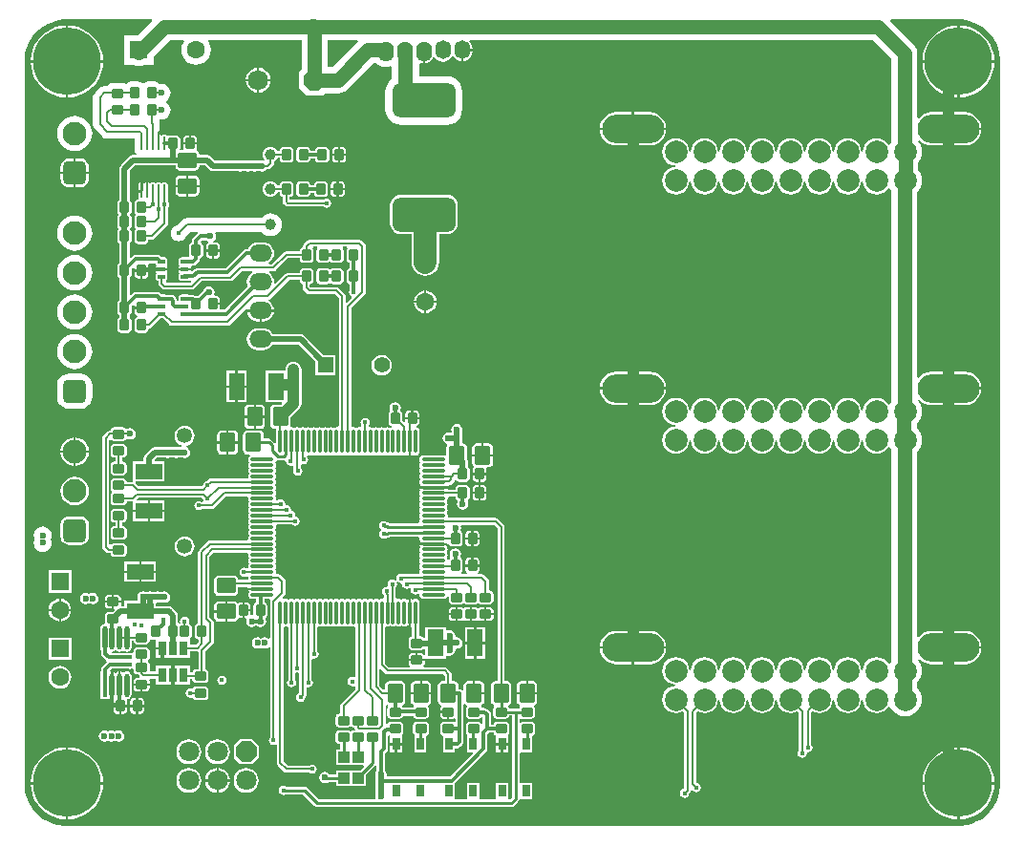
<source format=gtl>
G04*
G04 #@! TF.GenerationSoftware,Altium Limited,Altium Designer,19.1.6 (110)*
G04*
G04 Layer_Physical_Order=1*
G04 Layer_Color=255*
%FSLAX44Y44*%
%MOMM*%
G71*
G01*
G75*
%ADD10C,0.2500*%
%ADD13C,0.2000*%
G04:AMPARAMS|DCode=17|XSize=0.4mm|YSize=0.65mm|CornerRadius=0.05mm|HoleSize=0mm|Usage=FLASHONLY|Rotation=90.000|XOffset=0mm|YOffset=0mm|HoleType=Round|Shape=RoundedRectangle|*
%AMROUNDEDRECTD17*
21,1,0.4000,0.5500,0,0,90.0*
21,1,0.3000,0.6500,0,0,90.0*
1,1,0.1000,0.2750,0.1500*
1,1,0.1000,0.2750,-0.1500*
1,1,0.1000,-0.2750,-0.1500*
1,1,0.1000,-0.2750,0.1500*
%
%ADD17ROUNDEDRECTD17*%
G04:AMPARAMS|DCode=18|XSize=0.8mm|YSize=1mm|CornerRadius=0.1mm|HoleSize=0mm|Usage=FLASHONLY|Rotation=0.000|XOffset=0mm|YOffset=0mm|HoleType=Round|Shape=RoundedRectangle|*
%AMROUNDEDRECTD18*
21,1,0.8000,0.8000,0,0,0.0*
21,1,0.6000,1.0000,0,0,0.0*
1,1,0.2000,0.3000,-0.4000*
1,1,0.2000,-0.3000,-0.4000*
1,1,0.2000,-0.3000,0.4000*
1,1,0.2000,0.3000,0.4000*
%
%ADD18ROUNDEDRECTD18*%
G04:AMPARAMS|DCode=19|XSize=0.8mm|YSize=1mm|CornerRadius=0.1mm|HoleSize=0mm|Usage=FLASHONLY|Rotation=90.000|XOffset=0mm|YOffset=0mm|HoleType=Round|Shape=RoundedRectangle|*
%AMROUNDEDRECTD19*
21,1,0.8000,0.8000,0,0,90.0*
21,1,0.6000,1.0000,0,0,90.0*
1,1,0.2000,0.4000,0.3000*
1,1,0.2000,0.4000,-0.3000*
1,1,0.2000,-0.4000,-0.3000*
1,1,0.2000,-0.4000,0.3000*
%
%ADD19ROUNDEDRECTD19*%
%ADD20O,0.3000X2.1000*%
%ADD21R,0.7000X1.3000*%
G04:AMPARAMS|DCode=22|XSize=1.4mm|YSize=1.7mm|CornerRadius=0.175mm|HoleSize=0mm|Usage=FLASHONLY|Rotation=0.000|XOffset=0mm|YOffset=0mm|HoleType=Round|Shape=RoundedRectangle|*
%AMROUNDEDRECTD22*
21,1,1.4000,1.3500,0,0,0.0*
21,1,1.0500,1.7000,0,0,0.0*
1,1,0.3500,0.5250,-0.6750*
1,1,0.3500,-0.5250,-0.6750*
1,1,0.3500,-0.5250,0.6750*
1,1,0.3500,0.5250,0.6750*
%
%ADD22ROUNDEDRECTD22*%
%ADD23R,0.4318X2.0541*%
G04:AMPARAMS|DCode=24|XSize=2.0541mm|YSize=0.4318mm|CornerRadius=0.2159mm|HoleSize=0mm|Usage=FLASHONLY|Rotation=90.000|XOffset=0mm|YOffset=0mm|HoleType=Round|Shape=RoundedRectangle|*
%AMROUNDEDRECTD24*
21,1,2.0541,0.0000,0,0,90.0*
21,1,1.6223,0.4318,0,0,90.0*
1,1,0.4318,0.0000,0.8112*
1,1,0.4318,0.0000,-0.8112*
1,1,0.4318,0.0000,-0.8112*
1,1,0.4318,0.0000,0.8112*
%
%ADD24ROUNDEDRECTD24*%
%ADD25R,2.4000X1.4000*%
G04:AMPARAMS|DCode=26|XSize=1.4mm|YSize=1.7mm|CornerRadius=0.175mm|HoleSize=0mm|Usage=FLASHONLY|Rotation=90.000|XOffset=0mm|YOffset=0mm|HoleType=Round|Shape=RoundedRectangle|*
%AMROUNDEDRECTD26*
21,1,1.4000,1.3500,0,0,90.0*
21,1,1.0500,1.7000,0,0,90.0*
1,1,0.3500,0.6750,0.5250*
1,1,0.3500,0.6750,-0.5250*
1,1,0.3500,-0.6750,-0.5250*
1,1,0.3500,-0.6750,0.5250*
%
%ADD26ROUNDEDRECTD26*%
G04:AMPARAMS|DCode=27|XSize=0.25mm|YSize=1.15mm|CornerRadius=0.05mm|HoleSize=0mm|Usage=FLASHONLY|Rotation=180.000|XOffset=0mm|YOffset=0mm|HoleType=Round|Shape=RoundedRectangle|*
%AMROUNDEDRECTD27*
21,1,0.2500,1.0500,0,0,180.0*
21,1,0.1500,1.1500,0,0,180.0*
1,1,0.1000,-0.0750,0.5250*
1,1,0.1000,0.0750,0.5250*
1,1,0.1000,0.0750,-0.5250*
1,1,0.1000,-0.0750,-0.5250*
%
%ADD27ROUNDEDRECTD27*%
G04:AMPARAMS|DCode=28|XSize=3.1mm|YSize=5.6mm|CornerRadius=0.775mm|HoleSize=0mm|Usage=FLASHONLY|Rotation=270.000|XOffset=0mm|YOffset=0mm|HoleType=Round|Shape=RoundedRectangle|*
%AMROUNDEDRECTD28*
21,1,3.1000,4.0500,0,0,270.0*
21,1,1.5500,5.6000,0,0,270.0*
1,1,1.5500,-2.0250,-0.7750*
1,1,1.5500,-2.0250,0.7750*
1,1,1.5500,2.0250,0.7750*
1,1,1.5500,2.0250,-0.7750*
%
%ADD28ROUNDEDRECTD28*%
%ADD29R,0.6500X1.0500*%
%ADD30R,1.0000X1.0000*%
%ADD31O,2.1000X0.3000*%
%ADD32R,1.4000X2.4000*%
%ADD46C,1.0000*%
%ADD48C,2.1000*%
%ADD55R,1.4000X1.4000*%
%ADD56C,1.4000*%
%ADD64C,0.3000*%
%ADD65C,1.3000*%
%ADD66C,0.5000*%
%ADD67C,1.0000*%
%ADD68C,2.0000*%
%ADD69C,1.5000*%
%ADD70C,1.2500*%
%ADD71C,1.2000*%
%ADD72C,0.2540*%
%ADD73O,2.0000X1.5240*%
%ADD74C,2.0000*%
%ADD75C,1.8000*%
%ADD76P,1.9483X8X202.5*%
G04:AMPARAMS|DCode=77|XSize=2.1mm|YSize=2.1mm|CornerRadius=0.525mm|HoleSize=0mm|Usage=FLASHONLY|Rotation=90.000|XOffset=0mm|YOffset=0mm|HoleType=Round|Shape=RoundedRectangle|*
%AMROUNDEDRECTD77*
21,1,2.1000,1.0500,0,0,90.0*
21,1,1.0500,2.1000,0,0,90.0*
1,1,1.0500,0.5250,0.5250*
1,1,1.0500,0.5250,-0.5250*
1,1,1.0500,-0.5250,-0.5250*
1,1,1.0500,-0.5250,0.5250*
%
%ADD77ROUNDEDRECTD77*%
%ADD78C,1.6000*%
%ADD79R,1.6000X1.6000*%
%ADD80C,1.3500*%
%ADD81O,5.5000X2.5400*%
%ADD82O,1.3970X1.7780*%
%ADD83O,1.4000X1.6510*%
%ADD84P,1.7318X8X292.5*%
%ADD85C,0.7000*%
%ADD86C,6.0000*%
%ADD87C,0.6000*%
%ADD88C,0.4000*%
G36*
X518307Y1228131D02*
X495575Y1205399D01*
X491007D01*
Y1229401D01*
X517781D01*
X518307Y1228131D01*
D02*
G37*
G36*
X1057325Y1246823D02*
X1062068Y1245552D01*
X1066605Y1243672D01*
X1070859Y1241217D01*
X1074754Y1238227D01*
X1078227Y1234754D01*
X1081217Y1230858D01*
X1083672Y1226605D01*
X1085552Y1222068D01*
X1086823Y1217324D01*
X1087463Y1212462D01*
X1087451Y1210012D01*
X1087452Y1210006D01*
X1087451Y1210000D01*
X1087464Y570000D01*
Y567544D01*
X1086823Y562675D01*
X1085552Y557932D01*
X1083672Y553395D01*
X1081217Y549142D01*
X1078227Y545246D01*
X1074754Y541773D01*
X1070858Y538783D01*
X1066605Y536328D01*
X1062068Y534448D01*
X1057325Y533177D01*
X1052462Y532537D01*
X1050012Y532549D01*
X1050006Y532548D01*
X1050000Y532549D01*
X260000Y532536D01*
X257545D01*
X252675Y533177D01*
X247932Y534448D01*
X243395Y536328D01*
X239142Y538783D01*
X235245Y541773D01*
X231773Y545246D01*
X228783Y549142D01*
X226328Y553395D01*
X224448Y557932D01*
X223177Y562676D01*
X222537Y567538D01*
X222549Y569988D01*
X222548Y569994D01*
X222549Y570000D01*
X222536Y1210000D01*
Y1212455D01*
X223177Y1217325D01*
X224448Y1222068D01*
X226328Y1226605D01*
X228783Y1230858D01*
X231773Y1234754D01*
X235245Y1238227D01*
X239142Y1241217D01*
X243395Y1243672D01*
X247932Y1245552D01*
X252676Y1246823D01*
X257538Y1247463D01*
X259988Y1247451D01*
X259994Y1247452D01*
X260000Y1247451D01*
X335309Y1247452D01*
X335795Y1246279D01*
X322986Y1233470D01*
X310850D01*
Y1207470D01*
X319052D01*
X320848Y1206726D01*
X323850Y1206331D01*
X326852Y1206726D01*
X328648Y1207470D01*
X336850D01*
Y1214526D01*
X351725Y1229401D01*
X363681D01*
X364243Y1228262D01*
X363294Y1227026D01*
X361985Y1223864D01*
X361538Y1220470D01*
X361985Y1217076D01*
X363294Y1213914D01*
X365378Y1211198D01*
X368094Y1209115D01*
X371256Y1207805D01*
X374650Y1207358D01*
X378044Y1207805D01*
X381206Y1209115D01*
X383922Y1211198D01*
X386006Y1213914D01*
X387315Y1217076D01*
X387762Y1220470D01*
X387315Y1223864D01*
X386006Y1227026D01*
X385057Y1228262D01*
X385619Y1229401D01*
X468313D01*
Y1203453D01*
X465660Y1200800D01*
Y1186800D01*
X472660Y1179800D01*
X486660D01*
X489061Y1182201D01*
X500380D01*
X503382Y1182596D01*
X506180Y1183755D01*
X508582Y1185598D01*
X531855Y1208871D01*
X533937D01*
X534032Y1208747D01*
X536536Y1206826D01*
X539451Y1205619D01*
X542580Y1205207D01*
X545709Y1205619D01*
X546658Y1206012D01*
X547714Y1205306D01*
Y1194190D01*
X546523Y1193277D01*
X544319Y1190404D01*
X542934Y1187059D01*
X542461Y1183470D01*
Y1167970D01*
X542934Y1164380D01*
X544319Y1161036D01*
X546523Y1158163D01*
X549396Y1155959D01*
X552741Y1154574D01*
X556330Y1154101D01*
X596830D01*
X600420Y1154574D01*
X603764Y1155959D01*
X606637Y1158163D01*
X608841Y1161036D01*
X610226Y1164380D01*
X610699Y1167970D01*
Y1183470D01*
X610226Y1187059D01*
X608841Y1190404D01*
X606637Y1193277D01*
X603764Y1195481D01*
X600420Y1196866D01*
X596830Y1197339D01*
X572426D01*
Y1208148D01*
X573482Y1208853D01*
X574234Y1208541D01*
X575580Y1208364D01*
Y1219200D01*
X577580D01*
Y1208364D01*
X578926Y1208541D01*
X581111Y1209447D01*
X582988Y1210887D01*
X584428Y1212764D01*
X584834Y1213743D01*
X586288Y1213934D01*
X587161Y1212796D01*
X589041Y1211354D01*
X591231Y1210447D01*
X593580Y1210137D01*
X595929Y1210447D01*
X598119Y1211354D01*
X599999Y1212796D01*
X601378Y1214594D01*
X602060Y1214685D01*
X602100D01*
X602782Y1214594D01*
X604161Y1212796D01*
X606041Y1211354D01*
X608231Y1210447D01*
X609580Y1210269D01*
Y1220470D01*
X610580D01*
Y1221470D01*
X619658D01*
Y1221725D01*
X619348Y1224074D01*
X618441Y1226264D01*
X617009Y1228131D01*
X617070Y1228616D01*
X617336Y1229401D01*
X974155D01*
X990701Y1212855D01*
Y1138414D01*
X990668Y1138374D01*
X989556Y1136294D01*
X988942Y1136177D01*
X988144Y1136235D01*
X988141Y1136236D01*
X986358Y1138559D01*
X983852Y1140482D01*
X980933Y1141691D01*
X977800Y1142104D01*
X974667Y1141691D01*
X971748Y1140482D01*
X969241Y1138559D01*
X967318Y1136052D01*
X966109Y1133133D01*
X965741Y1130334D01*
X964460D01*
X964091Y1133133D01*
X962882Y1136052D01*
X960958Y1138559D01*
X958452Y1140482D01*
X955533Y1141691D01*
X952400Y1142104D01*
X949267Y1141691D01*
X946348Y1140482D01*
X943841Y1138559D01*
X941918Y1136052D01*
X940709Y1133133D01*
X940340Y1130334D01*
X939060D01*
X938691Y1133133D01*
X937482Y1136052D01*
X935558Y1138559D01*
X933052Y1140482D01*
X930133Y1141691D01*
X927000Y1142104D01*
X923867Y1141691D01*
X920948Y1140482D01*
X918441Y1138559D01*
X916518Y1136052D01*
X915309Y1133133D01*
X914940Y1130334D01*
X913660D01*
X913291Y1133133D01*
X912082Y1136052D01*
X910158Y1138559D01*
X907652Y1140482D01*
X904733Y1141691D01*
X901600Y1142104D01*
X898467Y1141691D01*
X895548Y1140482D01*
X893042Y1138559D01*
X891118Y1136052D01*
X889909Y1133133D01*
X889540Y1130334D01*
X888260D01*
X887891Y1133133D01*
X886682Y1136052D01*
X884759Y1138559D01*
X882252Y1140482D01*
X879333Y1141691D01*
X876200Y1142104D01*
X873067Y1141691D01*
X870148Y1140482D01*
X867642Y1138559D01*
X865718Y1136052D01*
X864509Y1133133D01*
X864140Y1130334D01*
X862859D01*
X862491Y1133133D01*
X861282Y1136052D01*
X859359Y1138559D01*
X856852Y1140482D01*
X853933Y1141691D01*
X850800Y1142104D01*
X847667Y1141691D01*
X844748Y1140482D01*
X842242Y1138559D01*
X840318Y1136052D01*
X839109Y1133133D01*
X838740Y1130334D01*
X837459D01*
X837091Y1133133D01*
X835882Y1136052D01*
X833959Y1138559D01*
X831452Y1140482D01*
X828533Y1141691D01*
X825400Y1142104D01*
X822267Y1141691D01*
X819348Y1140482D01*
X816842Y1138559D01*
X814918Y1136052D01*
X813709Y1133133D01*
X813341Y1130334D01*
X812059D01*
X811691Y1133133D01*
X810482Y1136052D01*
X808559Y1138559D01*
X806052Y1140482D01*
X803133Y1141691D01*
X800000Y1142104D01*
X796867Y1141691D01*
X793948Y1140482D01*
X791441Y1138559D01*
X789518Y1136052D01*
X788309Y1133133D01*
X787896Y1130000D01*
X788309Y1126867D01*
X789518Y1123948D01*
X791441Y1121441D01*
X793948Y1119518D01*
X796867Y1118309D01*
X799666Y1117941D01*
Y1116659D01*
X796867Y1116291D01*
X793948Y1115082D01*
X791441Y1113158D01*
X789518Y1110652D01*
X788309Y1107733D01*
X787896Y1104600D01*
X788309Y1101467D01*
X789518Y1098548D01*
X791441Y1096041D01*
X793948Y1094118D01*
X796867Y1092909D01*
X800000Y1092496D01*
X803133Y1092909D01*
X806052Y1094118D01*
X808559Y1096041D01*
X810482Y1098548D01*
X811691Y1101467D01*
X812059Y1104266D01*
X813341D01*
X813709Y1101467D01*
X814918Y1098548D01*
X816842Y1096041D01*
X819348Y1094118D01*
X822267Y1092909D01*
X825400Y1092496D01*
X828533Y1092909D01*
X831452Y1094118D01*
X833959Y1096041D01*
X835882Y1098548D01*
X837091Y1101467D01*
X837459Y1104266D01*
X838740D01*
X839109Y1101467D01*
X840318Y1098548D01*
X842242Y1096041D01*
X844748Y1094118D01*
X847667Y1092909D01*
X850800Y1092496D01*
X853933Y1092909D01*
X856852Y1094118D01*
X859359Y1096041D01*
X861282Y1098548D01*
X862491Y1101467D01*
X862859Y1104266D01*
X864140D01*
X864509Y1101467D01*
X865718Y1098548D01*
X867642Y1096041D01*
X870148Y1094118D01*
X873067Y1092909D01*
X876200Y1092496D01*
X879333Y1092909D01*
X882252Y1094118D01*
X884759Y1096041D01*
X886682Y1098548D01*
X887891Y1101467D01*
X888260Y1104266D01*
X889540D01*
X889909Y1101467D01*
X891118Y1098548D01*
X893042Y1096041D01*
X895548Y1094118D01*
X898467Y1092909D01*
X901600Y1092496D01*
X904733Y1092909D01*
X907652Y1094118D01*
X910158Y1096041D01*
X912082Y1098548D01*
X913291Y1101467D01*
X913660Y1104266D01*
X914940D01*
X915309Y1101467D01*
X916518Y1098548D01*
X918441Y1096041D01*
X920948Y1094118D01*
X923867Y1092909D01*
X927000Y1092496D01*
X930133Y1092909D01*
X933052Y1094118D01*
X935558Y1096041D01*
X937482Y1098548D01*
X938691Y1101467D01*
X939060Y1104266D01*
X940340D01*
X940709Y1101467D01*
X941918Y1098548D01*
X943841Y1096041D01*
X946348Y1094118D01*
X949267Y1092909D01*
X952400Y1092496D01*
X955533Y1092909D01*
X958452Y1094118D01*
X960958Y1096041D01*
X962882Y1098548D01*
X964091Y1101467D01*
X964460Y1104266D01*
X965741D01*
X966109Y1101467D01*
X967318Y1098548D01*
X969241Y1096041D01*
X971748Y1094118D01*
X974667Y1092909D01*
X977800Y1092496D01*
X980933Y1092909D01*
X983852Y1094118D01*
X986358Y1096041D01*
X988141Y1098364D01*
X988144Y1098365D01*
X988942Y1098423D01*
X989556Y1098306D01*
X990668Y1096226D01*
X990701Y1096186D01*
Y908414D01*
X990668Y908374D01*
X989556Y906294D01*
X988942Y906177D01*
X988144Y906235D01*
X988141Y906236D01*
X986358Y908559D01*
X983852Y910482D01*
X980933Y911691D01*
X977800Y912104D01*
X974667Y911691D01*
X971748Y910482D01*
X969241Y908559D01*
X967318Y906052D01*
X966109Y903133D01*
X965741Y900334D01*
X964460D01*
X964091Y903133D01*
X962882Y906052D01*
X960958Y908559D01*
X958452Y910482D01*
X955533Y911691D01*
X952400Y912104D01*
X949267Y911691D01*
X946348Y910482D01*
X943841Y908559D01*
X941918Y906052D01*
X940709Y903133D01*
X940340Y900334D01*
X939060D01*
X938691Y903133D01*
X937482Y906052D01*
X935558Y908559D01*
X933052Y910482D01*
X930133Y911691D01*
X927000Y912104D01*
X923867Y911691D01*
X920948Y910482D01*
X918441Y908559D01*
X916518Y906052D01*
X915309Y903133D01*
X914940Y900334D01*
X913660D01*
X913291Y903133D01*
X912082Y906052D01*
X910158Y908559D01*
X907652Y910482D01*
X904733Y911691D01*
X901600Y912104D01*
X898467Y911691D01*
X895548Y910482D01*
X893042Y908559D01*
X891118Y906052D01*
X889909Y903133D01*
X889540Y900334D01*
X888260D01*
X887891Y903133D01*
X886682Y906052D01*
X884759Y908559D01*
X882252Y910482D01*
X879333Y911691D01*
X876200Y912104D01*
X873067Y911691D01*
X870148Y910482D01*
X867642Y908559D01*
X865718Y906052D01*
X864509Y903133D01*
X864140Y900334D01*
X862859D01*
X862491Y903133D01*
X861282Y906052D01*
X859359Y908559D01*
X856852Y910482D01*
X853933Y911691D01*
X850800Y912104D01*
X847667Y911691D01*
X844748Y910482D01*
X842242Y908559D01*
X840318Y906052D01*
X839109Y903133D01*
X838740Y900334D01*
X837459D01*
X837091Y903133D01*
X835882Y906052D01*
X833959Y908559D01*
X831452Y910482D01*
X828533Y911691D01*
X825400Y912104D01*
X822267Y911691D01*
X819348Y910482D01*
X816842Y908559D01*
X814918Y906052D01*
X813709Y903133D01*
X813341Y900334D01*
X812059D01*
X811691Y903133D01*
X810482Y906052D01*
X808559Y908559D01*
X806052Y910482D01*
X803133Y911691D01*
X800000Y912104D01*
X796867Y911691D01*
X793948Y910482D01*
X791441Y908559D01*
X789518Y906052D01*
X788309Y903133D01*
X787896Y900000D01*
X788309Y896867D01*
X789518Y893948D01*
X791441Y891441D01*
X793948Y889518D01*
X796867Y888309D01*
X799666Y887941D01*
Y886659D01*
X796867Y886291D01*
X793948Y885082D01*
X791441Y883158D01*
X789518Y880652D01*
X788309Y877733D01*
X787896Y874600D01*
X788309Y871467D01*
X789518Y868548D01*
X791441Y866041D01*
X793948Y864118D01*
X796867Y862909D01*
X800000Y862496D01*
X803133Y862909D01*
X806052Y864118D01*
X808559Y866041D01*
X810482Y868548D01*
X811691Y871467D01*
X812059Y874266D01*
X813341D01*
X813709Y871467D01*
X814918Y868548D01*
X816842Y866041D01*
X819348Y864118D01*
X822267Y862909D01*
X825400Y862496D01*
X828533Y862909D01*
X831452Y864118D01*
X833959Y866041D01*
X835882Y868548D01*
X837091Y871467D01*
X837459Y874266D01*
X838740D01*
X839109Y871467D01*
X840318Y868548D01*
X842242Y866041D01*
X844748Y864118D01*
X847667Y862909D01*
X850800Y862496D01*
X853933Y862909D01*
X856852Y864118D01*
X859359Y866041D01*
X861282Y868548D01*
X862491Y871467D01*
X862859Y874266D01*
X864140D01*
X864509Y871467D01*
X865718Y868548D01*
X867642Y866041D01*
X870148Y864118D01*
X873067Y862909D01*
X876200Y862496D01*
X879333Y862909D01*
X882252Y864118D01*
X884759Y866041D01*
X886682Y868548D01*
X887891Y871467D01*
X888260Y874266D01*
X889540D01*
X889909Y871467D01*
X891118Y868548D01*
X893042Y866041D01*
X895548Y864118D01*
X898467Y862909D01*
X901600Y862496D01*
X904733Y862909D01*
X907652Y864118D01*
X910158Y866041D01*
X912082Y868548D01*
X913291Y871467D01*
X913660Y874266D01*
X914940D01*
X915309Y871467D01*
X916518Y868548D01*
X918441Y866041D01*
X920948Y864118D01*
X923867Y862909D01*
X927000Y862496D01*
X930133Y862909D01*
X933052Y864118D01*
X935558Y866041D01*
X937482Y868548D01*
X938691Y871467D01*
X939060Y874266D01*
X940340D01*
X940709Y871467D01*
X941918Y868548D01*
X943841Y866041D01*
X946348Y864118D01*
X949267Y862909D01*
X952400Y862496D01*
X955533Y862909D01*
X958452Y864118D01*
X960958Y866041D01*
X962882Y868548D01*
X964091Y871467D01*
X964460Y874266D01*
X965741D01*
X966109Y871467D01*
X967318Y868548D01*
X969241Y866041D01*
X971748Y864118D01*
X974667Y862909D01*
X977800Y862496D01*
X980933Y862909D01*
X983852Y864118D01*
X986358Y866041D01*
X988141Y868364D01*
X988144Y868365D01*
X988942Y868423D01*
X989556Y868306D01*
X990668Y866226D01*
X990701Y866186D01*
Y678414D01*
X990668Y678374D01*
X989556Y676294D01*
X988942Y676177D01*
X988144Y676235D01*
X988141Y676236D01*
X986358Y678559D01*
X983852Y680482D01*
X980933Y681691D01*
X977800Y682104D01*
X974667Y681691D01*
X971748Y680482D01*
X969241Y678559D01*
X967318Y676052D01*
X966109Y673133D01*
X965741Y670334D01*
X964460D01*
X964091Y673133D01*
X962882Y676052D01*
X960958Y678559D01*
X958452Y680482D01*
X955533Y681691D01*
X952400Y682104D01*
X949267Y681691D01*
X946348Y680482D01*
X943841Y678559D01*
X941918Y676052D01*
X940709Y673133D01*
X940340Y670334D01*
X939060D01*
X938691Y673133D01*
X937482Y676052D01*
X935558Y678559D01*
X933052Y680482D01*
X930133Y681691D01*
X927000Y682104D01*
X923867Y681691D01*
X920948Y680482D01*
X918441Y678559D01*
X916518Y676052D01*
X915309Y673133D01*
X914940Y670334D01*
X913660D01*
X913291Y673133D01*
X912082Y676052D01*
X910158Y678559D01*
X907652Y680482D01*
X904733Y681691D01*
X901600Y682104D01*
X898467Y681691D01*
X895548Y680482D01*
X893042Y678559D01*
X891118Y676052D01*
X889909Y673133D01*
X889540Y670334D01*
X888260D01*
X887891Y673133D01*
X886682Y676052D01*
X884759Y678559D01*
X882252Y680482D01*
X879333Y681691D01*
X876200Y682104D01*
X873067Y681691D01*
X870148Y680482D01*
X867642Y678559D01*
X865718Y676052D01*
X864509Y673133D01*
X864140Y670334D01*
X862859D01*
X862491Y673133D01*
X861282Y676052D01*
X859359Y678559D01*
X856852Y680482D01*
X853933Y681691D01*
X850800Y682104D01*
X847667Y681691D01*
X844748Y680482D01*
X842242Y678559D01*
X840318Y676052D01*
X839109Y673133D01*
X838740Y670334D01*
X837459D01*
X837091Y673133D01*
X835882Y676052D01*
X833959Y678559D01*
X831452Y680482D01*
X828533Y681691D01*
X825400Y682104D01*
X822267Y681691D01*
X819348Y680482D01*
X816842Y678559D01*
X814918Y676052D01*
X813709Y673133D01*
X813341Y670334D01*
X812059D01*
X811691Y673133D01*
X810482Y676052D01*
X808559Y678559D01*
X806052Y680482D01*
X803133Y681691D01*
X800000Y682104D01*
X796867Y681691D01*
X793948Y680482D01*
X791441Y678559D01*
X789518Y676052D01*
X788309Y673133D01*
X787896Y670000D01*
X788309Y666867D01*
X789518Y663948D01*
X791441Y661441D01*
X793948Y659518D01*
X796867Y658309D01*
X799666Y657941D01*
Y656659D01*
X796867Y656291D01*
X793948Y655082D01*
X791441Y653158D01*
X789518Y650652D01*
X788309Y647733D01*
X787896Y644600D01*
X788309Y641467D01*
X789518Y638548D01*
X791441Y636041D01*
X793948Y634118D01*
X796867Y632909D01*
X800000Y632496D01*
X803133Y632909D01*
X806052Y634118D01*
X806111Y634163D01*
X807371Y632903D01*
Y565349D01*
X806159Y565108D01*
X804836Y564224D01*
X803952Y562901D01*
X803642Y561340D01*
X803952Y559779D01*
X804836Y558456D01*
X806159Y557572D01*
X807720Y557262D01*
X809281Y557572D01*
X810604Y558456D01*
X811488Y559779D01*
X811737Y561031D01*
X812593Y561887D01*
X812593Y561887D01*
X813256Y562879D01*
X813405Y563631D01*
X814620Y563960D01*
X814718Y563952D01*
X814996Y563536D01*
X816319Y562652D01*
X817880Y562342D01*
X819441Y562652D01*
X820764Y563536D01*
X821648Y564859D01*
X821958Y566420D01*
X821648Y567981D01*
X820764Y569304D01*
X819441Y570188D01*
X818189Y570437D01*
X818029Y570597D01*
Y632903D01*
X819289Y634163D01*
X819348Y634118D01*
X822267Y632909D01*
X825400Y632496D01*
X828533Y632909D01*
X831452Y634118D01*
X833959Y636041D01*
X835882Y638548D01*
X837091Y641467D01*
X837459Y644266D01*
X838740D01*
X839109Y641467D01*
X840318Y638548D01*
X842242Y636041D01*
X844748Y634118D01*
X847667Y632909D01*
X850800Y632496D01*
X853933Y632909D01*
X856852Y634118D01*
X859359Y636041D01*
X861282Y638548D01*
X862491Y641467D01*
X862859Y644266D01*
X864140D01*
X864509Y641467D01*
X865718Y638548D01*
X867642Y636041D01*
X870148Y634118D01*
X873067Y632909D01*
X876200Y632496D01*
X879333Y632909D01*
X882252Y634118D01*
X884759Y636041D01*
X886682Y638548D01*
X887891Y641467D01*
X888260Y644266D01*
X889540D01*
X889909Y641467D01*
X891118Y638548D01*
X893042Y636041D01*
X895548Y634118D01*
X898467Y632909D01*
X901600Y632496D01*
X904733Y632909D01*
X907652Y634118D01*
X907711Y634163D01*
X908801Y633073D01*
Y599522D01*
X908092Y598461D01*
X907782Y596900D01*
X908092Y595339D01*
X908976Y594016D01*
X910299Y593132D01*
X911860Y592822D01*
X913421Y593132D01*
X914744Y594016D01*
X915628Y595339D01*
X915920Y596810D01*
X916064Y597181D01*
X916659Y597776D01*
X917030Y597920D01*
X918501Y598212D01*
X919824Y599096D01*
X920708Y600419D01*
X921018Y601980D01*
X920708Y603541D01*
X919999Y604602D01*
Y633273D01*
X920889Y634163D01*
X920948Y634118D01*
X923867Y632909D01*
X927000Y632496D01*
X930133Y632909D01*
X933052Y634118D01*
X935558Y636041D01*
X937482Y638548D01*
X938691Y641467D01*
X939060Y644266D01*
X940340D01*
X940709Y641467D01*
X941918Y638548D01*
X943841Y636041D01*
X946348Y634118D01*
X949267Y632909D01*
X952400Y632496D01*
X955533Y632909D01*
X958452Y634118D01*
X960958Y636041D01*
X962882Y638548D01*
X964091Y641467D01*
X964460Y644266D01*
X965741D01*
X966109Y641467D01*
X967318Y638548D01*
X969241Y636041D01*
X971748Y634118D01*
X974667Y632909D01*
X977800Y632496D01*
X980933Y632909D01*
X983852Y634118D01*
X986358Y636041D01*
X988141Y638364D01*
X988144Y638366D01*
X988942Y638423D01*
X989556Y638306D01*
X990668Y636226D01*
X992542Y633942D01*
X994826Y632068D01*
X997432Y630675D01*
X1000259Y629817D01*
X1003200Y629527D01*
X1006141Y629817D01*
X1008968Y630675D01*
X1011574Y632068D01*
X1013858Y633942D01*
X1015732Y636226D01*
X1017125Y638832D01*
X1017983Y641659D01*
X1018273Y644600D01*
X1017983Y647541D01*
X1017125Y650368D01*
X1015732Y652974D01*
X1013899Y655208D01*
Y659392D01*
X1015732Y661626D01*
X1017125Y664232D01*
X1017983Y667059D01*
X1018273Y670000D01*
X1017983Y672941D01*
X1017125Y675768D01*
X1015732Y678374D01*
X1014605Y679747D01*
X1014620Y679799D01*
X1016016Y680066D01*
X1019087Y677710D01*
X1022663Y676228D01*
X1026500Y675723D01*
X1040300D01*
Y690550D01*
Y705377D01*
X1026500D01*
X1022663Y704872D01*
X1019087Y703391D01*
X1016016Y701034D01*
X1015102Y699843D01*
X1013899Y700251D01*
Y863992D01*
X1015732Y866226D01*
X1017125Y868832D01*
X1017983Y871659D01*
X1018273Y874600D01*
X1017983Y877541D01*
X1017125Y880368D01*
X1015732Y882974D01*
X1013858Y885258D01*
X1013629Y885446D01*
Y889154D01*
X1013858Y889342D01*
X1015732Y891626D01*
X1017125Y894232D01*
X1017983Y897059D01*
X1018273Y900000D01*
X1017983Y902941D01*
X1017125Y905768D01*
X1015732Y908374D01*
X1014605Y909747D01*
X1014620Y909799D01*
X1016016Y910066D01*
X1019087Y907710D01*
X1022663Y906228D01*
X1026500Y905723D01*
X1040300D01*
Y920550D01*
Y935377D01*
X1026500D01*
X1022663Y934872D01*
X1019087Y933391D01*
X1016016Y931034D01*
X1015102Y929843D01*
X1013899Y930251D01*
Y1093992D01*
X1015732Y1096226D01*
X1017125Y1098832D01*
X1017983Y1101659D01*
X1018273Y1104600D01*
X1017983Y1107541D01*
X1017125Y1110368D01*
X1015732Y1112974D01*
X1014799Y1114111D01*
Y1120489D01*
X1015732Y1121626D01*
X1017125Y1124232D01*
X1017983Y1127059D01*
X1018273Y1130000D01*
X1017983Y1132941D01*
X1017125Y1135768D01*
X1015732Y1138374D01*
X1014605Y1139747D01*
X1014620Y1139799D01*
X1016016Y1140066D01*
X1019087Y1137710D01*
X1022663Y1136228D01*
X1026500Y1135723D01*
X1040300D01*
Y1150550D01*
Y1165377D01*
X1026500D01*
X1022663Y1164872D01*
X1019087Y1163391D01*
X1016016Y1161034D01*
X1015102Y1159843D01*
X1013899Y1160251D01*
Y1217660D01*
X1013504Y1220662D01*
X1012345Y1223460D01*
X1010502Y1225862D01*
X990074Y1246289D01*
X990560Y1247463D01*
X1050000Y1247464D01*
X1052456D01*
X1057325Y1246823D01*
D02*
G37*
%LPC*%
G36*
X1051480Y1242330D02*
Y1211310D01*
X1082500D01*
X1082184Y1215331D01*
X1081008Y1220229D01*
X1079080Y1224883D01*
X1076449Y1229177D01*
X1073177Y1233007D01*
X1069347Y1236279D01*
X1065053Y1238910D01*
X1060399Y1240838D01*
X1055501Y1242014D01*
X1051480Y1242330D01*
D02*
G37*
G36*
X1049480D02*
X1045459Y1242014D01*
X1040561Y1240838D01*
X1035907Y1238910D01*
X1031613Y1236279D01*
X1027783Y1233007D01*
X1024511Y1229177D01*
X1021880Y1224883D01*
X1019952Y1220229D01*
X1018776Y1215331D01*
X1018460Y1211310D01*
X1049480D01*
Y1242330D01*
D02*
G37*
G36*
X261350D02*
Y1211310D01*
X292370D01*
X292054Y1215331D01*
X290878Y1220229D01*
X288950Y1224883D01*
X286319Y1229177D01*
X283047Y1233007D01*
X279217Y1236279D01*
X274923Y1238910D01*
X270269Y1240838D01*
X265371Y1242014D01*
X261350Y1242330D01*
D02*
G37*
G36*
X259350D02*
X255329Y1242014D01*
X250431Y1240838D01*
X245777Y1238910D01*
X241483Y1236279D01*
X237653Y1233007D01*
X234381Y1229177D01*
X231750Y1224883D01*
X229822Y1220229D01*
X228646Y1215331D01*
X228330Y1211310D01*
X259350D01*
Y1242330D01*
D02*
G37*
G36*
X619658Y1219470D02*
X611580D01*
Y1210269D01*
X612929Y1210447D01*
X615119Y1211354D01*
X616999Y1212796D01*
X618441Y1214676D01*
X619348Y1216865D01*
X619658Y1219215D01*
Y1219470D01*
D02*
G37*
G36*
X430660Y1204763D02*
Y1194800D01*
X440623D01*
X440377Y1196672D01*
X439268Y1199348D01*
X437505Y1201645D01*
X435207Y1203409D01*
X432532Y1204517D01*
X430660Y1204763D01*
D02*
G37*
G36*
X428660D02*
X426788Y1204517D01*
X424113Y1203409D01*
X421815Y1201645D01*
X420051Y1199348D01*
X418943Y1196672D01*
X418697Y1194800D01*
X428660D01*
Y1204763D01*
D02*
G37*
G36*
X338160Y1192487D02*
X332160D01*
X329819Y1192022D01*
X328649Y1191240D01*
X327660Y1190777D01*
X326671Y1191240D01*
X325501Y1192022D01*
X323160Y1192487D01*
X317160D01*
X314819Y1192022D01*
X312834Y1190696D01*
X312407Y1190056D01*
X311141Y1190902D01*
X308800Y1191367D01*
X300800D01*
X298459Y1190902D01*
X296474Y1189576D01*
X295747Y1188487D01*
X293370D01*
X291029Y1188022D01*
X289044Y1186696D01*
X285234Y1182886D01*
X283908Y1180901D01*
X283442Y1178560D01*
Y1154430D01*
X283908Y1152089D01*
X285234Y1150104D01*
X291584Y1143754D01*
X293569Y1142428D01*
X295910Y1141963D01*
X320192D01*
Y1132330D01*
X320619Y1130184D01*
X321719Y1128538D01*
X321364Y1127268D01*
X318770D01*
X317014Y1126919D01*
X315526Y1125924D01*
X308026Y1118424D01*
X307031Y1116936D01*
X306682Y1115180D01*
Y1087317D01*
X306107Y1086933D01*
X305444Y1085940D01*
X305211Y1084770D01*
Y1076770D01*
X305444Y1075600D01*
X306107Y1074607D01*
Y1074233D01*
X305444Y1073241D01*
X305211Y1072070D01*
Y1064070D01*
X305444Y1062899D01*
X306107Y1061907D01*
Y1061533D01*
X305444Y1060540D01*
X305211Y1059370D01*
Y1051370D01*
X305444Y1050200D01*
X306107Y1049207D01*
X306682Y1048823D01*
Y1031437D01*
X306107Y1031053D01*
X305444Y1030061D01*
X305211Y1028890D01*
Y1020890D01*
X305444Y1019719D01*
X306107Y1018727D01*
X306682Y1018343D01*
Y998417D01*
X306107Y998033D01*
X305444Y997040D01*
X305211Y995870D01*
Y987870D01*
X305444Y986700D01*
X306107Y985707D01*
X306682Y985323D01*
Y983177D01*
X306107Y982793D01*
X305444Y981801D01*
X305211Y980630D01*
Y972630D01*
X305444Y971460D01*
X306107Y970467D01*
X307099Y969804D01*
X308270Y969571D01*
X314270D01*
X315441Y969804D01*
X316433Y970467D01*
X317096Y971460D01*
X317329Y972630D01*
Y980630D01*
X317096Y981801D01*
X316433Y982793D01*
X315858Y983177D01*
Y985323D01*
X316433Y985707D01*
X317096Y986700D01*
X317329Y987870D01*
Y993002D01*
X318941Y994614D01*
X320211Y994089D01*
Y992870D01*
X326270D01*
Y990870D01*
X320211D01*
Y987870D01*
X320444Y986700D01*
X321107Y985707D01*
X322099Y985044D01*
X322837Y984897D01*
Y983603D01*
X322099Y983456D01*
X321107Y982793D01*
X320444Y981801D01*
X320211Y980630D01*
Y972630D01*
X320444Y971460D01*
X321107Y970467D01*
X322099Y969804D01*
X323270Y969571D01*
X329270D01*
X330440Y969804D01*
X331433Y970467D01*
X332096Y971460D01*
X332295Y972458D01*
X332740Y973571D01*
X333910Y973804D01*
X334903Y974467D01*
X343017Y982581D01*
X343080D01*
X343080Y982581D01*
X343129Y982591D01*
X345313D01*
X350897Y977007D01*
X350897Y977007D01*
X351889Y976344D01*
X353060Y976111D01*
X353060Y976111D01*
X402590D01*
X402590Y976111D01*
X403760Y976344D01*
X404753Y977007D01*
X418642Y990897D01*
X419791Y990330D01*
X431800D01*
X443751D01*
X443552Y991841D01*
X442583Y994182D01*
X441041Y996191D01*
X439031Y997733D01*
X438838Y997813D01*
X438968Y999134D01*
X439320Y999204D01*
X440313Y999867D01*
X457197Y1016751D01*
X466501D01*
Y1015810D01*
X466734Y1014640D01*
X467397Y1013647D01*
X468390Y1012984D01*
X469381Y1012787D01*
Y1009650D01*
X469381Y1009650D01*
X469614Y1008480D01*
X470277Y1007487D01*
X472817Y1004947D01*
X472817Y1004947D01*
X473809Y1004284D01*
X474980Y1004051D01*
X497843D01*
X501211Y1000683D01*
Y886883D01*
X499941Y885995D01*
X499270Y886129D01*
X497904Y885857D01*
X496770Y885099D01*
X495636Y885857D01*
X494270Y886129D01*
X492904Y885857D01*
X491770Y885099D01*
X490636Y885857D01*
X489270Y886129D01*
X487904Y885857D01*
X486770Y885099D01*
X485636Y885857D01*
X484270Y886129D01*
X482904Y885857D01*
X481770Y885099D01*
X480636Y885857D01*
X479270Y886129D01*
X477904Y885857D01*
X476770Y885099D01*
X475636Y885857D01*
X474270Y886129D01*
X472904Y885857D01*
X471770Y885099D01*
X470636Y885857D01*
X469270Y886129D01*
X467904Y885857D01*
X466770Y885099D01*
X465636Y885857D01*
X464270Y886129D01*
X462904Y885857D01*
X461770Y885099D01*
X460636Y885857D01*
X459270Y886129D01*
X459208Y886116D01*
X458674Y886760D01*
X458384Y887247D01*
X458653Y888600D01*
Y894438D01*
X466002Y901788D01*
X467124Y903250D01*
X467830Y904953D01*
X468070Y906780D01*
Y911860D01*
Y923290D01*
Y930910D01*
Y937260D01*
X467830Y939087D01*
X467124Y940790D01*
X466002Y942252D01*
X464540Y943374D01*
X462837Y944080D01*
X461010Y944320D01*
X459183Y944080D01*
X457480Y943374D01*
X456018Y942252D01*
X454896Y940790D01*
X454190Y939087D01*
X453950Y937260D01*
Y936020D01*
X436490D01*
Y908020D01*
X450606D01*
X451092Y906847D01*
X450168Y905923D01*
X444330D01*
X442867Y905632D01*
X441626Y904804D01*
X440798Y903563D01*
X440507Y902100D01*
Y888600D01*
X440798Y887137D01*
X441626Y885896D01*
X442867Y885068D01*
X444330Y884777D01*
X445014D01*
X445262Y884557D01*
X445890Y883506D01*
X445701Y882560D01*
Y872522D01*
X444431Y872137D01*
X444318Y872308D01*
X441777Y874847D01*
X440696Y875570D01*
X439420Y875824D01*
X434523D01*
Y879240D01*
X434232Y880703D01*
X433404Y881944D01*
X432163Y882772D01*
X430700Y883063D01*
X420200D01*
X418737Y882772D01*
X417496Y881944D01*
X416668Y880703D01*
X416377Y879240D01*
Y865740D01*
X416668Y864277D01*
X417496Y863036D01*
X418737Y862208D01*
X420200Y861917D01*
X422217D01*
X422589Y860647D01*
X421747Y860083D01*
X420973Y858926D01*
X420701Y857560D01*
X420973Y856194D01*
X421731Y855060D01*
X420973Y853926D01*
X420701Y852560D01*
X420973Y851194D01*
X421731Y850060D01*
X420973Y848926D01*
X420701Y847560D01*
X420973Y846194D01*
X421731Y845060D01*
X420973Y843926D01*
X420701Y842560D01*
X420835Y841889D01*
X419947Y840619D01*
X387980D01*
X386810Y840386D01*
X385817Y839723D01*
X384501Y838407D01*
X383249Y838158D01*
X381926Y837274D01*
X381042Y835951D01*
X380793Y834699D01*
X379733Y833639D01*
X323847D01*
X320946Y836540D01*
X320947Y836595D01*
X321337Y837810D01*
X346740D01*
Y855810D01*
X338315D01*
X337789Y857080D01*
X339720Y859012D01*
X347117D01*
X347299Y858890D01*
X349250Y858502D01*
X351201Y858890D01*
X351383Y859012D01*
X354737D01*
X354919Y858890D01*
X356870Y858502D01*
X358821Y858890D01*
X359003Y859012D01*
X362357D01*
X362539Y858890D01*
X364490Y858502D01*
X366441Y858890D01*
X368095Y859995D01*
X369200Y861649D01*
X369588Y863600D01*
X369200Y865551D01*
X368095Y867205D01*
X366441Y868310D01*
X365986Y868400D01*
X366028Y869687D01*
X366774Y869785D01*
X368903Y870667D01*
X370731Y872069D01*
X372133Y873897D01*
X373015Y876026D01*
X373316Y878310D01*
X373015Y880594D01*
X372133Y882723D01*
X370731Y884551D01*
X368903Y885953D01*
X366774Y886835D01*
X364490Y887135D01*
X362206Y886835D01*
X360077Y885953D01*
X358249Y884551D01*
X356847Y882723D01*
X355965Y880594D01*
X355664Y878310D01*
X355965Y876026D01*
X356847Y873897D01*
X358249Y872069D01*
X360077Y870667D01*
X361864Y869927D01*
X362182Y868940D01*
X362170Y868509D01*
X361802Y868188D01*
X359003D01*
X358821Y868310D01*
X356870Y868698D01*
X354919Y868310D01*
X354737Y868188D01*
X351383D01*
X351201Y868310D01*
X349250Y868698D01*
X347299Y868310D01*
X347117Y868188D01*
X337820D01*
X336064Y867839D01*
X334576Y866844D01*
X329496Y861764D01*
X328501Y860276D01*
X328152Y858520D01*
Y855810D01*
X318740D01*
Y838719D01*
X318740Y837810D01*
X317620Y837449D01*
X313129D01*
Y837510D01*
X312896Y838680D01*
X312233Y839673D01*
X311241Y840336D01*
X310070Y840569D01*
X302070D01*
X300900Y840336D01*
X299907Y839673D01*
X299244Y838680D01*
X299011Y837510D01*
Y831510D01*
X299244Y830340D01*
X299907Y829347D01*
Y828003D01*
X299244Y827010D01*
X299011Y825840D01*
Y819840D01*
X299244Y818670D01*
X299907Y817677D01*
X300900Y817014D01*
X302070Y816781D01*
X310070D01*
X311241Y817014D01*
X312233Y817677D01*
X312896Y818670D01*
X313129Y819840D01*
Y819901D01*
X318740D01*
Y812810D01*
X331740D01*
Y820810D01*
X322605D01*
X322119Y821983D01*
X323657Y823521D01*
X379923D01*
X380793Y822651D01*
X381042Y821399D01*
X381119Y821284D01*
X380552Y820061D01*
X379512Y819870D01*
X378751Y820378D01*
X377190Y820688D01*
X375629Y820378D01*
X374306Y819494D01*
X373422Y818171D01*
X373112Y816610D01*
X373422Y815049D01*
X374306Y813726D01*
X375629Y812842D01*
X377190Y812532D01*
X378751Y812842D01*
X379812Y813551D01*
X388620D01*
X388620Y813551D01*
X389790Y813784D01*
X390783Y814447D01*
X400837Y824501D01*
X419947D01*
X420835Y823231D01*
X420701Y822560D01*
X420973Y821194D01*
X421731Y820060D01*
X420973Y818926D01*
X420701Y817560D01*
X420973Y816194D01*
X421731Y815060D01*
X420973Y813926D01*
X420701Y812560D01*
X420973Y811194D01*
X421731Y810060D01*
X420973Y808926D01*
X420701Y807560D01*
X420973Y806194D01*
X421731Y805060D01*
X420973Y803926D01*
X420701Y802560D01*
X420973Y801194D01*
X421731Y800060D01*
X420973Y798926D01*
X420701Y797560D01*
X420973Y796194D01*
X421731Y795060D01*
X420973Y793926D01*
X420701Y792560D01*
X420973Y791194D01*
X421731Y790060D01*
X420973Y788926D01*
X420701Y787560D01*
X420835Y786889D01*
X419947Y785619D01*
X386869D01*
X386869Y785619D01*
X385698Y785386D01*
X384706Y784723D01*
X384706Y784723D01*
X377447Y777464D01*
X376784Y776472D01*
X376551Y775301D01*
X376551Y775301D01*
Y711897D01*
X375439Y711676D01*
X374447Y711013D01*
X373784Y710021D01*
X373551Y708850D01*
Y700850D01*
X373784Y699679D01*
X374447Y698687D01*
X375439Y698024D01*
X376610Y697791D01*
X376671D01*
Y695264D01*
X374646Y693239D01*
X369330D01*
Y698391D01*
X369773Y698687D01*
X370436Y699679D01*
X370669Y700850D01*
Y708850D01*
X370436Y710021D01*
X369773Y711013D01*
X369243Y711367D01*
X368258Y712179D01*
X368568Y713740D01*
X368258Y715301D01*
X367374Y716624D01*
X366051Y717508D01*
X364490Y717818D01*
X362929Y717508D01*
X361606Y716624D01*
X360722Y715301D01*
X360412Y713740D01*
X360653Y712525D01*
X359996Y711933D01*
X358798Y712535D01*
Y718940D01*
X358449Y720696D01*
X357454Y722184D01*
X353764Y725874D01*
X352276Y726869D01*
X350520Y727218D01*
X339120D01*
Y729478D01*
X340102Y730283D01*
X340360Y730232D01*
X342311Y730620D01*
X342493Y730742D01*
X344577D01*
X344759Y730620D01*
X346710Y730232D01*
X348661Y730620D01*
X350315Y731725D01*
X351420Y733379D01*
X351808Y735330D01*
X351420Y737281D01*
X350315Y738935D01*
X348661Y740040D01*
X346710Y740428D01*
X344759Y740040D01*
X344577Y739918D01*
X342493D01*
X342311Y740040D01*
X340360Y740428D01*
X338409Y740040D01*
X338227Y739918D01*
X336143D01*
X335961Y740040D01*
X334010Y740428D01*
X332059Y740040D01*
X331877Y739918D01*
X329793D01*
X329611Y740040D01*
X327660Y740428D01*
X325709Y740040D01*
X324055Y738935D01*
X322950Y737281D01*
X322562Y735330D01*
X322950Y733379D01*
X323072Y733197D01*
Y731910D01*
X311120D01*
Y727218D01*
X309109D01*
X308049Y728400D01*
Y730400D01*
X301990D01*
Y725132D01*
X302389Y724168D01*
X300680Y722459D01*
X296990D01*
X295819Y722226D01*
X294827Y721563D01*
X294164Y720571D01*
X293931Y719400D01*
Y713400D01*
X294055Y712776D01*
X294010Y712571D01*
X293370Y711574D01*
X293180Y711417D01*
X292157Y711214D01*
X290781Y710294D01*
X289862Y708919D01*
X289540Y707296D01*
Y691072D01*
X289862Y689450D01*
X290594Y688354D01*
Y685007D01*
X290866Y683642D01*
X291639Y682484D01*
X294657Y679467D01*
X295161Y679130D01*
X295174Y679113D01*
X295352Y677589D01*
X291757Y673993D01*
X290983Y672836D01*
X290711Y671470D01*
Y669446D01*
X289621D01*
Y644905D01*
X297939D01*
X297939Y644905D01*
X299209Y645037D01*
X299280Y645023D01*
Y657176D01*
Y669329D01*
X299209Y669315D01*
X299070Y669329D01*
X298718Y669824D01*
X298540Y670684D01*
X299928Y672071D01*
X314371D01*
X314669Y671872D01*
X316230Y671562D01*
X317791Y671872D01*
X318061Y672053D01*
X319331Y671374D01*
Y669980D01*
X319564Y668810D01*
X320227Y667817D01*
X321219Y667154D01*
X322390Y666921D01*
X323550D01*
X323564Y666850D01*
X324227Y665857D01*
X324872Y665212D01*
X324386Y664039D01*
X322390D01*
X321219Y663806D01*
X320227Y663143D01*
X319564Y662150D01*
X319331Y660980D01*
Y658980D01*
X326390D01*
X333449D01*
Y660980D01*
X333275Y661851D01*
X333979Y663121D01*
X339330D01*
Y657680D01*
X353330D01*
Y666180D01*
Y674680D01*
X339330D01*
Y669239D01*
X334057D01*
X333449Y669980D01*
Y675980D01*
X333216Y677150D01*
X332553Y678143D01*
Y679487D01*
X333216Y680480D01*
X333449Y681650D01*
Y687650D01*
X333216Y688820D01*
X332553Y689813D01*
X331561Y690476D01*
X330390Y690709D01*
X322390D01*
X321219Y690476D01*
X320227Y689813D01*
X319564Y688820D01*
X319331Y687650D01*
Y686256D01*
X318061Y685577D01*
X317791Y685758D01*
X316230Y686068D01*
X314669Y685758D01*
X314371Y685559D01*
X299327D01*
X299264Y685606D01*
X299195Y685753D01*
X300068Y686874D01*
X300280Y686832D01*
X301903Y687155D01*
X303279Y688074D01*
X303782D01*
X305157Y687155D01*
X306780Y686832D01*
X308403Y687155D01*
X309070Y687601D01*
X310030Y687976D01*
X310990Y687601D01*
X311657Y687155D01*
X313280Y686832D01*
X314903Y687155D01*
X316278Y688074D01*
X317198Y689450D01*
X317521Y691072D01*
Y696591D01*
X319343D01*
X319564Y695480D01*
X320227Y694487D01*
X321219Y693824D01*
X322390Y693591D01*
X330390D01*
X331561Y693824D01*
X332553Y694487D01*
X333216Y695480D01*
X333449Y696650D01*
Y697560D01*
X334719Y698238D01*
X335039Y698024D01*
X336210Y697791D01*
X339330D01*
Y691180D01*
X344830D01*
Y690180D01*
X345830D01*
Y681680D01*
X369330D01*
Y687121D01*
X375913D01*
X375913Y687121D01*
X376671Y686499D01*
Y671419D01*
X374460D01*
X373289Y671186D01*
X372297Y670523D01*
X371634Y669530D01*
X371437Y668539D01*
X369330D01*
Y674680D01*
X355330D01*
Y666180D01*
Y657680D01*
X369330D01*
Y662421D01*
X371401D01*
Y662360D01*
X371634Y661189D01*
X372297Y660197D01*
X373289Y659534D01*
X374460Y659301D01*
X382460D01*
X383630Y659534D01*
X384623Y660197D01*
X385286Y661189D01*
X385519Y662360D01*
Y668360D01*
X385286Y669530D01*
X384623Y670523D01*
X383630Y671186D01*
X382789Y671353D01*
Y687073D01*
X389513Y693797D01*
X390176Y694790D01*
X390409Y695960D01*
Y712470D01*
X390409Y712470D01*
X390176Y713641D01*
X389513Y714633D01*
X386669Y717477D01*
Y770893D01*
X390277Y774501D01*
X419947D01*
X420835Y773231D01*
X420701Y772560D01*
X420973Y771194D01*
X421731Y770060D01*
X420973Y768926D01*
X420701Y767560D01*
X420973Y766194D01*
X421731Y765060D01*
X420973Y763926D01*
X420701Y762560D01*
X420835Y761889D01*
X419947Y760619D01*
X419812D01*
X418751Y761328D01*
X417190Y761638D01*
X415629Y761328D01*
X414306Y760444D01*
X413422Y759121D01*
X413112Y757560D01*
X413422Y755999D01*
X414306Y754676D01*
X415629Y753792D01*
X417190Y753482D01*
X418751Y753792D01*
X419812Y754501D01*
X419947D01*
X420835Y753231D01*
X420701Y752560D01*
X420835Y751889D01*
X419947Y750619D01*
X411893D01*
Y750740D01*
X411602Y752203D01*
X410774Y753444D01*
X409533Y754272D01*
X408070Y754563D01*
X394570D01*
X393107Y754272D01*
X391866Y753444D01*
X391038Y752203D01*
X390747Y750740D01*
Y740240D01*
X391038Y738777D01*
X391866Y737536D01*
X393107Y736708D01*
X394570Y736417D01*
X408070D01*
X409533Y736708D01*
X410774Y737536D01*
X411602Y738777D01*
X411893Y740240D01*
Y744501D01*
X419947D01*
X420605Y743560D01*
X433270D01*
Y741560D01*
X420900D01*
X420973Y741194D01*
X421731Y740060D01*
X420973Y738926D01*
X420701Y737560D01*
X420973Y736194D01*
X421747Y735037D01*
X422904Y734263D01*
X424270Y733991D01*
X428231D01*
Y730870D01*
X427509Y730726D01*
X426517Y730063D01*
X425854Y729071D01*
X425621Y727900D01*
Y719900D01*
X424695Y719135D01*
X423692D01*
X422739Y720117D01*
Y722900D01*
X417680D01*
Y716841D01*
X418711D01*
X419412Y715778D01*
X419446Y715571D01*
X419082Y713740D01*
X419470Y711789D01*
X420575Y710135D01*
X422229Y709030D01*
X424180Y708642D01*
X426131Y709030D01*
X427785Y710135D01*
X428195D01*
X429849Y709030D01*
X431800Y708642D01*
X433751Y709030D01*
X435405Y710135D01*
X436510Y711789D01*
X436898Y713740D01*
X436510Y715691D01*
X436322Y715972D01*
X436723Y717657D01*
X436843Y717737D01*
X437506Y718729D01*
X437739Y719900D01*
Y727900D01*
X437506Y729071D01*
X436843Y730063D01*
X435850Y730726D01*
X435369Y730822D01*
Y733991D01*
X439746D01*
X440425Y732721D01*
X440404Y732691D01*
X440171Y731520D01*
X440171Y731520D01*
Y698975D01*
X438901Y698504D01*
X437561Y699400D01*
X435610Y699788D01*
X433659Y699400D01*
X432435Y698582D01*
X431211Y699400D01*
X429260Y699788D01*
X427309Y699400D01*
X425655Y698295D01*
X424550Y696641D01*
X424162Y694690D01*
X424550Y692739D01*
X425655Y691085D01*
X427309Y689980D01*
X429260Y689592D01*
X431211Y689980D01*
X432435Y690798D01*
X433659Y689980D01*
X435610Y689592D01*
X437561Y689980D01*
X438901Y690876D01*
X440171Y690405D01*
Y610952D01*
X439462Y609891D01*
X439152Y608330D01*
X439462Y606769D01*
X440346Y605446D01*
X441669Y604562D01*
X443230Y604252D01*
X444791Y604562D01*
X444941Y604663D01*
X446211Y603984D01*
Y588320D01*
X446211Y588320D01*
X446444Y587150D01*
X447107Y586157D01*
X452497Y580767D01*
X452497Y580767D01*
X453489Y580104D01*
X454660Y579871D01*
X474898D01*
X475959Y579162D01*
X477520Y578852D01*
X479081Y579162D01*
X480404Y580046D01*
X481288Y581369D01*
X481598Y582930D01*
X481288Y584491D01*
X480404Y585814D01*
X479081Y586698D01*
X477520Y587008D01*
X475959Y586698D01*
X474898Y585989D01*
X455927D01*
X452329Y589587D01*
Y708236D01*
X453599Y709125D01*
X454270Y708991D01*
X454941Y709125D01*
X456211Y708236D01*
Y662222D01*
X455502Y661161D01*
X455192Y659600D01*
X455502Y658039D01*
X456386Y656716D01*
X457709Y655832D01*
X459270Y655522D01*
X460831Y655832D01*
X462154Y656716D01*
X463038Y658039D01*
X463348Y659600D01*
X463038Y661161D01*
X462329Y662222D01*
Y667625D01*
X463599Y668605D01*
X464270Y668472D01*
X464941Y668605D01*
X466211Y667625D01*
Y650280D01*
X465799Y650198D01*
X464476Y649314D01*
X463592Y647991D01*
X463282Y646430D01*
X463592Y644869D01*
X464476Y643546D01*
X465799Y642662D01*
X467360Y642352D01*
X468921Y642662D01*
X470244Y643546D01*
X471128Y644869D01*
X471438Y646430D01*
X471436Y646443D01*
X472096Y647431D01*
X472329Y648602D01*
X472329Y648602D01*
Y654765D01*
X473599Y655745D01*
X474270Y655612D01*
X475831Y655922D01*
X477154Y656806D01*
X478038Y658129D01*
X478348Y659690D01*
X478038Y661251D01*
X477329Y662312D01*
Y680085D01*
X478599Y681065D01*
X479270Y680932D01*
X480831Y681242D01*
X482154Y682126D01*
X483038Y683449D01*
X483348Y685010D01*
X483038Y686571D01*
X482329Y687632D01*
Y708236D01*
X483599Y709125D01*
X484270Y708991D01*
X485636Y709263D01*
X486770Y710021D01*
X487904Y709263D01*
X489270Y708991D01*
X490636Y709263D01*
X491770Y710021D01*
X492904Y709263D01*
X494270Y708991D01*
X495636Y709263D01*
X496770Y710021D01*
X497904Y709263D01*
X499270Y708991D01*
X500636Y709263D01*
X501770Y710021D01*
X502904Y709263D01*
X504270Y708991D01*
X505636Y709263D01*
X506770Y710021D01*
X507904Y709263D01*
X509270Y708991D01*
X510636Y709263D01*
X511770Y710021D01*
X512904Y709263D01*
X514270Y708991D01*
X514941Y709125D01*
X516211Y708236D01*
Y664646D01*
X514941Y663967D01*
X514641Y664168D01*
X513080Y664478D01*
X511519Y664168D01*
X510196Y663284D01*
X509312Y661961D01*
X509002Y660400D01*
X509312Y658839D01*
X510196Y657516D01*
X511519Y656632D01*
X513080Y656322D01*
X514641Y656632D01*
X514941Y656833D01*
X516211Y656154D01*
Y653887D01*
X503297Y640973D01*
X502634Y639981D01*
X502401Y638810D01*
X502401Y638810D01*
Y632049D01*
X501460D01*
X500289Y631816D01*
X499297Y631153D01*
X498634Y630160D01*
X498401Y628990D01*
Y622990D01*
X498634Y621819D01*
X499297Y620827D01*
X500289Y620164D01*
X501460Y619931D01*
X509460D01*
X510630Y620164D01*
X511623Y620827D01*
X511997D01*
X512990Y620164D01*
X513859Y619991D01*
X514160Y619931D01*
X514300Y619906D01*
X515101Y619760D01*
X515334Y618590D01*
X515515Y618319D01*
X514836Y617049D01*
X514160D01*
X512990Y616816D01*
X512794Y616686D01*
X511810Y616238D01*
X510826Y616686D01*
X510630Y616816D01*
X509460Y617049D01*
X501460D01*
X500289Y616816D01*
X499297Y616153D01*
X498634Y615160D01*
X498401Y613990D01*
Y607990D01*
X498634Y606819D01*
X499297Y605827D01*
X500289Y605164D01*
X501460Y604931D01*
X502146D01*
Y600450D01*
X498795D01*
Y586450D01*
X522954D01*
X523441Y585277D01*
X520114Y581950D01*
X498795D01*
Y578264D01*
X492990D01*
X492555Y578915D01*
X490901Y580020D01*
X488950Y580408D01*
X486999Y580020D01*
X485345Y578915D01*
X484240Y577261D01*
X483852Y575310D01*
X484240Y573359D01*
X485345Y571705D01*
X486999Y570600D01*
X488950Y570212D01*
X490901Y570600D01*
X492452Y571636D01*
X498795D01*
Y567950D01*
X525295D01*
Y577759D01*
X533203Y585667D01*
X533641Y586323D01*
X534911Y585938D01*
Y581479D01*
X534875Y581455D01*
X533770Y579801D01*
X533382Y577850D01*
X533770Y575899D01*
X533892Y575717D01*
Y573633D01*
X533770Y573451D01*
X533382Y571500D01*
X533770Y569549D01*
X533892Y569367D01*
Y567283D01*
X533770Y567101D01*
X533382Y565150D01*
X533770Y563199D01*
X533892Y563017D01*
Y560933D01*
X533770Y560751D01*
X533382Y558800D01*
X533713Y557134D01*
X533017Y555864D01*
X483474D01*
X473115Y566223D01*
X472040Y566941D01*
X470772Y567194D01*
X454361D01*
X453681Y567648D01*
X452120Y567958D01*
X450559Y567648D01*
X449236Y566764D01*
X448352Y565441D01*
X448042Y563880D01*
X448352Y562319D01*
X449236Y560996D01*
X450559Y560112D01*
X452120Y559802D01*
X453681Y560112D01*
X454361Y560566D01*
X469399D01*
X479759Y550207D01*
X480834Y549489D01*
X482102Y549236D01*
X654150D01*
X655418Y549489D01*
X656493Y550207D01*
X660203Y553917D01*
X660921Y554992D01*
X661051Y555643D01*
X662090Y556200D01*
X662419Y556200D01*
X672590D01*
Y570700D01*
X662444D01*
X662090Y570700D01*
X661174Y571554D01*
Y596846D01*
X662090Y597700D01*
X672590D01*
Y612200D01*
X673525Y613008D01*
X674183Y613447D01*
X674846Y614440D01*
X675079Y615610D01*
Y621610D01*
X674846Y622780D01*
X674183Y623773D01*
X673191Y624436D01*
X672020Y624669D01*
X664020D01*
X662850Y624436D01*
X662444Y624165D01*
X661174Y624844D01*
Y627376D01*
X662444Y628055D01*
X662850Y627784D01*
X664020Y627551D01*
X672020D01*
X673191Y627784D01*
X674183Y628447D01*
X674846Y629440D01*
X675079Y630610D01*
Y636610D01*
X674846Y637780D01*
X674312Y638579D01*
X674477Y639437D01*
X674704Y639952D01*
X674733Y639958D01*
X675974Y640786D01*
X676802Y642027D01*
X677093Y643490D01*
Y649240D01*
X658947D01*
Y643490D01*
X659238Y642027D01*
X660066Y640786D01*
X661307Y639958D01*
X661336Y639952D01*
X661563Y639437D01*
X661728Y638579D01*
X661194Y637780D01*
X661024Y636924D01*
X652156D01*
X651986Y637780D01*
X651452Y638579D01*
X651617Y639437D01*
X651844Y639952D01*
X651873Y639958D01*
X653114Y640786D01*
X653942Y642027D01*
X654233Y643490D01*
Y656990D01*
X653942Y658453D01*
X653114Y659694D01*
X651873Y660522D01*
X650410Y660813D01*
X648219D01*
Y797560D01*
X648219Y797560D01*
X647986Y798730D01*
X647323Y799723D01*
X642323Y804723D01*
X641330Y805386D01*
X640160Y805619D01*
X640160Y805619D01*
X598593D01*
X597705Y806889D01*
X597839Y807560D01*
X597567Y808926D01*
X596809Y810060D01*
X597567Y811194D01*
X597839Y812560D01*
X597567Y813926D01*
X596809Y815060D01*
X597567Y816194D01*
X597839Y817560D01*
X597567Y818926D01*
X596809Y820060D01*
X597567Y821194D01*
X597839Y822560D01*
X597705Y823231D01*
X598593Y824501D01*
X604931D01*
Y824040D01*
X605164Y822869D01*
X605827Y821877D01*
X605947Y821797D01*
X606348Y820112D01*
X606160Y819831D01*
X605772Y817880D01*
X606160Y815929D01*
X607265Y814275D01*
X608919Y813170D01*
X610870Y812782D01*
X612821Y813170D01*
X614475Y814275D01*
X615580Y815929D01*
X615968Y817880D01*
X615580Y819831D01*
X615420Y820070D01*
X615868Y821686D01*
X616153Y821877D01*
X616816Y822869D01*
X617049Y824040D01*
Y832040D01*
X616816Y833211D01*
X616153Y834203D01*
X615160Y834866D01*
X613990Y835099D01*
X607990D01*
X606819Y834866D01*
X605827Y834203D01*
X605164Y833211D01*
X604931Y832040D01*
Y830619D01*
X598593D01*
X597935Y831560D01*
X585270D01*
X572900D01*
X572973Y831194D01*
X573731Y830060D01*
X572973Y828926D01*
X572701Y827560D01*
X572973Y826194D01*
X573731Y825060D01*
X572973Y823926D01*
X572701Y822560D01*
X572973Y821194D01*
X573731Y820060D01*
X572973Y818926D01*
X572701Y817560D01*
X572973Y816194D01*
X573731Y815060D01*
X572973Y813926D01*
X572701Y812560D01*
X572973Y811194D01*
X573731Y810060D01*
X572973Y808926D01*
X572701Y807560D01*
X572973Y806194D01*
X573731Y805060D01*
X572973Y803926D01*
X572701Y802560D01*
X572780Y802164D01*
X571763Y800894D01*
X546328D01*
X546313Y800908D01*
X545232Y801631D01*
X543956Y801885D01*
X543648D01*
X542581Y802598D01*
X541020Y802908D01*
X539459Y802598D01*
X538136Y801714D01*
X537252Y800391D01*
X536942Y798830D01*
X537252Y797269D01*
X538136Y795946D01*
X538379Y795784D01*
Y794256D01*
X538136Y794094D01*
X537252Y792771D01*
X536942Y791210D01*
X537252Y789649D01*
X538136Y788326D01*
X539459Y787442D01*
X541020Y787132D01*
X542581Y787442D01*
X543648Y788155D01*
X544121D01*
X545397Y788409D01*
X546478Y789132D01*
X546572Y789226D01*
X571763D01*
X572780Y787956D01*
X572701Y787560D01*
X572973Y786194D01*
X573731Y785060D01*
X572973Y783926D01*
X572900Y783560D01*
X585270D01*
Y781560D01*
X572900D01*
X572973Y781194D01*
X573731Y780060D01*
X572973Y778926D01*
X572701Y777560D01*
X572973Y776194D01*
X573731Y775060D01*
X572973Y773926D01*
X572701Y772560D01*
X572973Y771194D01*
X573731Y770060D01*
X572973Y768926D01*
X572701Y767560D01*
X572973Y766194D01*
X573731Y765060D01*
X572973Y763926D01*
X572701Y762560D01*
X572973Y761194D01*
X573731Y760060D01*
X572973Y758926D01*
X572701Y757560D01*
X572835Y756889D01*
X571946Y755619D01*
X558489D01*
X558489Y755619D01*
X557962Y755514D01*
X557821Y755608D01*
X556260Y755918D01*
X554699Y755608D01*
X553376Y754724D01*
X552492Y753401D01*
X552182Y751840D01*
X552463Y750428D01*
X551954Y750003D01*
X551407Y749722D01*
X550201Y750528D01*
X548640Y750838D01*
X547079Y750528D01*
X545756Y749644D01*
X544872Y748321D01*
X544562Y746760D01*
X544805Y745536D01*
X544196Y744685D01*
X543859Y744429D01*
X543560Y744488D01*
X541999Y744178D01*
X540676Y743294D01*
X539792Y741971D01*
X539482Y740410D01*
X539792Y738849D01*
X540676Y737526D01*
X541211Y737169D01*
Y734883D01*
X539941Y733995D01*
X539270Y734129D01*
X537904Y733857D01*
X536770Y733099D01*
X535636Y733857D01*
X534270Y734129D01*
X532904Y733857D01*
X531770Y733099D01*
X530636Y733857D01*
X529270Y734129D01*
X527904Y733857D01*
X526770Y733099D01*
X525636Y733857D01*
X524270Y734129D01*
X522904Y733857D01*
X521770Y733099D01*
X520636Y733857D01*
X519270Y734129D01*
X517904Y733857D01*
X516770Y733099D01*
X515636Y733857D01*
X514270Y734129D01*
X512904Y733857D01*
X511770Y733099D01*
X510636Y733857D01*
X509270Y734129D01*
X507904Y733857D01*
X506770Y733099D01*
X505636Y733857D01*
X504270Y734129D01*
X502904Y733857D01*
X501770Y733099D01*
X500636Y733857D01*
X499270Y734129D01*
X497904Y733857D01*
X496770Y733099D01*
X495636Y733857D01*
X494270Y734129D01*
X492904Y733857D01*
X491770Y733099D01*
X490636Y733857D01*
X489270Y734129D01*
X487904Y733857D01*
X486770Y733099D01*
X485636Y733857D01*
X484270Y734129D01*
X482904Y733857D01*
X481770Y733099D01*
X480636Y733857D01*
X479270Y734129D01*
X477904Y733857D01*
X476770Y733099D01*
X475636Y733857D01*
X474270Y734129D01*
X472904Y733857D01*
X471770Y733099D01*
X470636Y733857D01*
X469270Y734129D01*
X467904Y733857D01*
X466770Y733099D01*
X465636Y733857D01*
X464270Y734129D01*
X462904Y733857D01*
X461770Y733099D01*
X460636Y733857D01*
X459270Y734129D01*
X457904Y733857D01*
X456770Y733099D01*
X455636Y733857D01*
X454270Y734129D01*
X452904Y733857D01*
X452509Y733593D01*
X451657Y733974D01*
X451408Y735372D01*
X453013Y736977D01*
X453676Y737970D01*
X453909Y739140D01*
Y749300D01*
X453909Y749300D01*
X453676Y750471D01*
X453013Y751463D01*
X453013Y751463D01*
X449753Y754723D01*
X448760Y755386D01*
X447590Y755619D01*
X447590Y755619D01*
X446594D01*
X445705Y756889D01*
X445839Y757560D01*
X445567Y758926D01*
X444809Y760060D01*
X445567Y761194D01*
X445839Y762560D01*
X445567Y763926D01*
X444809Y765060D01*
X445567Y766194D01*
X445839Y767560D01*
X445567Y768926D01*
X444809Y770060D01*
X445567Y771194D01*
X445839Y772560D01*
X445567Y773926D01*
X444809Y775060D01*
X445567Y776194D01*
X445839Y777560D01*
X445567Y778926D01*
X444809Y780060D01*
X445567Y781194D01*
X445839Y782560D01*
X445567Y783926D01*
X444809Y785060D01*
X445567Y786194D01*
X445839Y787560D01*
X445567Y788926D01*
X444809Y790060D01*
X445567Y791194D01*
X445839Y792560D01*
X445567Y793926D01*
X444809Y795060D01*
X445567Y796194D01*
X445839Y797560D01*
X445689Y798311D01*
X446540Y799581D01*
X459658D01*
X460719Y798872D01*
X462280Y798562D01*
X463841Y798872D01*
X465164Y799756D01*
X466048Y801079D01*
X466358Y802640D01*
X466048Y804201D01*
X465164Y805524D01*
X463841Y806408D01*
X462346Y806705D01*
X462548Y807720D01*
X462238Y809281D01*
X461354Y810604D01*
X460031Y811488D01*
X458536Y811785D01*
X458738Y812800D01*
X458428Y814361D01*
X457544Y815684D01*
X456221Y816568D01*
X454750Y816860D01*
X454379Y817004D01*
X453784Y817599D01*
X453640Y817970D01*
X453348Y819441D01*
X452464Y820764D01*
X451141Y821648D01*
X449580Y821958D01*
X448019Y821648D01*
X446696Y820764D01*
X445884Y821633D01*
X445705Y821889D01*
X445839Y822560D01*
X445567Y823926D01*
X444809Y825060D01*
X445567Y826194D01*
X445839Y827560D01*
X445567Y828926D01*
X444809Y830060D01*
X445567Y831194D01*
X445839Y832560D01*
X445567Y833926D01*
X444809Y835060D01*
X445567Y836194D01*
X445839Y837560D01*
X445567Y838926D01*
X444809Y840060D01*
X445567Y841194D01*
X445839Y842560D01*
X445567Y843926D01*
X444809Y845060D01*
X445567Y846194D01*
X445839Y847560D01*
X445567Y848926D01*
X444809Y850060D01*
X445567Y851194D01*
X445839Y852560D01*
X445567Y853926D01*
X444809Y855060D01*
X445239Y855703D01*
X446018Y856710D01*
X447294Y856456D01*
X452120D01*
X453236Y856678D01*
X453962Y856239D01*
X454415Y855863D01*
X454702Y854419D01*
X455586Y853096D01*
X456909Y852212D01*
X458470Y851902D01*
X459941Y852194D01*
X460226Y852180D01*
X461211Y851654D01*
Y848889D01*
X461052Y848651D01*
X460742Y847090D01*
X461052Y845529D01*
X461936Y844206D01*
X463259Y843322D01*
X464820Y843012D01*
X466381Y843322D01*
X467704Y844206D01*
X468588Y845529D01*
X468898Y847090D01*
X468588Y848651D01*
X467704Y849974D01*
X467329Y850225D01*
Y852746D01*
X468599Y853430D01*
X469900Y853172D01*
X471461Y853482D01*
X472784Y854366D01*
X473668Y855689D01*
X473978Y857250D01*
X473668Y858811D01*
X472893Y859970D01*
X473119Y860591D01*
X473454Y861047D01*
X473599Y861125D01*
X474270Y860991D01*
X475636Y861263D01*
X476770Y862021D01*
X477904Y861263D01*
X479270Y860991D01*
X480636Y861263D01*
X481770Y862021D01*
X482904Y861263D01*
X484270Y860991D01*
X485636Y861263D01*
X486770Y862021D01*
X487904Y861263D01*
X489270Y860991D01*
X490636Y861263D01*
X491770Y862021D01*
X492904Y861263D01*
X494270Y860991D01*
X495636Y861263D01*
X496770Y862021D01*
X497904Y861263D01*
X499270Y860991D01*
X500636Y861263D01*
X501770Y862021D01*
X502904Y861263D01*
X504270Y860991D01*
X505636Y861263D01*
X506770Y862021D01*
X507904Y861263D01*
X509270Y860991D01*
X510636Y861263D01*
X511770Y862021D01*
X512904Y861263D01*
X514270Y860991D01*
X515636Y861263D01*
X516770Y862021D01*
X517904Y861263D01*
X519270Y860991D01*
X520636Y861263D01*
X521770Y862021D01*
X522904Y861263D01*
X524270Y860991D01*
X525636Y861263D01*
X526770Y862021D01*
X527904Y861263D01*
X529270Y860991D01*
X530636Y861263D01*
X531770Y862021D01*
X532904Y861263D01*
X534270Y860991D01*
X535636Y861263D01*
X536770Y862021D01*
X537904Y861263D01*
X539270Y860991D01*
X540636Y861263D01*
X541770Y862021D01*
X542904Y861263D01*
X544270Y860991D01*
X545636Y861263D01*
X546770Y862021D01*
X547904Y861263D01*
X549270Y860991D01*
X550636Y861263D01*
X551770Y862021D01*
X552904Y861263D01*
X554270Y860991D01*
X555636Y861263D01*
X556770Y862021D01*
X557904Y861263D01*
X559270Y860991D01*
X560636Y861263D01*
X561770Y862021D01*
X562904Y861263D01*
X563270Y861190D01*
Y873560D01*
X565270D01*
Y861190D01*
X565636Y861263D01*
X566770Y862021D01*
X567904Y861263D01*
X569270Y860991D01*
X570636Y861263D01*
X571793Y862037D01*
X572567Y863194D01*
X572839Y864560D01*
Y882560D01*
X572567Y883926D01*
X571793Y885083D01*
X570636Y885857D01*
X570296Y885925D01*
Y887219D01*
X570471Y887254D01*
X571463Y887917D01*
X572126Y888910D01*
X572359Y890080D01*
Y893080D01*
X560241D01*
Y891141D01*
X558971Y890614D01*
X557359Y892227D01*
Y898080D01*
X557126Y899250D01*
X556463Y900243D01*
X555980Y900565D01*
X555890Y901019D01*
X556278Y902970D01*
X555890Y904921D01*
X554785Y906575D01*
X553131Y907680D01*
X551180Y908068D01*
X549229Y907680D01*
X547575Y906575D01*
X546470Y904921D01*
X546082Y902970D01*
X546470Y901019D01*
X546343Y900380D01*
X546137Y900243D01*
X545474Y899250D01*
X545241Y898080D01*
Y890080D01*
X545474Y888910D01*
X546137Y887917D01*
X547130Y887254D01*
X547774Y887126D01*
X547882Y886079D01*
X547845Y885817D01*
X546770Y885099D01*
X545636Y885857D01*
X544270Y886129D01*
X542904Y885857D01*
X541770Y885099D01*
X540636Y885857D01*
X539270Y886129D01*
X537904Y885857D01*
X536770Y885099D01*
X535636Y885857D01*
X534270Y886129D01*
X532904Y885857D01*
X531770Y885099D01*
X530636Y885857D01*
X529270Y886129D01*
X528839Y886043D01*
X527569Y887044D01*
Y887648D01*
X528278Y888709D01*
X528588Y890270D01*
X528278Y891831D01*
X527394Y893154D01*
X526071Y894038D01*
X524510Y894348D01*
X522949Y894038D01*
X521626Y893154D01*
X520742Y891831D01*
X520432Y890270D01*
X520742Y888709D01*
X521292Y887886D01*
X521110Y886738D01*
X519985Y885986D01*
X519270Y886129D01*
X517904Y885857D01*
X516770Y885099D01*
X515636Y885857D01*
X514270Y886129D01*
X513599Y885995D01*
X512329Y886883D01*
Y991873D01*
X524133Y1003677D01*
X524133Y1003677D01*
X524796Y1004669D01*
X525029Y1005840D01*
X525029Y1005840D01*
Y1046480D01*
X524796Y1047651D01*
X524133Y1048643D01*
X524133Y1048643D01*
X521593Y1051183D01*
X520601Y1051846D01*
X519430Y1052079D01*
X519430Y1052079D01*
X474980D01*
X473810Y1051846D01*
X472817Y1051183D01*
X472817Y1051183D01*
X470397Y1048763D01*
X469734Y1047770D01*
X469501Y1046600D01*
X468664Y1045741D01*
X468390Y1045686D01*
X467397Y1045023D01*
X466734Y1044031D01*
X466501Y1042860D01*
Y1041919D01*
X454660D01*
X453489Y1041686D01*
X452497Y1041023D01*
X441963Y1030489D01*
X439362D01*
X439060Y1031634D01*
X439073Y1031759D01*
X441041Y1033269D01*
X442583Y1035278D01*
X443552Y1037619D01*
X443883Y1040130D01*
X443552Y1042641D01*
X442583Y1044982D01*
X441041Y1046991D01*
X439031Y1048533D01*
X436691Y1049502D01*
X434180Y1049833D01*
X429420D01*
X426909Y1049502D01*
X424568Y1048533D01*
X422559Y1046991D01*
X421017Y1044982D01*
X420485Y1043699D01*
X419100D01*
X417734Y1043427D01*
X416577Y1042653D01*
X401112Y1027189D01*
X375920D01*
X374554Y1026917D01*
X373397Y1026143D01*
X371351Y1024097D01*
X370007Y1024429D01*
X369877Y1024649D01*
X369879Y1024660D01*
Y1025160D01*
X364580D01*
X359281D01*
Y1024660D01*
X359475Y1023685D01*
X359993Y1022910D01*
X359475Y1022135D01*
X359281Y1021160D01*
Y1018160D01*
X359475Y1017185D01*
X360028Y1016358D01*
X360855Y1015805D01*
X361830Y1015611D01*
X367330D01*
X368306Y1015805D01*
X368959Y1016241D01*
X370176D01*
X370662Y1015068D01*
X369573Y1013979D01*
X348594D01*
X348074Y1014573D01*
X348028Y1014780D01*
X348242Y1016096D01*
X348632Y1016358D01*
X349185Y1017185D01*
X349379Y1018160D01*
Y1021160D01*
X349185Y1022135D01*
X348667Y1022910D01*
X349185Y1023685D01*
X349379Y1024660D01*
Y1025160D01*
X344080D01*
X338781D01*
Y1024660D01*
X338975Y1023685D01*
X339493Y1022910D01*
X338975Y1022135D01*
X338781Y1021160D01*
Y1018160D01*
X338975Y1017185D01*
X339528Y1016358D01*
X340355Y1015805D01*
X341111Y1015655D01*
Y1013460D01*
X341111Y1013460D01*
X341344Y1012290D01*
X342007Y1011297D01*
X344547Y1008757D01*
X344547Y1008757D01*
X345539Y1008094D01*
X346710Y1007861D01*
X370840D01*
X370840Y1007861D01*
X372010Y1008094D01*
X373003Y1008757D01*
X379727Y1015481D01*
X405130D01*
X405130Y1015481D01*
X406301Y1015714D01*
X407293Y1016377D01*
X415287Y1024371D01*
X424238D01*
X424540Y1023226D01*
X424527Y1023101D01*
X422559Y1021591D01*
X421017Y1019582D01*
X420048Y1017241D01*
X419717Y1014730D01*
X420048Y1012219D01*
X420579Y1010936D01*
X399852Y990209D01*
X396806D01*
X395789Y991479D01*
X395829Y991680D01*
Y994680D01*
X389770D01*
Y996680D01*
X395829D01*
Y999680D01*
X395596Y1000851D01*
X394933Y1001843D01*
X393941Y1002506D01*
X392770Y1002739D01*
X391368D01*
X390868Y1003674D01*
X390814Y1004009D01*
X391178Y1005840D01*
X390790Y1007791D01*
X389685Y1009445D01*
X388031Y1010550D01*
X386080Y1010938D01*
X384129Y1010550D01*
X382475Y1009445D01*
X381370Y1007791D01*
X381285Y1007361D01*
X376662Y1002739D01*
X373472D01*
X373176Y1002937D01*
X371810Y1003209D01*
X368734D01*
X368306Y1003495D01*
X367330Y1003689D01*
X361830D01*
X360855Y1003495D01*
X360028Y1002942D01*
X359475Y1002115D01*
X359281Y1001140D01*
Y999085D01*
X358011Y998167D01*
X357899Y998205D01*
Y998220D01*
X357627Y999586D01*
X356853Y1000743D01*
X355583Y1002013D01*
X354426Y1002787D01*
X353060Y1003059D01*
X348459D01*
X347805Y1003495D01*
X346830Y1003689D01*
X343748D01*
X342883Y1004553D01*
X341726Y1005327D01*
X340360Y1005599D01*
X321310D01*
X319944Y1005327D01*
X318787Y1004553D01*
X317031Y1002798D01*
X315858Y1003284D01*
Y1018343D01*
X316433Y1018727D01*
X317096Y1019719D01*
X317329Y1020890D01*
Y1026022D01*
X318941Y1027635D01*
X320211Y1027109D01*
Y1025890D01*
X332329D01*
Y1028890D01*
X332096Y1030061D01*
X331995Y1030211D01*
X332674Y1031481D01*
X338781D01*
Y1031160D01*
X338975Y1030185D01*
X339493Y1029410D01*
X338975Y1028635D01*
X338781Y1027660D01*
Y1027160D01*
X344080D01*
X349379D01*
Y1027660D01*
X349185Y1028635D01*
X348667Y1029410D01*
X349185Y1030185D01*
X349379Y1031160D01*
Y1034160D01*
X349185Y1035135D01*
X348632Y1035962D01*
X347805Y1036515D01*
X346830Y1036709D01*
X343960D01*
X343096Y1037573D01*
X341938Y1038347D01*
X340573Y1038619D01*
X321310D01*
X319944Y1038347D01*
X318787Y1037573D01*
X317031Y1035818D01*
X315858Y1036304D01*
Y1048823D01*
X316433Y1049207D01*
X317096Y1050200D01*
X317329Y1051370D01*
Y1059370D01*
X317096Y1060540D01*
X316433Y1061533D01*
Y1061907D01*
X317096Y1062899D01*
X317329Y1064070D01*
Y1072070D01*
X317096Y1073241D01*
X316433Y1074233D01*
Y1074607D01*
X317096Y1075600D01*
X317329Y1076770D01*
Y1084770D01*
X317096Y1085940D01*
X316433Y1086933D01*
X315858Y1087317D01*
Y1113279D01*
X320671Y1118092D01*
X356457D01*
Y1117430D01*
X356748Y1115967D01*
X357576Y1114726D01*
X358817Y1113898D01*
X360280Y1113607D01*
X373780D01*
X375243Y1113898D01*
X376484Y1114726D01*
X377312Y1115967D01*
X377603Y1117430D01*
Y1118092D01*
X382910D01*
X386646Y1114356D01*
X388134Y1113361D01*
X389890Y1113012D01*
X411887D01*
X412069Y1112890D01*
X414020Y1112502D01*
X415971Y1112890D01*
X416153Y1113012D01*
X418237D01*
X418419Y1112890D01*
X420370Y1112502D01*
X422321Y1112890D01*
X422503Y1113012D01*
X424587D01*
X424769Y1112890D01*
X426720Y1112502D01*
X428671Y1112890D01*
X428853Y1113012D01*
X430937D01*
X431119Y1112890D01*
X433070Y1112502D01*
X435021Y1112890D01*
X436675Y1113995D01*
X437040Y1114541D01*
X438150D01*
X438150Y1114541D01*
X439320Y1114774D01*
X440313Y1115437D01*
X442853Y1117977D01*
X442853Y1117977D01*
X443516Y1118969D01*
X443749Y1120140D01*
Y1121451D01*
X444218Y1121645D01*
X445680Y1122767D01*
X446802Y1124230D01*
X446998Y1124701D01*
X448721D01*
Y1123760D01*
X448954Y1122589D01*
X449617Y1121597D01*
X450610Y1120934D01*
X451780Y1120701D01*
X457780D01*
X458951Y1120934D01*
X459943Y1121597D01*
X460606Y1122589D01*
X460839Y1123760D01*
Y1131760D01*
X460606Y1132931D01*
X459943Y1133923D01*
X458951Y1134586D01*
X457780Y1134819D01*
X451780D01*
X450610Y1134586D01*
X449617Y1133923D01*
X448954Y1132931D01*
X448721Y1131760D01*
Y1130818D01*
X446998D01*
X446802Y1131290D01*
X445680Y1132752D01*
X444218Y1133874D01*
X442515Y1134579D01*
X440688Y1134820D01*
X438861Y1134579D01*
X437158Y1133874D01*
X435695Y1132752D01*
X434573Y1131290D01*
X433868Y1129587D01*
X433628Y1127760D01*
X433868Y1125932D01*
X434573Y1124230D01*
X435059Y1123597D01*
X434342Y1122445D01*
X433070Y1122698D01*
X431119Y1122310D01*
X430937Y1122188D01*
X428853D01*
X428671Y1122310D01*
X426720Y1122698D01*
X424769Y1122310D01*
X424587Y1122188D01*
X422503D01*
X422321Y1122310D01*
X420370Y1122698D01*
X418419Y1122310D01*
X418237Y1122188D01*
X416153D01*
X415971Y1122310D01*
X414020Y1122698D01*
X412069Y1122310D01*
X411887Y1122188D01*
X391791D01*
X388054Y1125924D01*
X386566Y1126919D01*
X384810Y1127268D01*
X377603D01*
Y1127930D01*
X377312Y1129393D01*
X376484Y1130634D01*
X375243Y1131462D01*
X375276Y1132749D01*
X375509Y1133920D01*
Y1136920D01*
X363391D01*
Y1133920D01*
X363570Y1133024D01*
X363075Y1132115D01*
X362762Y1131753D01*
X361138D01*
X360825Y1132115D01*
X360330Y1133024D01*
X360509Y1133920D01*
Y1141920D01*
X360276Y1143091D01*
X359613Y1144083D01*
X358620Y1144746D01*
X357450Y1144979D01*
X351450D01*
X350280Y1144746D01*
X349413Y1144167D01*
X349102Y1144632D01*
X348275Y1145185D01*
X347300Y1145379D01*
X345800D01*
X344825Y1145185D01*
X344050Y1144667D01*
X343275Y1145185D01*
X342668Y1145306D01*
Y1154430D01*
X342202Y1156771D01*
X342043Y1157009D01*
X342377Y1158732D01*
X342486Y1158804D01*
X342780Y1159244D01*
X344170Y1159061D01*
X346258Y1159336D01*
X348204Y1160142D01*
X349876Y1161424D01*
X351158Y1163095D01*
X351964Y1165042D01*
X352239Y1167130D01*
X351964Y1169218D01*
X351158Y1171164D01*
X349876Y1172836D01*
X348298Y1174046D01*
X348209Y1174750D01*
X348298Y1175454D01*
X349876Y1176664D01*
X351158Y1178335D01*
X351964Y1180282D01*
X352239Y1182370D01*
X351964Y1184458D01*
X351158Y1186404D01*
X349876Y1188076D01*
X348204Y1189358D01*
X346258Y1190164D01*
X344170Y1190439D01*
X342780Y1190256D01*
X342486Y1190696D01*
X340501Y1192022D01*
X338160Y1192487D01*
D02*
G37*
G36*
X440623Y1192800D02*
X430660D01*
Y1182837D01*
X432532Y1183083D01*
X435207Y1184192D01*
X437505Y1185955D01*
X439268Y1188252D01*
X440377Y1190928D01*
X440623Y1192800D01*
D02*
G37*
G36*
X428660D02*
X418697D01*
X418943Y1190928D01*
X420051Y1188252D01*
X421815Y1185955D01*
X424113Y1184192D01*
X426788Y1183083D01*
X428660Y1182837D01*
Y1192800D01*
D02*
G37*
G36*
X1082500Y1209310D02*
X1051480D01*
Y1178290D01*
X1055501Y1178606D01*
X1060399Y1179782D01*
X1065053Y1181710D01*
X1069347Y1184341D01*
X1073177Y1187613D01*
X1076449Y1191443D01*
X1079080Y1195737D01*
X1081008Y1200391D01*
X1082184Y1205289D01*
X1082500Y1209310D01*
D02*
G37*
G36*
X1049480D02*
X1018460D01*
X1018776Y1205289D01*
X1019952Y1200391D01*
X1021880Y1195737D01*
X1024511Y1191443D01*
X1027783Y1187613D01*
X1031613Y1184341D01*
X1035907Y1181710D01*
X1040561Y1179782D01*
X1045459Y1178606D01*
X1049480Y1178290D01*
Y1209310D01*
D02*
G37*
G36*
X292370D02*
X261350D01*
Y1178290D01*
X265371Y1178606D01*
X270269Y1179782D01*
X274923Y1181710D01*
X279217Y1184341D01*
X283047Y1187613D01*
X286319Y1191443D01*
X288950Y1195737D01*
X290878Y1200391D01*
X292054Y1205289D01*
X292370Y1209310D01*
D02*
G37*
G36*
X259350D02*
X228330D01*
X228646Y1205289D01*
X229822Y1200391D01*
X231750Y1195737D01*
X234381Y1191443D01*
X237653Y1187613D01*
X241483Y1184341D01*
X245777Y1181710D01*
X250431Y1179782D01*
X255329Y1178606D01*
X259350Y1178290D01*
Y1209310D01*
D02*
G37*
G36*
X1056100Y1165377D02*
X1042300D01*
Y1151550D01*
X1070795D01*
X1070422Y1154388D01*
X1068940Y1157963D01*
X1066584Y1161034D01*
X1063513Y1163391D01*
X1059937Y1164872D01*
X1056100Y1165377D01*
D02*
G37*
G36*
X776700D02*
X762900D01*
Y1151550D01*
X791395D01*
X791022Y1154388D01*
X789540Y1157963D01*
X787184Y1161034D01*
X784113Y1163391D01*
X780537Y1164872D01*
X776700Y1165377D01*
D02*
G37*
G36*
X760900D02*
X747100D01*
X743263Y1164872D01*
X739687Y1163391D01*
X736616Y1161034D01*
X734260Y1157963D01*
X732778Y1154388D01*
X732405Y1151550D01*
X760900D01*
Y1165377D01*
D02*
G37*
G36*
X372450Y1144979D02*
X370450D01*
Y1138920D01*
X375509D01*
Y1141920D01*
X375276Y1143091D01*
X374613Y1144083D01*
X373620Y1144746D01*
X372450Y1144979D01*
D02*
G37*
G36*
X368450D02*
X366450D01*
X365280Y1144746D01*
X364287Y1144083D01*
X363624Y1143091D01*
X363391Y1141920D01*
Y1138920D01*
X368450D01*
Y1144979D01*
D02*
G37*
G36*
X1070795Y1149550D02*
X1042300D01*
Y1135723D01*
X1056100D01*
X1059937Y1136228D01*
X1063513Y1137710D01*
X1066584Y1140066D01*
X1068940Y1143137D01*
X1070422Y1146713D01*
X1070795Y1149550D01*
D02*
G37*
G36*
X791395Y1149550D02*
X762900D01*
Y1135723D01*
X776700D01*
X780537Y1136228D01*
X784113Y1137710D01*
X787184Y1140066D01*
X789540Y1143137D01*
X791022Y1146713D01*
X791395Y1149550D01*
D02*
G37*
G36*
X760900D02*
X732405D01*
X732778Y1146713D01*
X734260Y1143137D01*
X736616Y1140066D01*
X739687Y1137710D01*
X743263Y1136228D01*
X747100Y1135723D01*
X760900D01*
Y1149550D01*
D02*
G37*
G36*
X489530Y1134819D02*
X483530D01*
X482360Y1134586D01*
X481367Y1133923D01*
X480704Y1132931D01*
X480471Y1131760D01*
Y1131329D01*
X475839D01*
Y1131760D01*
X475606Y1132931D01*
X474943Y1133923D01*
X473951Y1134586D01*
X472780Y1134819D01*
X466780D01*
X465610Y1134586D01*
X464617Y1133923D01*
X463954Y1132931D01*
X463721Y1131760D01*
Y1123760D01*
X463954Y1122589D01*
X464617Y1121597D01*
X465610Y1120934D01*
X466780Y1120701D01*
X472780D01*
X473951Y1120934D01*
X474943Y1121597D01*
X475606Y1122589D01*
X475839Y1123760D01*
Y1124191D01*
X480471D01*
Y1123760D01*
X480704Y1122589D01*
X481367Y1121597D01*
X482360Y1120934D01*
X483530Y1120701D01*
X489530D01*
X490700Y1120934D01*
X491693Y1121597D01*
X492356Y1122589D01*
X492589Y1123760D01*
Y1131760D01*
X492356Y1132931D01*
X491693Y1133923D01*
X490700Y1134586D01*
X489530Y1134819D01*
D02*
G37*
G36*
X267080Y1162105D02*
X264041Y1161806D01*
X261120Y1160919D01*
X258427Y1159480D01*
X256067Y1157543D01*
X254130Y1155183D01*
X252690Y1152490D01*
X251804Y1149568D01*
X251505Y1146530D01*
X251804Y1143492D01*
X252690Y1140570D01*
X254130Y1137877D01*
X256067Y1135517D01*
X258427Y1133580D01*
X261120Y1132141D01*
X264041Y1131254D01*
X267080Y1130955D01*
X270118Y1131254D01*
X273040Y1132141D01*
X275733Y1133580D01*
X278093Y1135517D01*
X280030Y1137877D01*
X281469Y1140570D01*
X282356Y1143492D01*
X282655Y1146530D01*
X282356Y1149568D01*
X281469Y1152490D01*
X280030Y1155183D01*
X278093Y1157543D01*
X275733Y1159480D01*
X273040Y1160919D01*
X270118Y1161806D01*
X267080Y1162105D01*
D02*
G37*
G36*
X504530Y1134819D02*
X502530D01*
Y1128760D01*
X507589D01*
Y1131760D01*
X507356Y1132931D01*
X506693Y1133923D01*
X505700Y1134586D01*
X504530Y1134819D01*
D02*
G37*
G36*
X500530D02*
X498530D01*
X497360Y1134586D01*
X496367Y1133923D01*
X495704Y1132931D01*
X495471Y1131760D01*
Y1128760D01*
X500530D01*
Y1134819D01*
D02*
G37*
G36*
X507589Y1126760D02*
X502530D01*
Y1120701D01*
X504530D01*
X505700Y1120934D01*
X506693Y1121597D01*
X507356Y1122589D01*
X507589Y1123760D01*
Y1126760D01*
D02*
G37*
G36*
X500530D02*
X495471D01*
Y1123760D01*
X495704Y1122589D01*
X496367Y1121597D01*
X497360Y1120934D01*
X498530Y1120701D01*
X500530D01*
Y1126760D01*
D02*
G37*
G36*
X272330Y1124093D02*
X268080D01*
Y1112530D01*
X279642D01*
Y1116780D01*
X279393Y1118673D01*
X278663Y1120436D01*
X277501Y1121951D01*
X275986Y1123113D01*
X274223Y1123843D01*
X272330Y1124093D01*
D02*
G37*
G36*
X266080D02*
X261830D01*
X259937Y1123843D01*
X258174Y1123113D01*
X256659Y1121951D01*
X255497Y1120436D01*
X254767Y1118673D01*
X254517Y1116780D01*
Y1112530D01*
X266080D01*
Y1124093D01*
D02*
G37*
G36*
X347300Y1102879D02*
X345800D01*
X344825Y1102685D01*
X344050Y1102167D01*
X343275Y1102685D01*
X342300Y1102879D01*
X340800D01*
X339825Y1102685D01*
X339050Y1102167D01*
X338275Y1102685D01*
X337300Y1102879D01*
X335800D01*
X334825Y1102685D01*
X334050Y1102167D01*
X333275Y1102685D01*
X332550Y1102829D01*
Y1095080D01*
X330550D01*
Y1102829D01*
X329825Y1102685D01*
X329050Y1102167D01*
X328275Y1102685D01*
X327550Y1102829D01*
Y1095080D01*
X326550D01*
Y1094080D01*
X323251D01*
Y1089830D01*
X323396Y1089099D01*
X323359Y1088726D01*
X322681Y1087712D01*
X322099Y1087596D01*
X321107Y1086933D01*
X320444Y1085940D01*
X320211Y1084770D01*
Y1076770D01*
X320444Y1075600D01*
X321107Y1074607D01*
Y1074233D01*
X320444Y1073241D01*
X320211Y1072070D01*
Y1064070D01*
X320444Y1062899D01*
X321107Y1061907D01*
Y1061533D01*
X320444Y1060540D01*
X320211Y1059370D01*
Y1051370D01*
X320444Y1050200D01*
X321107Y1049207D01*
X322099Y1048544D01*
X323270Y1048311D01*
X329270D01*
X330440Y1048544D01*
X331433Y1049207D01*
X332096Y1050200D01*
X332329Y1051370D01*
Y1052311D01*
X335280D01*
X335280Y1052311D01*
X336451Y1052544D01*
X337443Y1053207D01*
X348873Y1064637D01*
X349536Y1065630D01*
X349769Y1066800D01*
Y1080688D01*
X350478Y1081749D01*
X350788Y1083310D01*
X350478Y1084871D01*
X349769Y1085932D01*
Y1089427D01*
X349849Y1089830D01*
Y1100330D01*
X349655Y1101305D01*
X349102Y1102132D01*
X348275Y1102685D01*
X347300Y1102879D01*
D02*
G37*
G36*
X488260Y1104339D02*
X482260D01*
X481090Y1104106D01*
X480097Y1103443D01*
X479434Y1102450D01*
X479201Y1101280D01*
Y1100849D01*
X475839D01*
Y1101280D01*
X475606Y1102450D01*
X474943Y1103443D01*
X473951Y1104106D01*
X472780Y1104339D01*
X466780D01*
X465610Y1104106D01*
X464617Y1103443D01*
X463954Y1102450D01*
X463721Y1101280D01*
Y1093280D01*
X463954Y1092110D01*
X464617Y1091117D01*
X465610Y1090454D01*
X466780Y1090221D01*
X472780D01*
X473951Y1090454D01*
X474943Y1091117D01*
X475606Y1092110D01*
X475839Y1093280D01*
Y1093711D01*
X479201D01*
Y1093280D01*
X479434Y1092110D01*
X480097Y1091117D01*
X481090Y1090454D01*
X482260Y1090221D01*
X488260D01*
X489431Y1090454D01*
X490423Y1091117D01*
X491086Y1092110D01*
X491319Y1093280D01*
Y1101280D01*
X491086Y1102450D01*
X490423Y1103443D01*
X489431Y1104106D01*
X488260Y1104339D01*
D02*
G37*
G36*
X373780Y1108893D02*
X368030D01*
Y1100820D01*
X377603D01*
Y1105070D01*
X377312Y1106533D01*
X376484Y1107774D01*
X375243Y1108602D01*
X373780Y1108893D01*
D02*
G37*
G36*
X366030D02*
X360280D01*
X358817Y1108602D01*
X357576Y1107774D01*
X356748Y1106533D01*
X356457Y1105070D01*
Y1100820D01*
X366030D01*
Y1108893D01*
D02*
G37*
G36*
X279642Y1110530D02*
X268080D01*
Y1098967D01*
X272330D01*
X274223Y1099217D01*
X275986Y1099947D01*
X277501Y1101109D01*
X278663Y1102624D01*
X279393Y1104387D01*
X279642Y1106280D01*
Y1110530D01*
D02*
G37*
G36*
X266080D02*
X254517D01*
Y1106280D01*
X254767Y1104387D01*
X255497Y1102624D01*
X256659Y1101109D01*
X258174Y1099947D01*
X259937Y1099217D01*
X261830Y1098967D01*
X266080D01*
Y1110530D01*
D02*
G37*
G36*
X503260Y1104339D02*
X501260D01*
Y1098280D01*
X506319D01*
Y1101280D01*
X506086Y1102450D01*
X505423Y1103443D01*
X504431Y1104106D01*
X503260Y1104339D01*
D02*
G37*
G36*
X499260D02*
X497260D01*
X496090Y1104106D01*
X495097Y1103443D01*
X494434Y1102450D01*
X494201Y1101280D01*
Y1098280D01*
X499260D01*
Y1104339D01*
D02*
G37*
G36*
X325550Y1102829D02*
X324825Y1102685D01*
X323998Y1102132D01*
X323445Y1101305D01*
X323251Y1100330D01*
Y1096080D01*
X325550D01*
Y1102829D01*
D02*
G37*
G36*
X377603Y1098820D02*
X368030D01*
Y1090747D01*
X373780D01*
X375243Y1091038D01*
X376484Y1091866D01*
X377312Y1093107D01*
X377603Y1094570D01*
Y1098820D01*
D02*
G37*
G36*
X366030D02*
X356457D01*
Y1094570D01*
X356748Y1093107D01*
X357576Y1091866D01*
X358817Y1091038D01*
X360280Y1090747D01*
X366030D01*
Y1098820D01*
D02*
G37*
G36*
X506319Y1096280D02*
X501260D01*
Y1090221D01*
X503260D01*
X504431Y1090454D01*
X505423Y1091117D01*
X506086Y1092110D01*
X506319Y1093280D01*
Y1096280D01*
D02*
G37*
G36*
X499260D02*
X494201D01*
Y1093280D01*
X494434Y1092110D01*
X495097Y1091117D01*
X496090Y1090454D01*
X497260Y1090221D01*
X499260D01*
Y1096280D01*
D02*
G37*
G36*
X440688Y1104340D02*
X438861Y1104100D01*
X437158Y1103394D01*
X435695Y1102272D01*
X434573Y1100810D01*
X433868Y1099107D01*
X433628Y1097280D01*
X433868Y1095452D01*
X434573Y1093749D01*
X435695Y1092287D01*
X437158Y1091165D01*
X438861Y1090460D01*
X440688Y1090219D01*
X442515Y1090460D01*
X444218Y1091165D01*
X445680Y1092287D01*
X446802Y1093749D01*
X446998Y1094221D01*
X448721D01*
Y1093280D01*
X448954Y1092110D01*
X449617Y1091117D01*
X450610Y1090454D01*
X451601Y1090257D01*
Y1085850D01*
X451601Y1085850D01*
X451834Y1084679D01*
X452497Y1083687D01*
X453767Y1082417D01*
X453767Y1082417D01*
X454759Y1081754D01*
X455930Y1081521D01*
X455930Y1081521D01*
X487598D01*
X488659Y1080812D01*
X490220Y1080502D01*
X491781Y1080812D01*
X493104Y1081696D01*
X493988Y1083019D01*
X494298Y1084580D01*
X493988Y1086141D01*
X493104Y1087464D01*
X491781Y1088348D01*
X490220Y1088658D01*
X488659Y1088348D01*
X487598Y1087639D01*
X457719D01*
Y1090221D01*
X457780D01*
X458951Y1090454D01*
X459943Y1091117D01*
X460606Y1092110D01*
X460839Y1093280D01*
Y1101280D01*
X460606Y1102450D01*
X459943Y1103443D01*
X458951Y1104106D01*
X457780Y1104339D01*
X451780D01*
X450610Y1104106D01*
X449617Y1103443D01*
X448954Y1102450D01*
X448721Y1101280D01*
Y1100339D01*
X446997D01*
X446802Y1100810D01*
X445680Y1102272D01*
X444218Y1103394D01*
X442515Y1104100D01*
X440688Y1104340D01*
D02*
G37*
G36*
Y1075616D02*
X438077Y1075273D01*
X435645Y1074265D01*
X433556Y1072662D01*
X432777Y1071647D01*
X367030D01*
X364689Y1071182D01*
X362704Y1069856D01*
X357575Y1064727D01*
X355880Y1064025D01*
X354418Y1062902D01*
X353296Y1061440D01*
X352590Y1059737D01*
X352350Y1057910D01*
X352590Y1056083D01*
X353296Y1054380D01*
X354418Y1052918D01*
X355880Y1051796D01*
X357583Y1051090D01*
X359410Y1050850D01*
X361237Y1051090D01*
X362940Y1051796D01*
X364402Y1052918D01*
X365524Y1054380D01*
X366227Y1056075D01*
X369564Y1059413D01*
X375924D01*
X376309Y1058142D01*
X375937Y1057893D01*
X372247Y1054203D01*
X371473Y1053046D01*
X371201Y1051680D01*
Y1049616D01*
X370600Y1049496D01*
X369607Y1048833D01*
X368944Y1047840D01*
X368711Y1046670D01*
Y1038670D01*
X368927Y1037588D01*
X368774Y1037324D01*
X368039Y1036568D01*
X367330Y1036709D01*
X361830D01*
X360855Y1036515D01*
X360028Y1035962D01*
X359475Y1035135D01*
X359281Y1034160D01*
Y1031160D01*
X359475Y1030185D01*
X359993Y1029410D01*
X359475Y1028635D01*
X359281Y1027660D01*
Y1027160D01*
X364580D01*
X369879D01*
Y1027660D01*
X369847Y1027821D01*
X370791Y1029091D01*
X372260D01*
X373626Y1029363D01*
X374783Y1030137D01*
X377173Y1032527D01*
X377947Y1033684D01*
X378219Y1035050D01*
Y1035701D01*
X378941Y1035844D01*
X379933Y1036507D01*
X380596Y1037499D01*
X380829Y1038670D01*
Y1046670D01*
X380596Y1047840D01*
X379933Y1048833D01*
X379231Y1049302D01*
X378933Y1050397D01*
X378930Y1050793D01*
X379938Y1051801D01*
X383721D01*
X383745Y1051765D01*
X385314Y1050717D01*
X385414Y1050290D01*
X385403Y1049364D01*
X384607Y1048833D01*
X383944Y1047840D01*
X383711Y1046670D01*
Y1043670D01*
X395829D01*
Y1046670D01*
X395596Y1047840D01*
X394933Y1048833D01*
X393941Y1049496D01*
X392770Y1049729D01*
X390193D01*
X389808Y1050999D01*
X390955Y1051765D01*
X392060Y1053419D01*
X392448Y1055370D01*
X392060Y1057321D01*
X391511Y1058142D01*
X392190Y1059413D01*
X432777D01*
X433556Y1058398D01*
X435645Y1056795D01*
X438077Y1055787D01*
X440688Y1055444D01*
X443298Y1055787D01*
X445731Y1056795D01*
X447820Y1058398D01*
X449423Y1060487D01*
X450430Y1062919D01*
X450774Y1065530D01*
X450430Y1068140D01*
X449423Y1070573D01*
X447820Y1072662D01*
X445731Y1074265D01*
X443298Y1075273D01*
X440688Y1075616D01*
D02*
G37*
G36*
X267080Y1073635D02*
X264041Y1073336D01*
X261120Y1072449D01*
X258427Y1071010D01*
X256067Y1069073D01*
X254130Y1066713D01*
X252690Y1064020D01*
X251804Y1061099D01*
X251505Y1058060D01*
X251804Y1055022D01*
X252690Y1052100D01*
X254130Y1049407D01*
X256067Y1047047D01*
X258427Y1045110D01*
X261120Y1043671D01*
X264041Y1042784D01*
X267080Y1042485D01*
X270118Y1042784D01*
X273040Y1043671D01*
X275733Y1045110D01*
X278093Y1047047D01*
X280030Y1049407D01*
X281469Y1052100D01*
X282356Y1055022D01*
X282655Y1058060D01*
X282356Y1061099D01*
X281469Y1064020D01*
X280030Y1066713D01*
X278093Y1069073D01*
X275733Y1071010D01*
X273040Y1072449D01*
X270118Y1073336D01*
X267080Y1073635D01*
D02*
G37*
G36*
X395829Y1041670D02*
X390770D01*
Y1035611D01*
X392770D01*
X393941Y1035844D01*
X394933Y1036507D01*
X395596Y1037499D01*
X395829Y1038670D01*
Y1041670D01*
D02*
G37*
G36*
X388770D02*
X383711D01*
Y1038670D01*
X383944Y1037499D01*
X384607Y1036507D01*
X385600Y1035844D01*
X386770Y1035611D01*
X388770D01*
Y1041670D01*
D02*
G37*
G36*
X596830Y1092304D02*
X556330D01*
X553785Y1091969D01*
X551413Y1090987D01*
X549376Y1089424D01*
X547813Y1087387D01*
X546831Y1085015D01*
X546496Y1082470D01*
Y1066970D01*
X546831Y1064425D01*
X547813Y1062053D01*
X549376Y1060016D01*
X551413Y1058453D01*
X553785Y1057471D01*
X556330Y1057136D01*
X565746D01*
Y1032230D01*
X566159Y1029097D01*
X567368Y1026178D01*
X569291Y1023671D01*
X571798Y1021748D01*
X574717Y1020539D01*
X577850Y1020126D01*
X580983Y1020539D01*
X583902Y1021748D01*
X586409Y1023671D01*
X588332Y1026178D01*
X589541Y1029097D01*
X589954Y1032230D01*
Y1057136D01*
X596830D01*
X599375Y1057471D01*
X601747Y1058453D01*
X603784Y1060016D01*
X605347Y1062053D01*
X606329Y1064425D01*
X606664Y1066970D01*
Y1082470D01*
X606329Y1085015D01*
X605347Y1087387D01*
X603784Y1089424D01*
X601747Y1090987D01*
X599375Y1091969D01*
X596830Y1092304D01*
D02*
G37*
G36*
X332329Y1023890D02*
X327270D01*
Y1017831D01*
X329270D01*
X330440Y1018064D01*
X331433Y1018727D01*
X332096Y1019719D01*
X332329Y1020890D01*
Y1023890D01*
D02*
G37*
G36*
X325270D02*
X320211D01*
Y1020890D01*
X320444Y1019719D01*
X321107Y1018727D01*
X322099Y1018064D01*
X323270Y1017831D01*
X325270D01*
Y1023890D01*
D02*
G37*
G36*
X267080Y1038635D02*
X264041Y1038336D01*
X261120Y1037449D01*
X258427Y1036010D01*
X256067Y1034073D01*
X254130Y1031713D01*
X252690Y1029020D01*
X251804Y1026099D01*
X251505Y1023060D01*
X251804Y1020022D01*
X252690Y1017100D01*
X254130Y1014407D01*
X256067Y1012047D01*
X258427Y1010110D01*
X261120Y1008671D01*
X264041Y1007784D01*
X267080Y1007485D01*
X270118Y1007784D01*
X273040Y1008671D01*
X275733Y1010110D01*
X278093Y1012047D01*
X280030Y1014407D01*
X281469Y1017100D01*
X282356Y1020022D01*
X282655Y1023060D01*
X282356Y1026099D01*
X281469Y1029020D01*
X280030Y1031713D01*
X278093Y1034073D01*
X275733Y1036010D01*
X273040Y1037449D01*
X270118Y1038336D01*
X267080Y1038635D01*
D02*
G37*
G36*
X578850Y1007185D02*
Y998230D01*
X587805D01*
X587593Y999840D01*
X586585Y1002273D01*
X584982Y1004362D01*
X582893Y1005965D01*
X580461Y1006973D01*
X578850Y1007185D01*
D02*
G37*
G36*
X576850D02*
X575239Y1006973D01*
X572807Y1005965D01*
X570718Y1004362D01*
X569115Y1002273D01*
X568107Y999840D01*
X567895Y998230D01*
X576850D01*
Y1007185D01*
D02*
G37*
G36*
Y996230D02*
X567895D01*
X568107Y994620D01*
X569115Y992187D01*
X570718Y990098D01*
X572807Y988495D01*
X575239Y987487D01*
X576850Y987275D01*
Y996230D01*
D02*
G37*
G36*
X587805D02*
X578850D01*
Y987275D01*
X580461Y987487D01*
X582893Y988495D01*
X584982Y990098D01*
X586585Y992187D01*
X587593Y994620D01*
X587805Y996230D01*
D02*
G37*
G36*
X443751Y988330D02*
X432800D01*
Y979627D01*
X434180D01*
X436691Y979958D01*
X439031Y980927D01*
X441041Y982469D01*
X442583Y984479D01*
X443552Y986819D01*
X443751Y988330D01*
D02*
G37*
G36*
X430800D02*
X419849D01*
X420048Y986819D01*
X421017Y984479D01*
X422559Y982469D01*
X424568Y980927D01*
X426909Y979958D01*
X429420Y979627D01*
X430800D01*
Y988330D01*
D02*
G37*
G36*
X267080Y1003635D02*
X264041Y1003336D01*
X261120Y1002449D01*
X258427Y1001010D01*
X256067Y999073D01*
X254130Y996713D01*
X252690Y994020D01*
X251804Y991099D01*
X251505Y988060D01*
X251804Y985022D01*
X252690Y982100D01*
X254130Y979407D01*
X256067Y977047D01*
X258427Y975110D01*
X261120Y973671D01*
X264041Y972784D01*
X267080Y972485D01*
X270118Y972784D01*
X273040Y973671D01*
X275733Y975110D01*
X278093Y977047D01*
X280030Y979407D01*
X281469Y982100D01*
X282356Y985022D01*
X282655Y988060D01*
X282356Y991099D01*
X281469Y994020D01*
X280030Y996713D01*
X278093Y999073D01*
X275733Y1001010D01*
X273040Y1002449D01*
X270118Y1003336D01*
X267080Y1003635D01*
D02*
G37*
G36*
Y968635D02*
X264041Y968336D01*
X261120Y967449D01*
X258427Y966010D01*
X256067Y964073D01*
X254130Y961713D01*
X252690Y959020D01*
X251804Y956098D01*
X251505Y953060D01*
X251804Y950022D01*
X252690Y947100D01*
X254130Y944407D01*
X256067Y942047D01*
X258427Y940110D01*
X261120Y938671D01*
X264041Y937784D01*
X267080Y937485D01*
X270118Y937784D01*
X273040Y938671D01*
X275733Y940110D01*
X278093Y942047D01*
X280030Y944407D01*
X281469Y947100D01*
X282356Y950022D01*
X282655Y953060D01*
X282356Y956098D01*
X281469Y959020D01*
X280030Y961713D01*
X278093Y964073D01*
X275733Y966010D01*
X273040Y967449D01*
X270118Y968336D01*
X267080Y968635D01*
D02*
G37*
G36*
X434180Y973633D02*
X429420D01*
X426909Y973302D01*
X424568Y972333D01*
X422559Y970791D01*
X421017Y968782D01*
X420048Y966441D01*
X419717Y963930D01*
X420048Y961419D01*
X421017Y959079D01*
X422559Y957069D01*
X424568Y955527D01*
X426909Y954558D01*
X429420Y954227D01*
X434180D01*
X436691Y954558D01*
X439031Y955527D01*
X441041Y957069D01*
X442583Y959079D01*
X442692Y959342D01*
X465460D01*
X480350Y944451D01*
Y932070D01*
X498350D01*
Y950070D01*
X487709D01*
X470604Y967174D01*
X469116Y968169D01*
X467360Y968518D01*
X442692D01*
X442583Y968782D01*
X441041Y970791D01*
X439031Y972333D01*
X436691Y973302D01*
X434180Y973633D01*
D02*
G37*
G36*
X539350Y950148D02*
X537001Y949838D01*
X534811Y948932D01*
X532931Y947489D01*
X531488Y945609D01*
X530582Y943419D01*
X530272Y941070D01*
X530582Y938720D01*
X531488Y936531D01*
X532931Y934651D01*
X534811Y933208D01*
X537001Y932302D01*
X539350Y931992D01*
X541699Y932302D01*
X543889Y933208D01*
X545769Y934651D01*
X547211Y936531D01*
X548118Y938720D01*
X548428Y941070D01*
X548118Y943419D01*
X547211Y945609D01*
X545769Y947489D01*
X543889Y948932D01*
X541699Y949838D01*
X539350Y950148D01*
D02*
G37*
G36*
X419490Y936020D02*
X411490D01*
Y923020D01*
X419490D01*
Y936020D01*
D02*
G37*
G36*
X409490D02*
X401490D01*
Y923020D01*
X409490D01*
Y936020D01*
D02*
G37*
G36*
X1056100Y935377D02*
X1042300D01*
Y921550D01*
X1070795D01*
X1070422Y924388D01*
X1068940Y927963D01*
X1066584Y931034D01*
X1063513Y933391D01*
X1059937Y934872D01*
X1056100Y935377D01*
D02*
G37*
G36*
X776700D02*
X762900D01*
Y921550D01*
X791395D01*
X791022Y924388D01*
X789540Y927963D01*
X787184Y931034D01*
X784113Y933391D01*
X780537Y934872D01*
X776700Y935377D01*
D02*
G37*
G36*
X760900D02*
X747100D01*
X743263Y934872D01*
X739687Y933391D01*
X736616Y931034D01*
X734260Y927963D01*
X732778Y924388D01*
X732405Y921550D01*
X760900D01*
Y935377D01*
D02*
G37*
G36*
X419490Y921020D02*
X411490D01*
Y908020D01*
X419490D01*
Y921020D01*
D02*
G37*
G36*
X409490D02*
X401490D01*
Y908020D01*
X409490D01*
Y921020D01*
D02*
G37*
G36*
X1070795Y919550D02*
X1042300D01*
Y905723D01*
X1056100D01*
X1059937Y906228D01*
X1063513Y907710D01*
X1066584Y910066D01*
X1068940Y913137D01*
X1070422Y916713D01*
X1070795Y919550D01*
D02*
G37*
G36*
X791395D02*
X762900D01*
Y905723D01*
X776700D01*
X780537Y906228D01*
X784113Y907710D01*
X787184Y910066D01*
X789540Y913137D01*
X791022Y916713D01*
X791395Y919550D01*
D02*
G37*
G36*
X760900D02*
X732405D01*
X732778Y916713D01*
X734260Y913137D01*
X736616Y910066D01*
X739687Y907710D01*
X743263Y906228D01*
X747100Y905723D01*
X760900D01*
Y919550D01*
D02*
G37*
G36*
X272330Y933649D02*
X261830D01*
X259154Y933296D01*
X256661Y932263D01*
X254520Y930620D01*
X252876Y928479D01*
X251844Y925986D01*
X251491Y923310D01*
Y912810D01*
X251844Y910134D01*
X252876Y907641D01*
X254520Y905500D01*
X256661Y903857D01*
X259154Y902824D01*
X261830Y902472D01*
X272330D01*
X275006Y902824D01*
X277499Y903857D01*
X279640Y905500D01*
X281283Y907641D01*
X282316Y910134D01*
X282668Y912810D01*
Y923310D01*
X282316Y925986D01*
X281283Y928479D01*
X279640Y930620D01*
X277499Y932263D01*
X275006Y933296D01*
X272330Y933649D01*
D02*
G37*
G36*
X431970Y905923D02*
X427720D01*
Y896350D01*
X435793D01*
Y902100D01*
X435502Y903563D01*
X434674Y904804D01*
X433433Y905632D01*
X431970Y905923D01*
D02*
G37*
G36*
X425720D02*
X421470D01*
X420007Y905632D01*
X418766Y904804D01*
X417938Y903563D01*
X417647Y902100D01*
Y896350D01*
X425720D01*
Y905923D01*
D02*
G37*
G36*
X569300Y901139D02*
X567300D01*
Y895080D01*
X572359D01*
Y898080D01*
X572126Y899250D01*
X571463Y900243D01*
X570471Y900906D01*
X569300Y901139D01*
D02*
G37*
G36*
X565300D02*
X563300D01*
X562130Y900906D01*
X561137Y900243D01*
X560474Y899250D01*
X560241Y898080D01*
Y895080D01*
X565300D01*
Y901139D01*
D02*
G37*
G36*
X435793Y894350D02*
X427720D01*
Y884777D01*
X431970D01*
X433433Y885068D01*
X434674Y885896D01*
X435502Y887137D01*
X435793Y888600D01*
Y894350D01*
D02*
G37*
G36*
X425720D02*
X417647D01*
Y888600D01*
X417938Y887137D01*
X418766Y885896D01*
X420007Y885068D01*
X421470Y884777D01*
X425720D01*
Y894350D01*
D02*
G37*
G36*
X605790Y889018D02*
X603839Y888630D01*
X602185Y887525D01*
X601080Y885871D01*
X600692Y883920D01*
X601043Y882158D01*
X600710Y881380D01*
X599932Y881048D01*
X598170Y881398D01*
X596219Y881010D01*
X594565Y879905D01*
X593460Y878251D01*
X593072Y876300D01*
X593460Y874349D01*
X594565Y872695D01*
X596219Y871590D01*
X597036Y871428D01*
X597100Y871355D01*
X597518Y870037D01*
X597008Y869273D01*
X596717Y867810D01*
Y861437D01*
X595447Y860894D01*
X594270Y861129D01*
X576270D01*
X574904Y860857D01*
X573747Y860083D01*
X572973Y858926D01*
X572701Y857560D01*
X572973Y856194D01*
X573731Y855060D01*
X572973Y853926D01*
X572701Y852560D01*
X572973Y851194D01*
X573731Y850060D01*
X572973Y848926D01*
X572701Y847560D01*
X572973Y846194D01*
X573731Y845060D01*
X572973Y843926D01*
X572701Y842560D01*
X572973Y841194D01*
X573731Y840060D01*
X572973Y838926D01*
X572701Y837560D01*
X572973Y836194D01*
X573731Y835060D01*
X572973Y833926D01*
X572900Y833560D01*
X585270D01*
X597757D01*
X598469Y834688D01*
X598987D01*
X598987Y834688D01*
X600158Y834921D01*
X601150Y835584D01*
X602873Y837307D01*
X602873Y837307D01*
X603536Y838299D01*
X603769Y839470D01*
X603844Y839507D01*
X605164Y839379D01*
X605827Y838387D01*
X606819Y837724D01*
X607990Y837491D01*
X613990D01*
X615160Y837724D01*
X616153Y838387D01*
X616816Y839380D01*
X617049Y840550D01*
Y848550D01*
X616816Y849721D01*
X616153Y850713D01*
X615458Y851177D01*
Y855980D01*
X615109Y857736D01*
X614863Y858103D01*
Y867810D01*
X614572Y869273D01*
X613744Y870514D01*
X612503Y871342D01*
X611040Y871633D01*
X610378D01*
Y874167D01*
X610500Y874349D01*
X610888Y876300D01*
X610500Y878251D01*
X610378Y878433D01*
Y881787D01*
X610500Y881969D01*
X610888Y883920D01*
X610500Y885871D01*
X609395Y887525D01*
X607741Y888630D01*
X605790Y889018D01*
D02*
G37*
G36*
X310070Y886049D02*
X302070D01*
X300900Y885816D01*
X299907Y885153D01*
X299244Y884161D01*
X299225Y884062D01*
X298450Y883169D01*
X297279Y882936D01*
X296287Y882273D01*
X292477Y878463D01*
X291814Y877470D01*
X291581Y876300D01*
X291581Y876300D01*
Y779780D01*
X291581Y779780D01*
X291814Y778609D01*
X292477Y777617D01*
X294897Y775197D01*
X294897Y775197D01*
X295889Y774534D01*
X297060Y774301D01*
X297060Y774301D01*
X299023D01*
X299244Y773189D01*
X299907Y772197D01*
X300900Y771534D01*
X302070Y771301D01*
X310070D01*
X311241Y771534D01*
X312233Y772197D01*
X312896Y773189D01*
X313129Y774360D01*
Y780360D01*
X312896Y781531D01*
X312233Y782523D01*
X311241Y783186D01*
X310070Y783419D01*
X302070D01*
X300900Y783186D01*
X299907Y782523D01*
X299736Y782267D01*
X298141Y781899D01*
X298090Y781916D01*
X297699Y782206D01*
Y874334D01*
X298496Y875030D01*
X299905Y874831D01*
X299907Y874827D01*
X300900Y874164D01*
X302070Y873931D01*
X310070D01*
X311241Y874164D01*
X312233Y874827D01*
X312424Y875113D01*
X314041Y875559D01*
X314279Y875400D01*
X316230Y875012D01*
X318181Y875400D01*
X319835Y876505D01*
X320940Y878159D01*
X321328Y880110D01*
X320940Y882061D01*
X319835Y883715D01*
X318181Y884820D01*
X316230Y885208D01*
X314279Y884820D01*
X313998Y884632D01*
X312313Y885033D01*
X312233Y885153D01*
X311241Y885816D01*
X310070Y886049D01*
D02*
G37*
G36*
X407840Y883063D02*
X403590D01*
Y873490D01*
X411663D01*
Y879240D01*
X411372Y880703D01*
X410544Y881944D01*
X409303Y882772D01*
X407840Y883063D01*
D02*
G37*
G36*
X401590D02*
X397340D01*
X395877Y882772D01*
X394636Y881944D01*
X393808Y880703D01*
X393517Y879240D01*
Y873490D01*
X401590D01*
Y883063D01*
D02*
G37*
G36*
X268080Y876786D02*
Y865310D01*
X279556D01*
X279258Y867573D01*
X277999Y870614D01*
X275995Y873225D01*
X273384Y875229D01*
X270343Y876488D01*
X268080Y876786D01*
D02*
G37*
G36*
X266080D02*
X263817Y876488D01*
X260776Y875229D01*
X258165Y873225D01*
X256161Y870614D01*
X254902Y867573D01*
X254604Y865310D01*
X266080D01*
Y876786D01*
D02*
G37*
G36*
X633900Y871633D02*
X629650D01*
Y862060D01*
X637723D01*
Y867810D01*
X637432Y869273D01*
X636604Y870514D01*
X635363Y871342D01*
X633900Y871633D01*
D02*
G37*
G36*
X627650D02*
X623400D01*
X621937Y871342D01*
X620696Y870514D01*
X619868Y869273D01*
X619577Y867810D01*
Y862060D01*
X627650D01*
Y871633D01*
D02*
G37*
G36*
X411663Y871490D02*
X403590D01*
Y861917D01*
X407840D01*
X409303Y862208D01*
X410544Y863036D01*
X411372Y864277D01*
X411663Y865740D01*
Y871490D01*
D02*
G37*
G36*
X401590D02*
X393517D01*
Y865740D01*
X393808Y864277D01*
X394636Y863036D01*
X395877Y862208D01*
X397340Y861917D01*
X401590D01*
Y871490D01*
D02*
G37*
G36*
X266080Y863310D02*
X254604D01*
X254902Y861047D01*
X256161Y858006D01*
X258165Y855395D01*
X260776Y853391D01*
X263817Y852132D01*
X266080Y851834D01*
Y863310D01*
D02*
G37*
G36*
X279556D02*
X268080D01*
Y851834D01*
X270343Y852132D01*
X273384Y853391D01*
X275995Y855395D01*
X277999Y858006D01*
X279258Y861047D01*
X279556Y863310D01*
D02*
G37*
G36*
X637723Y860060D02*
X619577D01*
Y854310D01*
X619868Y852847D01*
X620444Y851984D01*
X620827Y850713D01*
X620164Y849721D01*
X619931Y848550D01*
Y845550D01*
X632049D01*
Y848550D01*
X631916Y849217D01*
X632715Y850487D01*
X633900D01*
X635363Y850778D01*
X636604Y851606D01*
X637432Y852847D01*
X637723Y854310D01*
Y860060D01*
D02*
G37*
G36*
X310070Y871049D02*
X302070D01*
X300900Y870816D01*
X299907Y870153D01*
X299244Y869161D01*
X299011Y867990D01*
Y861990D01*
X299244Y860819D01*
X299907Y859827D01*
X300900Y859164D01*
X302070Y858931D01*
X303011D01*
Y855569D01*
X302070D01*
X300900Y855336D01*
X299907Y854673D01*
X299244Y853680D01*
X299011Y852510D01*
Y846510D01*
X299244Y845340D01*
X299907Y844347D01*
X300900Y843684D01*
X302070Y843451D01*
X310070D01*
X311241Y843684D01*
X312233Y844347D01*
X312896Y845340D01*
X313129Y846510D01*
Y852510D01*
X312896Y853680D01*
X312233Y854673D01*
X311241Y855336D01*
X310070Y855569D01*
X309129D01*
Y858931D01*
X310070D01*
X311241Y859164D01*
X312233Y859827D01*
X312896Y860819D01*
X313129Y861990D01*
Y867990D01*
X312896Y869161D01*
X312233Y870153D01*
X311241Y870816D01*
X310070Y871049D01*
D02*
G37*
G36*
X632049Y843550D02*
X626990D01*
Y837491D01*
X628990D01*
X630160Y837724D01*
X631153Y838387D01*
X631816Y839380D01*
X632049Y840550D01*
Y843550D01*
D02*
G37*
G36*
X624990D02*
X619931D01*
Y840550D01*
X620164Y839380D01*
X620827Y838387D01*
X621819Y837724D01*
X622990Y837491D01*
X624990D01*
Y843550D01*
D02*
G37*
G36*
X628990Y835099D02*
X626990D01*
Y829040D01*
X632049D01*
Y832040D01*
X631816Y833211D01*
X631153Y834203D01*
X630160Y834866D01*
X628990Y835099D01*
D02*
G37*
G36*
X624990D02*
X622990D01*
X621819Y834866D01*
X620827Y834203D01*
X620164Y833211D01*
X619931Y832040D01*
Y829040D01*
X624990D01*
Y835099D01*
D02*
G37*
G36*
X632049Y827040D02*
X626990D01*
Y820981D01*
X628990D01*
X630160Y821214D01*
X631153Y821877D01*
X631816Y822869D01*
X632049Y824040D01*
Y827040D01*
D02*
G37*
G36*
X624990D02*
X619931D01*
Y824040D01*
X620164Y822869D01*
X620827Y821877D01*
X621819Y821214D01*
X622990Y820981D01*
X624990D01*
Y827040D01*
D02*
G37*
G36*
X267080Y841918D02*
X263817Y841488D01*
X260776Y840229D01*
X258165Y838225D01*
X256161Y835614D01*
X254902Y832573D01*
X254472Y829310D01*
X254902Y826047D01*
X256161Y823006D01*
X258165Y820395D01*
X260776Y818391D01*
X263817Y817132D01*
X267080Y816702D01*
X270343Y817132D01*
X273384Y818391D01*
X275995Y820395D01*
X277999Y823006D01*
X279258Y826047D01*
X279688Y829310D01*
X279258Y832573D01*
X277999Y835614D01*
X275995Y838225D01*
X273384Y840229D01*
X270343Y841488D01*
X267080Y841918D01*
D02*
G37*
G36*
X346740Y820810D02*
X333740D01*
Y812810D01*
X346740D01*
Y820810D01*
D02*
G37*
G36*
Y810810D02*
X333740D01*
Y802810D01*
X346740D01*
Y810810D01*
D02*
G37*
G36*
X331740D02*
X318740D01*
Y802810D01*
X331740D01*
Y810810D01*
D02*
G37*
G36*
X310070Y813899D02*
X302070D01*
X300900Y813666D01*
X299907Y813003D01*
X299244Y812010D01*
X299011Y810840D01*
Y804840D01*
X299244Y803670D01*
X299907Y802677D01*
X300900Y802014D01*
X302070Y801781D01*
X303011D01*
Y798419D01*
X302070D01*
X300900Y798186D01*
X299907Y797523D01*
X299244Y796531D01*
X299011Y795360D01*
Y789360D01*
X299244Y788189D01*
X299907Y787197D01*
X300900Y786534D01*
X302070Y786301D01*
X310070D01*
X311241Y786534D01*
X312233Y787197D01*
X312896Y788189D01*
X313129Y789360D01*
Y795360D01*
X312896Y796531D01*
X312233Y797523D01*
X311241Y798186D01*
X310070Y798419D01*
X309129D01*
Y801781D01*
X310070D01*
X311241Y802014D01*
X312233Y802677D01*
X312896Y803670D01*
X313129Y804840D01*
Y810840D01*
X312896Y812010D01*
X312233Y813003D01*
X311241Y813666D01*
X310070Y813899D01*
D02*
G37*
G36*
X272330Y806873D02*
X261830D01*
X259937Y806623D01*
X258174Y805893D01*
X256659Y804731D01*
X255497Y803216D01*
X254767Y801453D01*
X254517Y799560D01*
Y789060D01*
X254767Y787167D01*
X255497Y785404D01*
X256659Y783889D01*
X258174Y782727D01*
X259937Y781997D01*
X261830Y781748D01*
X272330D01*
X274223Y781997D01*
X275986Y782727D01*
X277501Y783889D01*
X278663Y785404D01*
X279393Y787167D01*
X279642Y789060D01*
Y799560D01*
X279393Y801453D01*
X278663Y803216D01*
X277501Y804731D01*
X275986Y805893D01*
X274223Y806623D01*
X272330Y806873D01*
D02*
G37*
G36*
X238760Y798009D02*
X236672Y797734D01*
X234725Y796928D01*
X233054Y795646D01*
X231772Y793975D01*
X230966Y792028D01*
X230691Y789940D01*
X230966Y787852D01*
X231416Y786765D01*
X230966Y785678D01*
X230691Y783590D01*
X230966Y781502D01*
X231772Y779556D01*
X233054Y777884D01*
X234725Y776602D01*
X236672Y775796D01*
X238760Y775521D01*
X240848Y775796D01*
X242794Y776602D01*
X244466Y777884D01*
X245748Y779556D01*
X246554Y781502D01*
X246829Y783590D01*
X246554Y785678D01*
X246104Y786765D01*
X246554Y787852D01*
X246829Y789940D01*
X246554Y792028D01*
X245748Y793975D01*
X244466Y795646D01*
X242794Y796928D01*
X240848Y797734D01*
X238760Y798009D01*
D02*
G37*
G36*
X364490Y789136D02*
X362206Y788835D01*
X360077Y787953D01*
X358249Y786551D01*
X356847Y784723D01*
X355965Y782594D01*
X355664Y780310D01*
X355965Y778026D01*
X356847Y775897D01*
X358249Y774069D01*
X360077Y772667D01*
X362206Y771785D01*
X364490Y771485D01*
X366774Y771785D01*
X368903Y772667D01*
X370731Y774069D01*
X372133Y775897D01*
X373015Y778026D01*
X373316Y780310D01*
X373015Y782594D01*
X372133Y784723D01*
X370731Y786551D01*
X368903Y787953D01*
X366774Y788835D01*
X364490Y789136D01*
D02*
G37*
G36*
X339120Y766910D02*
X326120D01*
Y758910D01*
X339120D01*
Y766910D01*
D02*
G37*
G36*
X324120D02*
X311120D01*
Y758910D01*
X324120D01*
Y766910D01*
D02*
G37*
G36*
X339120Y756910D02*
X326120D01*
Y748910D01*
X339120D01*
Y756910D01*
D02*
G37*
G36*
X324120D02*
X311120D01*
Y748910D01*
X324120D01*
Y756910D01*
D02*
G37*
G36*
X264000Y759300D02*
X244000D01*
Y739300D01*
X264000D01*
Y759300D01*
D02*
G37*
G36*
X283210Y739158D02*
X281259Y738770D01*
X280035Y737952D01*
X278811Y738770D01*
X276860Y739158D01*
X274909Y738770D01*
X273255Y737665D01*
X272150Y736011D01*
X271762Y734060D01*
X272150Y732109D01*
X273255Y730455D01*
X274909Y729350D01*
X276860Y728962D01*
X278811Y729350D01*
X280035Y730168D01*
X281259Y729350D01*
X283210Y728962D01*
X285161Y729350D01*
X286815Y730455D01*
X287920Y732109D01*
X288308Y734060D01*
X287920Y736011D01*
X286815Y737665D01*
X285161Y738770D01*
X283210Y739158D01*
D02*
G37*
G36*
X304990Y737459D02*
X301990D01*
Y732400D01*
X308049D01*
Y734400D01*
X307816Y735571D01*
X307153Y736563D01*
X306161Y737226D01*
X304990Y737459D01*
D02*
G37*
G36*
X299990D02*
X296990D01*
X295819Y737226D01*
X294827Y736563D01*
X294164Y735571D01*
X293931Y734400D01*
Y732400D01*
X299990D01*
Y737459D01*
D02*
G37*
G36*
Y730400D02*
X293931D01*
Y728400D01*
X294164Y727230D01*
X294827Y726237D01*
X295819Y725574D01*
X296990Y725341D01*
X299990D01*
Y730400D01*
D02*
G37*
G36*
X419680Y730959D02*
X417680D01*
Y724900D01*
X422739D01*
Y727900D01*
X422506Y729071D01*
X421843Y730063D01*
X420850Y730726D01*
X419680Y730959D01*
D02*
G37*
G36*
X255000Y733855D02*
Y724900D01*
X263955D01*
X263743Y726510D01*
X262735Y728943D01*
X261132Y731032D01*
X259043Y732635D01*
X256611Y733643D01*
X255000Y733855D01*
D02*
G37*
G36*
X253000D02*
X251390Y733643D01*
X248957Y732635D01*
X246868Y731032D01*
X245265Y728943D01*
X244257Y726510D01*
X244045Y724900D01*
X253000D01*
Y733855D01*
D02*
G37*
G36*
X400320Y731703D02*
X394570D01*
X393107Y731412D01*
X391866Y730584D01*
X391038Y729343D01*
X390747Y727880D01*
Y723630D01*
X400320D01*
Y731703D01*
D02*
G37*
G36*
X408070D02*
X402320D01*
Y722630D01*
Y713557D01*
X408070D01*
X409533Y713848D01*
X410774Y714676D01*
X411602Y715917D01*
X411644Y716125D01*
X411800Y716296D01*
X413104Y716956D01*
X413680Y716841D01*
X415680D01*
Y723900D01*
Y730959D01*
X413680D01*
X412509Y730726D01*
X411517Y730063D01*
X410782Y730571D01*
X410774Y730584D01*
X409533Y731412D01*
X408070Y731703D01*
D02*
G37*
G36*
X263955Y722900D02*
X255000D01*
Y713945D01*
X256611Y714157D01*
X259043Y715165D01*
X261132Y716768D01*
X262735Y718857D01*
X263743Y721290D01*
X263955Y722900D01*
D02*
G37*
G36*
X253000D02*
X244045D01*
X244257Y721290D01*
X245265Y718857D01*
X246868Y716768D01*
X248957Y715165D01*
X251390Y714157D01*
X253000Y713945D01*
Y722900D01*
D02*
G37*
G36*
X400320Y721630D02*
X390747D01*
Y717380D01*
X391038Y715917D01*
X391866Y714676D01*
X393107Y713848D01*
X394570Y713557D01*
X400320D01*
Y721630D01*
D02*
G37*
G36*
X1056100Y705377D02*
X1042300D01*
Y691550D01*
X1070795D01*
X1070422Y694388D01*
X1068940Y697963D01*
X1066584Y701034D01*
X1063513Y703391D01*
X1059937Y704872D01*
X1056100Y705377D01*
D02*
G37*
G36*
X776700D02*
X762900D01*
Y691550D01*
X791395D01*
X791022Y694388D01*
X789540Y697963D01*
X787184Y701034D01*
X784113Y703391D01*
X780537Y704872D01*
X776700Y705377D01*
D02*
G37*
G36*
X760900D02*
X747100D01*
X743263Y704872D01*
X739687Y703391D01*
X736616Y701034D01*
X734260Y697963D01*
X732778Y694388D01*
X732405Y691550D01*
X760900D01*
Y705377D01*
D02*
G37*
G36*
X343830Y689180D02*
X339330D01*
Y681680D01*
X343830D01*
Y689180D01*
D02*
G37*
G36*
X264000Y699610D02*
X244000D01*
Y679610D01*
X264000D01*
Y699610D01*
D02*
G37*
G36*
X1070795Y689550D02*
X1042300D01*
Y675723D01*
X1056100D01*
X1059937Y676228D01*
X1063513Y677710D01*
X1066584Y680066D01*
X1068940Y683137D01*
X1070422Y686713D01*
X1070795Y689550D01*
D02*
G37*
G36*
X791395D02*
X762900D01*
Y675723D01*
X776700D01*
X780537Y676228D01*
X784113Y677710D01*
X787184Y680066D01*
X789540Y683137D01*
X791022Y686713D01*
X791395Y689550D01*
D02*
G37*
G36*
X760900D02*
X732405D01*
X732778Y686713D01*
X734260Y683137D01*
X736616Y680066D01*
X739687Y677710D01*
X743263Y676228D01*
X747100Y675723D01*
X760900D01*
Y689550D01*
D02*
G37*
G36*
X313280Y669528D02*
X311657Y669205D01*
X310990Y668759D01*
X310030Y668384D01*
X309070Y668759D01*
X308403Y669205D01*
X307780Y669329D01*
Y657176D01*
X305780D01*
Y669329D01*
X305157Y669205D01*
X303782Y668286D01*
X303279D01*
X301903Y669205D01*
X301280Y669329D01*
Y657176D01*
Y644287D01*
X301596Y643791D01*
X301401Y642810D01*
Y639810D01*
X307460D01*
X313519D01*
Y642810D01*
X313359Y643612D01*
X313911Y644725D01*
X314136Y644994D01*
X314903Y645146D01*
X316278Y646066D01*
X317198Y647441D01*
X317521Y649064D01*
Y665287D01*
X317198Y666910D01*
X316278Y668286D01*
X314903Y669205D01*
X313280Y669528D01*
D02*
G37*
G36*
X397510Y665748D02*
X395949Y665438D01*
X394626Y664554D01*
X393742Y663231D01*
X393432Y661670D01*
X393742Y660109D01*
X394626Y658786D01*
X395949Y657902D01*
X397510Y657592D01*
X399071Y657902D01*
X400394Y658786D01*
X401278Y660109D01*
X401588Y661670D01*
X401278Y663231D01*
X400394Y664554D01*
X399071Y665438D01*
X397510Y665748D01*
D02*
G37*
G36*
X254000Y674296D02*
X251390Y673953D01*
X248957Y672945D01*
X246868Y671342D01*
X245265Y669253D01*
X244257Y666821D01*
X243914Y664210D01*
X244257Y661600D01*
X245265Y659167D01*
X246868Y657078D01*
X248957Y655475D01*
X251390Y654467D01*
X254000Y654124D01*
X256611Y654467D01*
X259043Y655475D01*
X261132Y657078D01*
X262735Y659167D01*
X263743Y661600D01*
X264086Y664210D01*
X263743Y666821D01*
X262735Y669253D01*
X261132Y671342D01*
X259043Y672945D01*
X256611Y673953D01*
X254000Y674296D01*
D02*
G37*
G36*
X382460Y656419D02*
X374460D01*
X373289Y656186D01*
X372297Y655523D01*
X371943Y654993D01*
X371131Y654008D01*
X369570Y654318D01*
X368009Y654008D01*
X366686Y653124D01*
X365802Y651801D01*
X365492Y650240D01*
X365802Y648679D01*
X366686Y647356D01*
X368009Y646472D01*
X369570Y646162D01*
X371131Y646472D01*
X372054Y645561D01*
X372297Y645197D01*
X373289Y644534D01*
X374460Y644301D01*
X382460D01*
X383630Y644534D01*
X384623Y645197D01*
X385286Y646189D01*
X385519Y647360D01*
Y653360D01*
X385286Y654530D01*
X384623Y655523D01*
X383630Y656186D01*
X382460Y656419D01*
D02*
G37*
G36*
X333449Y656980D02*
X327390D01*
Y651921D01*
X330390D01*
X331561Y652154D01*
X332553Y652817D01*
X333216Y653810D01*
X333449Y654980D01*
Y656980D01*
D02*
G37*
G36*
X325390D02*
X319331D01*
Y654980D01*
X319564Y653810D01*
X320227Y652817D01*
X321219Y652154D01*
X322390Y651921D01*
X325390D01*
Y656980D01*
D02*
G37*
G36*
X673270Y660813D02*
X669020D01*
Y651240D01*
X677093D01*
Y656990D01*
X676802Y658453D01*
X675974Y659694D01*
X674733Y660522D01*
X673270Y660813D01*
D02*
G37*
G36*
X667020D02*
X662770D01*
X661307Y660522D01*
X660066Y659694D01*
X659238Y658453D01*
X658947Y656990D01*
Y651240D01*
X667020D01*
Y660813D01*
D02*
G37*
G36*
X325460Y645869D02*
X323460D01*
Y639810D01*
X328519D01*
Y642810D01*
X328286Y643980D01*
X327623Y644973D01*
X326631Y645636D01*
X325460Y645869D01*
D02*
G37*
G36*
X321460D02*
X319460D01*
X318290Y645636D01*
X317297Y644973D01*
X316634Y643980D01*
X316401Y642810D01*
Y639810D01*
X321460D01*
Y645869D01*
D02*
G37*
G36*
X328519Y637810D02*
X323460D01*
Y631751D01*
X325460D01*
X326631Y631984D01*
X327623Y632647D01*
X328286Y633639D01*
X328519Y634810D01*
Y637810D01*
D02*
G37*
G36*
X321460D02*
X316401D01*
Y634810D01*
X316634Y633639D01*
X317297Y632647D01*
X318290Y631984D01*
X319460Y631751D01*
X321460D01*
Y637810D01*
D02*
G37*
G36*
X313519D02*
X308460D01*
Y631751D01*
X310460D01*
X311630Y631984D01*
X312623Y632647D01*
X313286Y633639D01*
X313519Y634810D01*
Y637810D01*
D02*
G37*
G36*
X306460D02*
X301401D01*
Y634810D01*
X301634Y633639D01*
X302297Y632647D01*
X303290Y631984D01*
X304460Y631751D01*
X306460D01*
Y637810D01*
D02*
G37*
G36*
X306070Y617238D02*
X304119Y616850D01*
X302895Y616032D01*
X301671Y616850D01*
X299720Y617238D01*
X297769Y616850D01*
X296545Y616032D01*
X295321Y616850D01*
X293370Y617238D01*
X291419Y616850D01*
X289765Y615745D01*
X288660Y614091D01*
X288272Y612140D01*
X288660Y610189D01*
X289765Y608535D01*
X291419Y607430D01*
X293370Y607042D01*
X295321Y607430D01*
X296545Y608248D01*
X297769Y607430D01*
X299720Y607042D01*
X301671Y607430D01*
X302895Y608248D01*
X304119Y607430D01*
X306070Y607042D01*
X308021Y607430D01*
X309675Y608535D01*
X310780Y610189D01*
X311168Y612140D01*
X310780Y614091D01*
X309675Y615745D01*
X308021Y616850D01*
X306070Y617238D01*
D02*
G37*
G36*
X424600Y609170D02*
X413600D01*
X408100Y603670D01*
Y592670D01*
X413600Y587170D01*
X424600D01*
X430100Y592670D01*
Y603670D01*
X424600Y609170D01*
D02*
G37*
G36*
X393700Y609265D02*
X390828Y608887D01*
X388153Y607779D01*
X385855Y606015D01*
X384091Y603717D01*
X382983Y601042D01*
X382605Y598170D01*
X382983Y595298D01*
X384091Y592622D01*
X385855Y590325D01*
X388153Y588562D01*
X390828Y587453D01*
X393700Y587075D01*
X396572Y587453D01*
X399248Y588562D01*
X401545Y590325D01*
X403308Y592622D01*
X404417Y595298D01*
X404795Y598170D01*
X404417Y601042D01*
X403308Y603717D01*
X401545Y606015D01*
X399248Y607779D01*
X396572Y608887D01*
X393700Y609265D01*
D02*
G37*
G36*
X368300D02*
X365428Y608887D01*
X362752Y607779D01*
X360455Y606015D01*
X358691Y603717D01*
X357583Y601042D01*
X357205Y598170D01*
X357583Y595298D01*
X358691Y592622D01*
X360455Y590325D01*
X362752Y588562D01*
X365428Y587453D01*
X368300Y587075D01*
X371172Y587453D01*
X373848Y588562D01*
X376145Y590325D01*
X377909Y592622D01*
X379017Y595298D01*
X379395Y598170D01*
X379017Y601042D01*
X377909Y603717D01*
X376145Y606015D01*
X373848Y607779D01*
X371172Y608887D01*
X368300Y609265D01*
D02*
G37*
G36*
X394700Y583733D02*
Y573770D01*
X404663D01*
X404417Y575642D01*
X403308Y578317D01*
X401545Y580615D01*
X399248Y582379D01*
X396572Y583487D01*
X394700Y583733D01*
D02*
G37*
G36*
X392700D02*
X390828Y583487D01*
X388153Y582379D01*
X385855Y580615D01*
X384091Y578317D01*
X382983Y575642D01*
X382737Y573770D01*
X392700D01*
Y583733D01*
D02*
G37*
G36*
X1051480Y602250D02*
Y571230D01*
X1082500D01*
X1082184Y575251D01*
X1081008Y580149D01*
X1079080Y584802D01*
X1076449Y589097D01*
X1073177Y592927D01*
X1069347Y596198D01*
X1065053Y598830D01*
X1060399Y600758D01*
X1055501Y601934D01*
X1051480Y602250D01*
D02*
G37*
G36*
X1049480D02*
X1045459Y601934D01*
X1040561Y600758D01*
X1035907Y598830D01*
X1031613Y596198D01*
X1027783Y592927D01*
X1024511Y589097D01*
X1021880Y584802D01*
X1019952Y580149D01*
X1018776Y575251D01*
X1018460Y571230D01*
X1049480D01*
Y602250D01*
D02*
G37*
G36*
X261350D02*
Y571230D01*
X292370D01*
X292054Y575251D01*
X290878Y580149D01*
X288950Y584802D01*
X286319Y589097D01*
X283047Y592927D01*
X279217Y596198D01*
X274923Y598830D01*
X270269Y600758D01*
X265371Y601934D01*
X261350Y602250D01*
D02*
G37*
G36*
X259350D02*
X255329Y601934D01*
X250431Y600758D01*
X245777Y598830D01*
X241483Y596198D01*
X237653Y592927D01*
X234381Y589097D01*
X231750Y584802D01*
X229822Y580149D01*
X228646Y575251D01*
X228330Y571230D01*
X259350D01*
Y602250D01*
D02*
G37*
G36*
X404663Y571770D02*
X394700D01*
Y561807D01*
X396572Y562053D01*
X399248Y563162D01*
X401545Y564925D01*
X403308Y567223D01*
X404417Y569898D01*
X404663Y571770D01*
D02*
G37*
G36*
X392700D02*
X382737D01*
X382983Y569898D01*
X384091Y567223D01*
X385855Y564925D01*
X388153Y563162D01*
X390828Y562053D01*
X392700Y561807D01*
Y571770D01*
D02*
G37*
G36*
X419100Y583865D02*
X416228Y583487D01*
X413553Y582379D01*
X411255Y580615D01*
X409492Y578317D01*
X408383Y575642D01*
X408005Y572770D01*
X408383Y569898D01*
X409492Y567223D01*
X411255Y564925D01*
X413553Y563162D01*
X416228Y562053D01*
X419100Y561675D01*
X421972Y562053D01*
X424647Y563162D01*
X426945Y564925D01*
X428708Y567223D01*
X429817Y569898D01*
X430195Y572770D01*
X429817Y575642D01*
X428708Y578317D01*
X426945Y580615D01*
X424647Y582379D01*
X421972Y583487D01*
X419100Y583865D01*
D02*
G37*
G36*
X368300D02*
X365428Y583487D01*
X362752Y582379D01*
X360455Y580615D01*
X358691Y578317D01*
X357583Y575642D01*
X357205Y572770D01*
X357583Y569898D01*
X358691Y567223D01*
X360455Y564925D01*
X362752Y563162D01*
X365428Y562053D01*
X368300Y561675D01*
X371172Y562053D01*
X373848Y563162D01*
X376145Y564925D01*
X377909Y567223D01*
X379017Y569898D01*
X379395Y572770D01*
X379017Y575642D01*
X377909Y578317D01*
X376145Y580615D01*
X373848Y582379D01*
X371172Y583487D01*
X368300Y583865D01*
D02*
G37*
G36*
X1082500Y569230D02*
X1051480D01*
Y538210D01*
X1055501Y538526D01*
X1060399Y539702D01*
X1065053Y541629D01*
X1069347Y544261D01*
X1073177Y547532D01*
X1076449Y551362D01*
X1079080Y555657D01*
X1081008Y560311D01*
X1082184Y565208D01*
X1082500Y569230D01*
D02*
G37*
G36*
X1049480D02*
X1018460D01*
X1018776Y565208D01*
X1019952Y560311D01*
X1021880Y555657D01*
X1024511Y551362D01*
X1027783Y547532D01*
X1031613Y544261D01*
X1035907Y541629D01*
X1040561Y539702D01*
X1045459Y538526D01*
X1049480Y538210D01*
Y569230D01*
D02*
G37*
G36*
X292370D02*
X261350D01*
Y538210D01*
X265371Y538526D01*
X270269Y539702D01*
X274923Y541629D01*
X279217Y544261D01*
X283047Y547532D01*
X286319Y551362D01*
X288950Y555657D01*
X290878Y560311D01*
X292054Y565208D01*
X292370Y569230D01*
D02*
G37*
G36*
X259350D02*
X228330D01*
X228646Y565208D01*
X229822Y560311D01*
X231750Y555657D01*
X234381Y551362D01*
X237653Y547532D01*
X241483Y544261D01*
X245777Y541629D01*
X250431Y539702D01*
X255329Y538526D01*
X259350Y538210D01*
Y569230D01*
D02*
G37*
%LPD*%
G36*
X508424Y1045792D02*
X508845Y1044691D01*
X508404Y1044031D01*
X508171Y1042860D01*
Y1034860D01*
X508404Y1033689D01*
X509067Y1032697D01*
X510060Y1032034D01*
X510781Y1031890D01*
Y1026779D01*
X510060Y1026636D01*
X509067Y1025973D01*
X508404Y1024980D01*
X508171Y1023810D01*
Y1015810D01*
X508404Y1014640D01*
X509067Y1013647D01*
X510060Y1012984D01*
X510781Y1012840D01*
Y1007699D01*
X510582Y1007401D01*
X510272Y1005840D01*
X510582Y1004279D01*
X511466Y1002956D01*
X512364Y1002356D01*
X512698Y1000894D01*
X508502Y996698D01*
X507329Y997184D01*
Y1001950D01*
X507096Y1003120D01*
X506433Y1004113D01*
X506433Y1004113D01*
X501273Y1009273D01*
X500280Y1009936D01*
X499110Y1010169D01*
X499110Y1010169D01*
X476247D01*
X475499Y1010917D01*
Y1012751D01*
X475560D01*
X476730Y1012984D01*
X477723Y1013647D01*
X478386Y1014640D01*
X478619Y1015810D01*
Y1023810D01*
X478386Y1024980D01*
X477723Y1025973D01*
X476730Y1026636D01*
X475560Y1026869D01*
X469560D01*
X468390Y1026636D01*
X467397Y1025973D01*
X466734Y1024980D01*
X466501Y1023810D01*
Y1022869D01*
X455930D01*
X454759Y1022636D01*
X453767Y1021973D01*
X453767Y1021973D01*
X444958Y1013164D01*
X443755Y1013757D01*
X443883Y1014730D01*
X443552Y1017241D01*
X442583Y1019582D01*
X441041Y1021591D01*
X439073Y1023101D01*
X439060Y1023226D01*
X439362Y1024371D01*
X443230D01*
X443230Y1024371D01*
X444400Y1024604D01*
X445393Y1025267D01*
X455927Y1035801D01*
X466501D01*
Y1034860D01*
X466734Y1033689D01*
X467397Y1032697D01*
X468390Y1032034D01*
X469560Y1031801D01*
X475560D01*
X476730Y1032034D01*
X477723Y1032697D01*
X478386Y1033689D01*
X478619Y1034860D01*
Y1042860D01*
X478386Y1044031D01*
X477944Y1044691D01*
X478366Y1045792D01*
X478507Y1045961D01*
X481613D01*
X481754Y1045792D01*
X482175Y1044691D01*
X481734Y1044031D01*
X481501Y1042860D01*
Y1034860D01*
X481734Y1033689D01*
X482397Y1032697D01*
X483390Y1032034D01*
X484560Y1031801D01*
X490560D01*
X491730Y1032034D01*
X492723Y1032697D01*
X494067D01*
X495060Y1032034D01*
X496230Y1031801D01*
X502230D01*
X503400Y1032034D01*
X504393Y1032697D01*
X505056Y1033689D01*
X505289Y1034860D01*
Y1042860D01*
X505056Y1044031D01*
X504614Y1044691D01*
X505036Y1045792D01*
X505177Y1045961D01*
X508283D01*
X508424Y1045792D01*
D02*
G37*
G36*
X642101Y796293D02*
Y660813D01*
X639910D01*
X638447Y660522D01*
X637206Y659694D01*
X636378Y658453D01*
X636087Y656990D01*
Y643490D01*
X636378Y642027D01*
X637206Y640786D01*
X638447Y639958D01*
X638476Y639952D01*
X638703Y639437D01*
X638868Y638579D01*
X638334Y637780D01*
X638101Y636610D01*
Y630610D01*
X638334Y629440D01*
X638997Y628447D01*
X639990Y627784D01*
X641160Y627551D01*
X649160D01*
X650331Y627784D01*
X651323Y628447D01*
X651986Y629440D01*
X652156Y630296D01*
X654546D01*
Y557633D01*
X652777Y555864D01*
X652221D01*
X651090Y556200D01*
X651090Y557134D01*
Y570700D01*
X640590D01*
X640590Y556200D01*
X639459Y555864D01*
X626731D01*
X625600Y556200D01*
X625600Y557134D01*
Y570700D01*
X615100D01*
X615100Y556200D01*
X613969Y555864D01*
X605231D01*
X604100Y556200D01*
Y570204D01*
X632053Y598157D01*
X632827Y599315D01*
X633099Y600680D01*
Y614082D01*
X634058Y615041D01*
X638214D01*
X638334Y614440D01*
X638997Y613447D01*
X639655Y613008D01*
X640070Y612649D01*
X640590Y611774D01*
X640590Y605950D01*
X645840D01*
X651090D01*
Y611764D01*
X651090Y612200D01*
X651255Y613402D01*
X651323Y613447D01*
X651986Y614440D01*
X652219Y615610D01*
Y621610D01*
X651986Y622780D01*
X651323Y623773D01*
X650331Y624436D01*
X649160Y624669D01*
X641160D01*
X639990Y624436D01*
X638997Y623773D01*
X638334Y622780D01*
X638214Y622179D01*
X636029D01*
Y631190D01*
X635757Y632556D01*
X634983Y633713D01*
X632563Y636133D01*
X631406Y636907D01*
X630040Y637179D01*
X627976D01*
X627856Y637780D01*
X627322Y638579D01*
X627487Y639437D01*
X627714Y639952D01*
X627743Y639958D01*
X628984Y640786D01*
X629812Y642027D01*
X630103Y643490D01*
Y649240D01*
X621030D01*
Y650240D01*
X620030D01*
Y660813D01*
X615780D01*
X614317Y660522D01*
X613076Y659694D01*
X612248Y658453D01*
X611957Y656990D01*
Y653398D01*
X611377Y653065D01*
X610687Y652875D01*
X609696Y653537D01*
X608330Y653809D01*
X607243D01*
Y656990D01*
X606952Y658453D01*
X606124Y659694D01*
X604883Y660522D01*
X603420Y660813D01*
X601229D01*
Y667004D01*
X601229Y667004D01*
X600996Y668175D01*
X600333Y669167D01*
X600333Y669167D01*
X597285Y672215D01*
X596292Y672878D01*
X595122Y673111D01*
X595122Y673111D01*
X576739D01*
X576353Y674381D01*
X576393Y674407D01*
X577056Y675399D01*
X577289Y676570D01*
Y678570D01*
X570230D01*
X563171D01*
Y676570D01*
X563404Y675399D01*
X564067Y674407D01*
X564106Y674381D01*
X563721Y673111D01*
X545589D01*
X542329Y676371D01*
Y708236D01*
X543599Y709125D01*
X544270Y708991D01*
X545636Y709263D01*
X546770Y710021D01*
X547904Y709263D01*
X549270Y708991D01*
X550636Y709263D01*
X551770Y710021D01*
X552904Y709263D01*
X554270Y708991D01*
X555636Y709263D01*
X556770Y710021D01*
X557904Y709263D01*
X559270Y708991D01*
X560636Y709263D01*
X561770Y710021D01*
X562904Y709263D01*
X563270Y709190D01*
Y721560D01*
Y733930D01*
X562904Y733857D01*
X561770Y733099D01*
X560636Y733857D01*
X559270Y734129D01*
X557904Y733857D01*
X556770Y733099D01*
X555636Y733857D01*
X554270Y734129D01*
X553099Y733896D01*
X551829Y734464D01*
Y744333D01*
X552408Y745199D01*
X552718Y746760D01*
X552438Y748172D01*
X552946Y748597D01*
X553493Y748878D01*
X554699Y748072D01*
X556170Y747780D01*
X556541Y747636D01*
X557136Y747041D01*
X557280Y746670D01*
X557572Y745199D01*
X558456Y743876D01*
X559779Y742992D01*
X561340Y742682D01*
X562901Y742992D01*
X564107Y743798D01*
X564654Y743517D01*
X565163Y743092D01*
X564882Y741680D01*
X565192Y740119D01*
X566076Y738796D01*
X567399Y737912D01*
X568960Y737602D01*
X570521Y737912D01*
X571623Y738649D01*
X572458Y738293D01*
X572793Y738019D01*
X572701Y737560D01*
X572973Y736194D01*
X573747Y735037D01*
X574904Y734263D01*
X576270Y733991D01*
X594270D01*
X595636Y734263D01*
X596793Y735037D01*
X597461Y736036D01*
X598069Y736035D01*
X598731Y735825D01*
Y732210D01*
X598964Y731040D01*
X599627Y730047D01*
X600620Y729384D01*
X601790Y729151D01*
X609790D01*
X610961Y729384D01*
X611953Y730047D01*
X613124Y729514D01*
X613320Y729384D01*
X614490Y729151D01*
X622490D01*
X623661Y729384D01*
X624653Y730047D01*
X625027D01*
X626020Y729384D01*
X627190Y729151D01*
X635190D01*
X636361Y729384D01*
X637353Y730047D01*
X638016Y731040D01*
X638249Y732210D01*
Y738210D01*
X638016Y739380D01*
X637353Y740373D01*
X636361Y741036D01*
X635190Y741269D01*
X634249D01*
Y749300D01*
X634249Y749300D01*
X634016Y750471D01*
X633353Y751463D01*
X633353Y751463D01*
X630093Y754723D01*
X629100Y755386D01*
X627930Y755619D01*
X627930Y755619D01*
X624861D01*
X624476Y756889D01*
X624803Y757107D01*
X625466Y758100D01*
X625699Y759270D01*
Y762270D01*
X613581D01*
Y759270D01*
X613814Y758100D01*
X614477Y757107D01*
X614804Y756889D01*
X614419Y755619D01*
X609861D01*
X609476Y756889D01*
X609803Y757107D01*
X610466Y758100D01*
X610699Y759270D01*
Y767270D01*
X610466Y768440D01*
X609803Y769433D01*
X609518Y769624D01*
X609071Y771240D01*
X609230Y771479D01*
X609618Y773430D01*
X609230Y775381D01*
X608125Y777035D01*
X606471Y778140D01*
X604520Y778528D01*
X602569Y778140D01*
X600915Y777035D01*
X599810Y775381D01*
X599422Y773430D01*
X599810Y771479D01*
X599998Y771198D01*
X599597Y769513D01*
X599477Y769433D01*
X598925Y768607D01*
X598253Y768580D01*
X597604Y768741D01*
X597567Y768926D01*
X596809Y770060D01*
X597567Y771194D01*
X597839Y772560D01*
X597567Y773926D01*
X596809Y775060D01*
X597567Y776194D01*
X597839Y777560D01*
X597567Y778926D01*
X596809Y780060D01*
X597567Y781194D01*
X597688Y781803D01*
X597807Y781848D01*
X599010Y781937D01*
X599477Y781237D01*
X600470Y780574D01*
X601640Y780341D01*
X607640D01*
X608811Y780574D01*
X609803Y781237D01*
X610466Y782230D01*
X610699Y783400D01*
Y791400D01*
X610466Y792570D01*
X609803Y793563D01*
X609459Y793793D01*
X609350Y794339D01*
X609738Y796290D01*
X609350Y798241D01*
X609256Y798381D01*
X609855Y799501D01*
X638893D01*
X642101Y796293D01*
D02*
G37*
G36*
X542159Y667889D02*
X542159Y667889D01*
X543152Y667226D01*
X544322Y666993D01*
X593855D01*
X595111Y665737D01*
Y660813D01*
X592920D01*
X591457Y660522D01*
X590216Y659694D01*
X589388Y658453D01*
X589097Y656990D01*
Y643490D01*
X589388Y642027D01*
X590216Y640786D01*
X591457Y639958D01*
X591486Y639952D01*
X591713Y639437D01*
X591878Y638579D01*
X591344Y637780D01*
X591111Y636610D01*
Y634610D01*
X598170D01*
Y633610D01*
X599170D01*
Y627551D01*
X602170D01*
X603340Y627784D01*
X603491Y627885D01*
X604761Y627206D01*
Y625014D01*
X603491Y624335D01*
X603340Y624436D01*
X602170Y624669D01*
X594170D01*
X592999Y624436D01*
X592007Y623773D01*
X591344Y622780D01*
X591111Y621610D01*
Y615610D01*
X591344Y614440D01*
X592007Y613447D01*
X592665Y613008D01*
X593600Y612200D01*
Y597700D01*
X604100D01*
Y601381D01*
X606220D01*
X607586Y601653D01*
X608743Y602427D01*
X610853Y604537D01*
X611627Y605694D01*
X611899Y607060D01*
Y640263D01*
X612698Y640618D01*
X613169Y640725D01*
X614317Y639958D01*
X614346Y639952D01*
X614573Y639437D01*
X614738Y638579D01*
X614204Y637780D01*
X613971Y636610D01*
Y630610D01*
X614204Y629440D01*
X614867Y628447D01*
X615859Y627784D01*
X617030Y627551D01*
X625030D01*
X626200Y627784D01*
X627193Y628447D01*
X627621Y629089D01*
X628891Y628703D01*
Y623517D01*
X627621Y623131D01*
X627193Y623773D01*
X626200Y624436D01*
X625030Y624669D01*
X617030D01*
X615859Y624436D01*
X614867Y623773D01*
X614204Y622780D01*
X613971Y621610D01*
Y615610D01*
X614204Y614440D01*
X614867Y613447D01*
X614935Y613402D01*
X615100Y612200D01*
X615100Y612200D01*
Y597700D01*
X619844D01*
X620330Y596527D01*
X600022Y576219D01*
X544254D01*
X543449Y577200D01*
X543578Y577850D01*
X543190Y579801D01*
X542085Y581455D01*
X542049Y581479D01*
Y596692D01*
X543550Y598194D01*
X544324Y599351D01*
X544595Y600717D01*
Y612201D01*
X545839Y612866D01*
X546090Y612649D01*
X546610Y611774D01*
X546610Y605950D01*
X551860D01*
X557110D01*
Y611764D01*
X557110Y612200D01*
X557275Y613402D01*
X557343Y613447D01*
X558006Y614440D01*
X558239Y615610D01*
Y621610D01*
X558006Y622780D01*
X557343Y623773D01*
X556351Y624436D01*
X555180Y624669D01*
X547180D01*
X546009Y624436D01*
X545017Y623773D01*
X544354Y622780D01*
X544342Y622719D01*
X544079Y622641D01*
X542809Y623588D01*
Y638731D01*
X544045Y639620D01*
X544240Y639568D01*
X544767Y639206D01*
X544888Y638579D01*
X544354Y637780D01*
X544121Y636610D01*
Y630610D01*
X544354Y629440D01*
X545017Y628447D01*
X546009Y627784D01*
X547180Y627551D01*
X555180D01*
X556351Y627784D01*
X557343Y628447D01*
X558006Y629440D01*
X558149Y630161D01*
X567071D01*
X567214Y629440D01*
X567877Y628447D01*
X568870Y627784D01*
X570040Y627551D01*
X578040D01*
X579211Y627784D01*
X580203Y628447D01*
X580866Y629440D01*
X581099Y630610D01*
Y636610D01*
X580866Y637780D01*
X580332Y638579D01*
X580497Y639437D01*
X580724Y639952D01*
X580753Y639958D01*
X581994Y640786D01*
X582822Y642027D01*
X583113Y643490D01*
Y649240D01*
X564967D01*
Y643490D01*
X565258Y642027D01*
X566086Y640786D01*
X567327Y639958D01*
X567356Y639952D01*
X567583Y639437D01*
X567748Y638579D01*
X567214Y637780D01*
X567118Y637299D01*
X558102D01*
X558006Y637780D01*
X557472Y638579D01*
X557637Y639437D01*
X557864Y639952D01*
X557893Y639958D01*
X559134Y640786D01*
X559962Y642027D01*
X560253Y643490D01*
Y656990D01*
X559962Y658453D01*
X559134Y659694D01*
X557893Y660522D01*
X556430Y660813D01*
X545930D01*
X544467Y660522D01*
X543226Y659694D01*
X542398Y658453D01*
X542107Y656990D01*
Y653734D01*
X540837Y653479D01*
X537329Y656987D01*
Y671060D01*
X538502Y671546D01*
X542159Y667889D01*
D02*
G37*
%LPC*%
G36*
X502230Y1026869D02*
X496230D01*
X495060Y1026636D01*
X494067Y1025973D01*
X492723D01*
X491730Y1026636D01*
X490560Y1026869D01*
X484560D01*
X483390Y1026636D01*
X482397Y1025973D01*
X481734Y1024980D01*
X481501Y1023810D01*
Y1015810D01*
X481734Y1014640D01*
X482397Y1013647D01*
X483390Y1012984D01*
X484560Y1012751D01*
X490560D01*
X491730Y1012984D01*
X492723Y1013647D01*
X494067D01*
X495060Y1012984D01*
X496230Y1012751D01*
X502230D01*
X503400Y1012984D01*
X504393Y1013647D01*
X505056Y1014640D01*
X505289Y1015810D01*
Y1023810D01*
X505056Y1024980D01*
X504393Y1025973D01*
X503400Y1026636D01*
X502230Y1026869D01*
D02*
G37*
G36*
X622640Y794459D02*
X620640D01*
Y788400D01*
X625699D01*
Y791400D01*
X625466Y792570D01*
X624803Y793563D01*
X623811Y794226D01*
X622640Y794459D01*
D02*
G37*
G36*
X618640D02*
X616640D01*
X615470Y794226D01*
X614477Y793563D01*
X613814Y792570D01*
X613581Y791400D01*
Y788400D01*
X618640D01*
Y794459D01*
D02*
G37*
G36*
X625699Y786400D02*
X620640D01*
Y780341D01*
X622640D01*
X623811Y780574D01*
X624803Y781237D01*
X625466Y782230D01*
X625699Y783400D01*
Y786400D01*
D02*
G37*
G36*
X618640D02*
X613581D01*
Y783400D01*
X613814Y782230D01*
X614477Y781237D01*
X615470Y780574D01*
X616640Y780341D01*
X618640D01*
Y786400D01*
D02*
G37*
G36*
X622640Y770329D02*
X620640D01*
Y764270D01*
X625699D01*
Y767270D01*
X625466Y768440D01*
X624803Y769433D01*
X623811Y770096D01*
X622640Y770329D01*
D02*
G37*
G36*
X618640D02*
X616640D01*
X615470Y770096D01*
X614477Y769433D01*
X613814Y768440D01*
X613581Y767270D01*
Y764270D01*
X618640D01*
Y770329D01*
D02*
G37*
G36*
X569270Y734129D02*
X567904Y733857D01*
X566770Y733099D01*
X565636Y733857D01*
X565270Y733930D01*
Y721560D01*
Y708895D01*
X566211Y708236D01*
Y700625D01*
X565060Y700396D01*
X564067Y699733D01*
X563404Y698740D01*
X563171Y697570D01*
Y691570D01*
X563404Y690399D01*
X564067Y689407D01*
X565060Y688744D01*
X566230Y688511D01*
X574230D01*
X575401Y688744D01*
X576393Y689407D01*
X576777Y689982D01*
X578020D01*
Y684584D01*
X576750Y684198D01*
X576393Y684733D01*
X575401Y685396D01*
X574230Y685629D01*
X571230D01*
Y680570D01*
X577929D01*
X578020Y680690D01*
X578559Y680690D01*
X596020D01*
Y683265D01*
X597140Y683863D01*
X597489Y683630D01*
X599440Y683242D01*
X601391Y683630D01*
X603045Y684735D01*
X604150Y686389D01*
X604538Y688340D01*
X604450Y688782D01*
X605348Y689680D01*
X605790Y689592D01*
X607741Y689980D01*
X609395Y691085D01*
X610500Y692739D01*
X610888Y694690D01*
X610500Y696641D01*
X609395Y698295D01*
X607741Y699400D01*
X605790Y699788D01*
X605348Y699700D01*
X604450Y700598D01*
X604538Y701040D01*
X604150Y702991D01*
X603045Y704645D01*
X601391Y705750D01*
X599440Y706138D01*
X597489Y705750D01*
X597140Y705517D01*
X596020Y706115D01*
Y708690D01*
X578020D01*
Y699158D01*
X576777D01*
X576393Y699733D01*
X575401Y700396D01*
X574230Y700629D01*
X572329D01*
Y710838D01*
X572567Y711194D01*
X572839Y712560D01*
Y730560D01*
X572567Y731926D01*
X571793Y733083D01*
X570636Y733857D01*
X569270Y734129D01*
D02*
G37*
G36*
X630190Y726269D02*
X627190D01*
X626020Y726036D01*
X625027Y725373D01*
X624653D01*
X623661Y726036D01*
X622490Y726269D01*
X619490D01*
Y720210D01*
Y714151D01*
X622490D01*
X623661Y714384D01*
X624653Y715047D01*
X625027D01*
X626020Y714384D01*
X627190Y714151D01*
X630190D01*
Y720210D01*
Y726269D01*
D02*
G37*
G36*
X635190D02*
X632190D01*
Y721210D01*
X638249D01*
Y723210D01*
X638016Y724380D01*
X637353Y725373D01*
X636361Y726036D01*
X635190Y726269D01*
D02*
G37*
G36*
X604790Y726269D02*
X601790D01*
X600620Y726036D01*
X599627Y725373D01*
X598964Y724380D01*
X598731Y723210D01*
Y721210D01*
X604790D01*
Y726269D01*
D02*
G37*
G36*
Y719210D02*
X598731D01*
Y717210D01*
X598964Y716040D01*
X599627Y715047D01*
X600620Y714384D01*
X601790Y714151D01*
X604790D01*
Y719210D01*
D02*
G37*
G36*
X638249D02*
X632190D01*
Y714151D01*
X635190D01*
X636361Y714384D01*
X637353Y715047D01*
X638016Y716040D01*
X638249Y717210D01*
Y719210D01*
D02*
G37*
G36*
X609790Y726269D02*
X606790D01*
Y720210D01*
Y714151D01*
X609790D01*
X610961Y714384D01*
X611953Y715047D01*
X613124Y714514D01*
X613320Y714384D01*
X614490Y714151D01*
X617490D01*
Y720210D01*
Y726269D01*
X614490D01*
X613320Y726036D01*
X613124Y725906D01*
X611953Y725373D01*
X610961Y726036D01*
X609790Y726269D01*
D02*
G37*
G36*
X631020Y708690D02*
X623020D01*
Y695690D01*
X631020D01*
Y708690D01*
D02*
G37*
G36*
X621020D02*
X613020D01*
Y695690D01*
X621020D01*
Y708690D01*
D02*
G37*
G36*
X631020Y693690D02*
X623020D01*
Y680690D01*
X631020D01*
Y693690D01*
D02*
G37*
G36*
X621020D02*
X613020D01*
Y680690D01*
X621020D01*
Y693690D01*
D02*
G37*
G36*
X569230Y685629D02*
X566230D01*
X565060Y685396D01*
X564067Y684733D01*
X563404Y683740D01*
X563171Y682570D01*
Y680570D01*
X569230D01*
Y685629D01*
D02*
G37*
G36*
X626280Y660813D02*
X622030D01*
Y651240D01*
X630103D01*
Y656990D01*
X629812Y658453D01*
X628984Y659694D01*
X627743Y660522D01*
X626280Y660813D01*
D02*
G37*
G36*
X651090Y603950D02*
X646840D01*
Y597700D01*
X651090D01*
Y603950D01*
D02*
G37*
G36*
X644840D02*
X640590D01*
Y597700D01*
X644840D01*
Y603950D01*
D02*
G37*
G36*
X579290Y660813D02*
X575040D01*
Y651240D01*
X583113D01*
Y656990D01*
X582822Y658453D01*
X581994Y659694D01*
X580753Y660522D01*
X579290Y660813D01*
D02*
G37*
G36*
X573040D02*
X568790D01*
X567327Y660522D01*
X566086Y659694D01*
X565258Y658453D01*
X564967Y656990D01*
Y651240D01*
X573040D01*
Y660813D01*
D02*
G37*
G36*
X597170Y632610D02*
X591111D01*
Y630610D01*
X591344Y629440D01*
X592007Y628447D01*
X592999Y627784D01*
X594170Y627551D01*
X597170D01*
Y632610D01*
D02*
G37*
G36*
X578040Y624669D02*
X570040D01*
X568870Y624436D01*
X567877Y623773D01*
X567214Y622780D01*
X566981Y621610D01*
Y615610D01*
X567214Y614440D01*
X567877Y613447D01*
X567945Y613402D01*
X568110Y612200D01*
X568110Y612200D01*
Y597700D01*
X578610D01*
Y612200D01*
X579545Y613008D01*
X580203Y613447D01*
X580866Y614440D01*
X581099Y615610D01*
Y621610D01*
X580866Y622780D01*
X580203Y623773D01*
X579211Y624436D01*
X578040Y624669D01*
D02*
G37*
G36*
X557110Y603950D02*
X552860D01*
Y597700D01*
X557110D01*
Y603950D01*
D02*
G37*
G36*
X550860D02*
X546610D01*
Y597700D01*
X550860D01*
Y603950D01*
D02*
G37*
%LPD*%
D10*
X489706Y575310D02*
X490066Y574950D01*
X488950Y575310D02*
X489706D01*
X490066Y574950D02*
X505795D01*
X470772Y563880D02*
X482102Y552550D01*
X654150D02*
X657860Y556260D01*
X482102Y552550D02*
X654150D01*
X619760Y605540D02*
Y617340D01*
X621030Y618610D01*
X619760Y605540D02*
X620350Y604950D01*
X657860Y556260D02*
Y633610D01*
X668020D01*
X452120Y563880D02*
X470772D01*
X530860Y588010D02*
Y610990D01*
X518160Y575310D02*
X530860Y588010D01*
X645160Y633610D02*
Y650240D01*
Y633610D02*
X657860D01*
X573360Y604950D02*
Y619170D01*
X668020Y604520D02*
Y618610D01*
X518160Y610990D02*
Y612140D01*
Y593585D02*
Y610990D01*
Y593585D02*
X518295Y593450D01*
X505460Y593785D02*
Y610870D01*
Y593785D02*
X505795Y593450D01*
D13*
X344170Y1013460D02*
Y1019810D01*
X414020Y1027430D02*
X443230D01*
X405130Y1018540D02*
X414020Y1027430D01*
X378460Y1018540D02*
X405130D01*
X439420Y1097280D02*
X454660D01*
Y1085850D02*
Y1097280D01*
X370840Y1010920D02*
X378460Y1018540D01*
X346710Y1010920D02*
X370840D01*
X344170Y1013460D02*
X346710Y1010920D01*
X367030Y1065530D02*
X440690D01*
X359410Y1057910D02*
X367030Y1065530D01*
X346710Y1090420D02*
Y1095080D01*
X345440Y986530D02*
Y986790D01*
X326390Y976630D02*
X332740D01*
X341750Y985640D01*
X343080D01*
X344080Y986640D01*
X472440Y1009650D02*
Y1019810D01*
X472560D01*
X455930D02*
X472440D01*
X346590Y985640D02*
X353060Y979170D01*
X346330Y985640D02*
X346590D01*
X345440Y986530D02*
X346330Y985640D01*
X353060Y979170D02*
X402590D01*
X425450Y1002030D01*
X438150D01*
X455930Y1019810D01*
X443230Y1027430D02*
X454660Y1038860D01*
X472560D01*
X504270Y873560D02*
Y1001950D01*
X472440Y1009650D02*
X474980Y1007110D01*
X499110D01*
X504270Y1001950D01*
X472560Y1038860D02*
Y1046600D01*
X474980Y1049020D01*
X519430D01*
X521970Y1046480D01*
Y1005840D02*
Y1046480D01*
X509270Y993140D02*
X521970Y1005840D01*
X509270Y873560D02*
Y993140D01*
X440690Y1127760D02*
X454780D01*
X454780Y1127760D01*
X564270Y891930D02*
X566420Y894080D01*
X369316Y1138174D02*
Y1147064D01*
X367538Y1148842D02*
X369316Y1147064D01*
X343408Y1148842D02*
X367538D01*
X341550Y1146984D02*
X343408Y1148842D01*
X341550Y1137580D02*
Y1146984D01*
X596660Y782560D02*
X599820Y779400D01*
X306705Y881380D02*
X307340Y880745D01*
X298450Y880110D02*
X316230D01*
X306705Y777995D02*
X307022Y777678D01*
X294640Y876300D02*
X298450Y880110D01*
X294640Y779780D02*
Y876300D01*
Y779780D02*
X297060Y777360D01*
X306070D01*
X564270Y873560D02*
Y891930D01*
X559079Y873751D02*
Y886181D01*
X551270Y893990D02*
X559079Y886181D01*
X551270Y893990D02*
Y894110D01*
X559079Y873751D02*
X559270Y873560D01*
X585270Y782560D02*
X596660D01*
X569270Y695650D02*
Y721560D01*
Y695650D02*
X570290Y694630D01*
X449270Y873560D02*
Y895040D01*
X449580Y895350D01*
X563880Y708660D02*
X564270Y709050D01*
X563880Y701040D02*
Y708660D01*
X440690Y1120140D02*
Y1127760D01*
X440688D02*
X440690D01*
X438150Y1117600D02*
X440690Y1120140D01*
X433070Y1117600D02*
X438150D01*
X454660Y1097280D02*
X454780D01*
X454660Y1085850D02*
X455930Y1084580D01*
X490220D01*
X369570Y650240D02*
X378340D01*
X364490Y704970D02*
Y713740D01*
Y704970D02*
X364610Y704850D01*
X585270Y787400D02*
X604520D01*
X610870Y827980D02*
X610930Y828040D01*
X610450Y827560D02*
X610870Y827980D01*
X610930Y828040D02*
X610990D01*
X610870D02*
X610930D01*
X585270Y827560D02*
X610450D01*
X604900Y836040D02*
X613790D01*
X601485Y832625D02*
X604900Y836040D01*
X585335Y832625D02*
X601485D01*
X600710Y839470D02*
Y842010D01*
X598987Y837747D02*
X600710Y839470D01*
X585457Y837747D02*
X598987D01*
X603250Y844550D02*
X610990D01*
X601260Y842560D02*
X603250Y844550D01*
X585270Y842560D02*
X601260D01*
X585270Y837560D02*
X585457Y837747D01*
X564270Y709050D02*
Y721560D01*
X585270Y832560D02*
X585335Y832625D01*
X378340Y650240D02*
X378460Y650360D01*
X604520Y762000D02*
Y762560D01*
X585270D02*
X604520D01*
X336300Y1095330D02*
X336550Y1095080D01*
X326270Y1080770D02*
X334010D01*
X336550Y1083310D01*
Y1095080D01*
X346710Y1083310D02*
Y1090420D01*
X346550Y1090580D02*
X346710Y1090420D01*
X346550Y1090580D02*
Y1095080D01*
X346710Y1066800D02*
Y1083310D01*
X335280Y1055370D02*
X346710Y1066800D01*
X326270Y1055370D02*
X335280D01*
X464820Y847090D02*
Y847631D01*
X464270Y848181D02*
X464820Y847631D01*
X464270Y848181D02*
Y873560D01*
X433270Y802560D02*
X433350Y802640D01*
X462280D01*
X458310Y807560D02*
X458470Y807720D01*
X433270Y807560D02*
X458310D01*
X585270Y787400D02*
Y787560D01*
X519270Y652620D02*
Y721560D01*
X505460Y638810D02*
X519270Y652620D01*
X505460Y626110D02*
Y638810D01*
X530860Y626110D02*
Y646430D01*
X524270Y653020D02*
X530860Y646430D01*
X524270Y653020D02*
Y721560D01*
X529590Y654050D02*
Y711533D01*
Y654050D02*
X539750Y643890D01*
Y621030D02*
Y643890D01*
X534270Y655720D02*
Y721560D01*
Y655720D02*
X539750Y650240D01*
X551180D01*
X334010Y1165860D02*
X335280Y1167130D01*
Y1155700D02*
Y1165860D01*
X336550Y1137580D02*
Y1154430D01*
X335280Y1155700D02*
X336550Y1154430D01*
X298196Y1167130D02*
X320160D01*
X295910Y1164844D02*
X298196Y1167130D01*
X295910Y1156970D02*
Y1164844D01*
X598170Y650240D02*
Y667004D01*
X595122Y670052D02*
X598170Y667004D01*
X544322Y670052D02*
X595122D01*
X539270Y675104D02*
X544322Y670052D01*
X539270Y675104D02*
Y721560D01*
X605790Y735210D02*
Y741172D01*
X604402Y742560D02*
X605790Y741172D01*
X585270Y742560D02*
X604402D01*
X631190Y735330D02*
Y749300D01*
X605790Y734822D02*
Y735210D01*
X605536Y734568D02*
X605790Y734822D01*
X306070Y849510D02*
Y864870D01*
Y792360D02*
Y806450D01*
Y822960D02*
X318770D01*
X306070D02*
Y824036D01*
Y822840D02*
Y822960D01*
Y834390D02*
X318770D01*
X443230Y608330D02*
Y731520D01*
X450850Y739140D01*
X548770Y722060D02*
Y746630D01*
X558152Y752223D02*
X558489Y752560D01*
X556643Y752223D02*
X558152D01*
X556260Y751840D02*
X556643Y752223D01*
X558489Y752560D02*
X585270D01*
X901600Y644600D02*
X911860Y634340D01*
Y596900D02*
Y634340D01*
X916940Y634540D02*
X927000Y644600D01*
X916940Y601980D02*
Y634540D01*
X814970Y569330D02*
X817880Y566420D01*
X807720Y561340D02*
X810430Y564050D01*
Y634170D01*
X814970Y569330D02*
Y634170D01*
X825400Y644600D01*
X800000D02*
X810430Y634170D01*
X561340Y746760D02*
X561881D01*
X562681Y747560D01*
X585270D01*
X568960Y741680D02*
X569501D01*
X570381Y742560D01*
X585270D01*
X627930Y752560D02*
X631190Y749300D01*
X585270Y752560D02*
X627930D01*
X618490Y735330D02*
Y744220D01*
X615150Y747560D02*
X618490Y744220D01*
X585270Y747560D02*
X615150D01*
X645160Y650240D02*
Y797560D01*
X543943Y738549D02*
X544270Y738222D01*
X543943Y738549D02*
Y740027D01*
X543560Y740410D02*
X543943Y740027D01*
X544270Y721560D02*
Y738222D01*
X548640Y746760D02*
X548770Y746630D01*
Y722060D02*
X549270Y721560D01*
X449270Y588320D02*
X454660Y582930D01*
X459270Y659600D02*
Y721560D01*
X469270Y648602D02*
Y721560D01*
X479270Y685010D02*
Y721560D01*
X464270Y672550D02*
Y721560D01*
X474270Y659690D02*
Y721560D01*
X467360Y646430D02*
Y646692D01*
X469270Y648602D01*
X454660Y582930D02*
X477520D01*
X449270Y588320D02*
Y721560D01*
X450850Y739140D02*
Y749300D01*
X447590Y752560D02*
X450850Y749300D01*
X433270Y752560D02*
X447590D01*
X417190Y757560D02*
X433270D01*
X640160Y802560D02*
X645160Y797560D01*
X585270Y802560D02*
X640160D01*
X313746Y699650D02*
X326390D01*
X313280Y699184D02*
X313746Y699650D01*
X364530Y665480D02*
X378580D01*
X379730Y693997D02*
Y704850D01*
X375913Y690180D02*
X379730Y693997D01*
X363830Y690180D02*
X375913D01*
X387350Y695960D02*
Y712470D01*
X379730Y688340D02*
X387350Y695960D01*
X379730Y666630D02*
Y688340D01*
X383610Y772160D02*
Y772230D01*
Y716210D02*
Y772160D01*
X389010Y777560D01*
X433270D01*
X378580Y665480D02*
X379730D01*
X378580D02*
X379730Y666630D01*
X378460Y665360D02*
X378580Y665480D01*
X383610Y716210D02*
X387350Y712470D01*
X363830Y666180D02*
X364530Y665480D01*
X379610Y704850D02*
Y775301D01*
X386869Y782560D01*
X433270D01*
X379610Y704850D02*
X379730Y704970D01*
X328230Y666180D02*
X344830D01*
X326390Y668020D02*
X328230Y666180D01*
X326390Y668020D02*
Y672980D01*
Y684650D01*
X306780Y699184D02*
X313280D01*
X403390Y747560D02*
X433270D01*
X401320Y745490D02*
X403390Y747560D01*
X524510Y883507D02*
Y889000D01*
X524461Y883458D02*
X524510Y883507D01*
X524461Y873751D02*
Y883458D01*
X524270Y873560D02*
X524461Y873751D01*
X341550Y1079580D02*
Y1095080D01*
X295910Y1148080D02*
X325120D01*
X326550Y1137580D02*
Y1146650D01*
X325120Y1148080D02*
X326550Y1146650D01*
X331550Y1137580D02*
Y1150540D01*
X299720Y1153160D02*
X328930D01*
X331550Y1150540D01*
X341550Y1079580D02*
X341630Y1079500D01*
Y1071880D02*
Y1079500D01*
X337820Y1068070D02*
X341630Y1071880D01*
X326270Y1068070D02*
X337820D01*
X295910Y1156970D02*
X299720Y1153160D01*
X293370Y1182370D02*
X320160D01*
X289560Y1178560D02*
X293370Y1182370D01*
X289560Y1154430D02*
Y1178560D01*
Y1154430D02*
X295910Y1148080D01*
X458470Y855980D02*
Y856521D01*
X459270Y857321D01*
Y873560D01*
X449260Y817560D02*
X449580Y817880D01*
X433270Y817560D02*
X449260D01*
X443217Y812800D02*
X454660D01*
X443168Y812751D02*
X443217Y812800D01*
X433461Y812751D02*
X443168D01*
X433270Y812560D02*
X433461Y812751D01*
X469900Y857250D02*
Y857791D01*
X469270Y858421D02*
X469900Y857791D01*
X469270Y858421D02*
Y873560D01*
X377190Y816610D02*
X388620D01*
X399570Y827560D01*
X433270D01*
X384810Y822960D02*
X394410Y832560D01*
X433270D01*
X384810Y834390D02*
X387980Y837560D01*
X433270D01*
X381000Y830580D02*
X384810Y834390D01*
X322580Y830580D02*
X381000D01*
X381190Y826580D02*
X384810Y822960D01*
X322390Y826580D02*
X381190D01*
X318770Y822960D02*
X322390Y826580D01*
X318770Y834390D02*
X322580Y830580D01*
X518160Y625990D02*
Y626110D01*
Y619760D02*
Y625990D01*
Y619760D02*
X519430Y618490D01*
X537210D01*
X539750Y621030D01*
X529461Y711662D02*
X529590Y711533D01*
X529461Y711662D02*
Y721369D01*
X529270Y721560D02*
X529461Y721369D01*
X335280Y1167130D02*
X344170D01*
X335280Y1182370D02*
X344170D01*
X306070Y824036D02*
X307022Y824988D01*
D17*
X364580Y1032660D02*
D03*
Y1026160D02*
D03*
Y1019660D02*
D03*
X344080D02*
D03*
Y1026160D02*
D03*
Y1032660D02*
D03*
X364580Y999640D02*
D03*
Y993140D02*
D03*
Y986640D02*
D03*
X344080D02*
D03*
Y993140D02*
D03*
Y999640D02*
D03*
D18*
X311270Y1024890D02*
D03*
X326270D02*
D03*
X311270Y991870D02*
D03*
X326270D02*
D03*
X374770Y1042670D02*
D03*
X389770D02*
D03*
X322460Y638810D02*
D03*
X307460D02*
D03*
X354210Y704850D02*
D03*
X339210D02*
D03*
X364610D02*
D03*
X379610D02*
D03*
X326270Y1055370D02*
D03*
X311270D02*
D03*
X326270Y1068070D02*
D03*
X311270D02*
D03*
X326270Y976630D02*
D03*
X311270D02*
D03*
X374770Y995680D02*
D03*
X389770D02*
D03*
X487560Y1038860D02*
D03*
X472560D02*
D03*
X335160Y1167130D02*
D03*
X320160D02*
D03*
X354450Y1137920D02*
D03*
X369450D02*
D03*
X311270Y1080770D02*
D03*
X326270D02*
D03*
X335160Y1182370D02*
D03*
X320160D02*
D03*
X514230Y1019810D02*
D03*
X499230D02*
D03*
X487560D02*
D03*
X472560D02*
D03*
X514230Y1038860D02*
D03*
X499230D02*
D03*
X610990Y844550D02*
D03*
X625990D02*
D03*
X551300Y894080D02*
D03*
X566300D02*
D03*
X431680Y723900D02*
D03*
X416680D02*
D03*
X604640Y763270D02*
D03*
X619640D02*
D03*
X604640Y787400D02*
D03*
X619640D02*
D03*
X610990Y828040D02*
D03*
X625990D02*
D03*
X486530Y1127760D02*
D03*
X501530D02*
D03*
X485260Y1097280D02*
D03*
X500260D02*
D03*
X454780Y1127760D02*
D03*
X469780D02*
D03*
X454780Y1097280D02*
D03*
X469780D02*
D03*
D19*
X605790Y720210D02*
D03*
Y735210D02*
D03*
X618490Y735210D02*
D03*
Y720210D02*
D03*
X631190Y735210D02*
D03*
Y720210D02*
D03*
X326390Y684650D02*
D03*
Y699650D02*
D03*
Y672980D02*
D03*
Y657980D02*
D03*
X378460Y650360D02*
D03*
Y665360D02*
D03*
X668020Y633610D02*
D03*
Y618610D02*
D03*
X574040Y633610D02*
D03*
Y618610D02*
D03*
X306070Y864990D02*
D03*
Y879990D02*
D03*
Y777360D02*
D03*
Y792360D02*
D03*
X304800Y1182250D02*
D03*
Y1167250D02*
D03*
X505460Y610990D02*
D03*
Y625990D02*
D03*
X518160Y610990D02*
D03*
Y625990D02*
D03*
X530860Y610990D02*
D03*
Y625990D02*
D03*
X551180Y633610D02*
D03*
Y618610D02*
D03*
X621030Y633610D02*
D03*
Y618610D02*
D03*
X306070Y849510D02*
D03*
Y834510D02*
D03*
Y807840D02*
D03*
Y822840D02*
D03*
X300990Y716400D02*
D03*
Y731400D02*
D03*
X645160Y633610D02*
D03*
Y618610D02*
D03*
X598170Y633610D02*
D03*
Y618610D02*
D03*
X570230Y694570D02*
D03*
Y679570D02*
D03*
D20*
X549270Y721560D02*
D03*
X544270D02*
D03*
X569270Y873560D02*
D03*
X564270D02*
D03*
X559270D02*
D03*
X554270D02*
D03*
X549270D02*
D03*
X544270D02*
D03*
X539270D02*
D03*
X534270D02*
D03*
X529270D02*
D03*
X524270D02*
D03*
X519270D02*
D03*
X514270D02*
D03*
X509270D02*
D03*
X504270D02*
D03*
X499270D02*
D03*
X494270D02*
D03*
X489270D02*
D03*
X484270D02*
D03*
X479270D02*
D03*
X474270D02*
D03*
X469270D02*
D03*
X464270D02*
D03*
X459270D02*
D03*
X454270D02*
D03*
X449270D02*
D03*
Y721560D02*
D03*
X454270D02*
D03*
X459270D02*
D03*
X464270D02*
D03*
X469270D02*
D03*
X474270D02*
D03*
X479270D02*
D03*
X484270D02*
D03*
X489270D02*
D03*
X494270D02*
D03*
X499270D02*
D03*
X504270D02*
D03*
X509270D02*
D03*
X514270D02*
D03*
X519270D02*
D03*
X524270D02*
D03*
X529270D02*
D03*
X534270D02*
D03*
X539270D02*
D03*
X554270D02*
D03*
X559270D02*
D03*
X564270D02*
D03*
X569270D02*
D03*
D21*
X344830Y690180D02*
D03*
X354330D02*
D03*
X363830D02*
D03*
Y666180D02*
D03*
X354330D02*
D03*
X344830D02*
D03*
D22*
X425450Y872490D02*
D03*
X402590D02*
D03*
X551180Y650240D02*
D03*
X574040D02*
D03*
X645160D02*
D03*
X668020D02*
D03*
X598170D02*
D03*
X621030D02*
D03*
X449580Y895350D02*
D03*
X426720D02*
D03*
X605790Y861060D02*
D03*
X628650D02*
D03*
D23*
X293780Y657176D02*
D03*
D24*
X300280D02*
D03*
X306780D02*
D03*
X313280D02*
D03*
Y699184D02*
D03*
X306780D02*
D03*
X300280D02*
D03*
X293780D02*
D03*
D25*
X325120Y722910D02*
D03*
Y757910D02*
D03*
X332740Y846810D02*
D03*
Y811810D02*
D03*
D26*
X367030Y1122680D02*
D03*
Y1099820D02*
D03*
X401320Y722630D02*
D03*
Y745490D02*
D03*
D27*
X346550Y1137580D02*
D03*
X341550D02*
D03*
X336550D02*
D03*
X331550D02*
D03*
X326550D02*
D03*
X346550Y1095080D02*
D03*
X341550D02*
D03*
X336550D02*
D03*
X331550D02*
D03*
X326550D02*
D03*
D28*
X576580Y1074720D02*
D03*
Y1175720D02*
D03*
D29*
X551860Y563450D02*
D03*
Y604950D02*
D03*
X573360Y563450D02*
D03*
Y604950D02*
D03*
X645840Y563450D02*
D03*
Y604950D02*
D03*
X667340Y563450D02*
D03*
Y604950D02*
D03*
X598850Y563450D02*
D03*
Y604950D02*
D03*
X620350Y563450D02*
D03*
Y604950D02*
D03*
D30*
X505795Y593450D02*
D03*
X518295D02*
D03*
Y574950D02*
D03*
X505795D02*
D03*
D31*
X585270Y737560D02*
D03*
Y742560D02*
D03*
Y747560D02*
D03*
Y752560D02*
D03*
Y757560D02*
D03*
Y762560D02*
D03*
Y767560D02*
D03*
Y772560D02*
D03*
Y777560D02*
D03*
Y782560D02*
D03*
Y787560D02*
D03*
Y792560D02*
D03*
Y797560D02*
D03*
Y802560D02*
D03*
Y807560D02*
D03*
Y812560D02*
D03*
Y817560D02*
D03*
Y822560D02*
D03*
Y827560D02*
D03*
Y832560D02*
D03*
Y837560D02*
D03*
Y842560D02*
D03*
Y847560D02*
D03*
Y852560D02*
D03*
Y857560D02*
D03*
X433270D02*
D03*
Y852560D02*
D03*
Y847560D02*
D03*
Y842560D02*
D03*
Y837560D02*
D03*
Y832560D02*
D03*
Y827560D02*
D03*
Y822560D02*
D03*
Y817560D02*
D03*
Y812560D02*
D03*
Y807560D02*
D03*
Y802560D02*
D03*
Y797560D02*
D03*
Y792560D02*
D03*
Y787560D02*
D03*
Y782560D02*
D03*
Y777560D02*
D03*
Y772560D02*
D03*
Y767560D02*
D03*
Y762560D02*
D03*
Y757560D02*
D03*
Y752560D02*
D03*
Y747560D02*
D03*
Y742560D02*
D03*
Y737560D02*
D03*
D32*
X410490Y922020D02*
D03*
X445490D02*
D03*
X622020Y694690D02*
D03*
X587020D02*
D03*
D46*
X440688Y1065530D02*
D03*
Y1127760D02*
D03*
Y1097280D02*
D03*
D48*
X267080Y829310D02*
D03*
Y864310D02*
D03*
Y1058060D02*
D03*
Y1023060D02*
D03*
Y953060D02*
D03*
Y988060D02*
D03*
Y1146530D02*
D03*
D55*
X489350Y941070D02*
D03*
D56*
X539350D02*
D03*
D64*
X384810Y1005840D02*
X386080D01*
X375920Y996950D02*
X384810Y1005840D01*
X375920Y996830D02*
Y996950D01*
X374770Y995680D02*
X375920Y996830D01*
X372110Y1019810D02*
X375920Y1023620D01*
X364730Y1019810D02*
X372110D01*
X375920Y1023620D02*
X402590D01*
X374650Y1035050D02*
Y1042550D01*
X372260Y1032660D02*
X374650Y1035050D01*
X364580Y1032660D02*
X372260D01*
X374650Y1042550D02*
X374770Y1042670D01*
X378460Y1055370D02*
X387350D01*
X374770Y1051680D02*
X378460Y1055370D01*
X374770Y1042670D02*
Y1051680D01*
X514350Y1019930D02*
Y1040130D01*
Y1005840D02*
Y1019810D01*
X514230D02*
X514350Y1019930D01*
X321310Y1002030D02*
X340360D01*
X314650Y995370D02*
X321310Y1002030D01*
X340360D02*
X342250Y1000140D01*
X354330Y994410D02*
Y998220D01*
X353060Y999490D02*
X354330Y998220D01*
X344170Y999490D02*
X353060D01*
X354330Y994410D02*
X355600Y993140D01*
X364580D01*
X373230Y998220D02*
X373380D01*
X371810Y999640D02*
X373230Y998220D01*
X364580Y999640D02*
X371810D01*
X364580Y986640D02*
X401330D01*
X429420Y1014730D01*
X431800D01*
X419100Y1040130D02*
X431800D01*
X402590Y1023620D02*
X419100Y1040130D01*
X305404Y640334D02*
X306070Y641000D01*
X339090Y704850D02*
Y705730D01*
X345186Y678434D02*
X345249Y678497D01*
X364236Y678180D02*
X364490Y678434D01*
X364580Y1019660D02*
X364730Y1019810D01*
X342250Y1000140D02*
X343580D01*
X311270Y1025890D02*
X313770Y1028390D01*
X321310Y1035050D02*
X340573D01*
X314650Y1028390D02*
X321310Y1035050D01*
X313770Y1028390D02*
X314650D01*
X340573Y1035050D02*
X342330Y1033293D01*
Y1033160D02*
Y1033293D01*
Y1033160D02*
X342830Y1032660D01*
X344080D01*
X313770Y995370D02*
X314650D01*
X312420Y994020D02*
X313770Y995370D01*
X343580Y1000140D02*
X344080Y999640D01*
X327540Y993140D02*
X344080D01*
X326270Y991870D02*
X327540Y993140D01*
Y1026160D02*
X344080D01*
X326270Y1024890D02*
X327540Y1026160D01*
X307120Y639150D02*
Y656836D01*
X300280Y641806D02*
Y657176D01*
Y641806D02*
X301752Y640334D01*
X305404D01*
X306070Y640080D02*
Y641000D01*
X307120Y639150D02*
X307460Y638810D01*
X306780Y657176D02*
X307120Y656836D01*
X538480Y577850D02*
Y598170D01*
X550923Y618353D02*
X551180Y618610D01*
X543437Y618353D02*
X550923D01*
X541027Y615943D02*
X543437Y618353D01*
X541027Y600717D02*
Y615943D01*
X538480Y598170D02*
X541027Y600717D01*
X629530Y615560D02*
X632460Y618490D01*
X629530Y600680D02*
Y615560D01*
X601500Y572650D02*
X629530Y600680D01*
X539290Y572650D02*
X601500D01*
X538480Y571840D02*
X539290Y572650D01*
X538480Y571500D02*
Y571840D01*
X345440Y711200D02*
Y715010D01*
X342590Y708350D02*
X345440Y711200D01*
X341710Y708350D02*
X342590D01*
X339090Y705730D02*
X341710Y708350D01*
X364490Y678180D02*
X370840D01*
X373380Y675640D01*
X354330Y678180D02*
X364236D01*
X354330Y666180D02*
Y678180D01*
X345440D02*
X354330D01*
Y655320D02*
Y664972D01*
Y666180D01*
Y664972D02*
X354838Y664464D01*
X345249Y678497D02*
Y678642D01*
X344830Y679061D02*
X345249Y678642D01*
X344830Y679061D02*
Y690180D01*
X632460Y618490D02*
Y631190D01*
Y618490D02*
X632580Y618610D01*
X645160D01*
X630040Y633610D02*
X632460Y631190D01*
X621030Y633610D02*
X630040D01*
X604520Y762000D02*
Y773430D01*
X610870Y827980D02*
Y828040D01*
X431800Y722630D02*
Y737560D01*
X610870Y817880D02*
Y827980D01*
X300280Y699184D02*
Y715570D01*
X300990Y716280D01*
X604640Y787400D02*
Y796290D01*
X424180Y713740D02*
X431800D01*
X431680Y713860D02*
X431800Y713740D01*
X431680Y713860D02*
Y723900D01*
X431800Y737560D02*
X433270D01*
X354330Y1137920D02*
X354450D01*
X346550Y1137580D02*
Y1137670D01*
X346800Y1137920D01*
X354330D01*
X551180Y902970D02*
X551240Y902910D01*
Y894140D02*
Y902910D01*
Y894140D02*
X551300Y894080D01*
X381000Y1122680D02*
Y1123315D01*
X499230Y1038860D02*
X500380D01*
X487560D02*
X499230D01*
X487560Y1019810D02*
X497840D01*
X598850Y604950D02*
X606220D01*
X608330Y607060D02*
Y650240D01*
X606220Y604950D02*
X608330Y607060D01*
X294163Y685007D02*
X297180Y681990D01*
X316230D01*
X298450Y675640D02*
X316230D01*
X294280Y671470D02*
X298450Y675640D01*
X294280Y657676D02*
Y671470D01*
X293780Y657176D02*
X294280Y657676D01*
X294163Y685007D02*
Y698801D01*
X293780Y699184D02*
X294163Y698801D01*
X551180Y633730D02*
Y650240D01*
X598170D02*
X608330D01*
X598290Y618490D02*
X607060D01*
X598170Y618610D02*
X598290Y618490D01*
X551180Y633730D02*
X573920D01*
X551180Y633610D02*
Y633730D01*
X573920D02*
X574040Y633610D01*
X485260Y1097280D02*
X485895D01*
X470415D02*
X485260D01*
X486530Y1127760D02*
X487165D01*
X470415D02*
X486530D01*
D65*
X541311Y1220470D02*
X542580Y1219202D01*
X1002300Y900160D02*
X1003200Y899260D01*
X1003035Y874765D02*
X1003200Y874930D01*
X1002300Y644890D02*
X1003300Y643890D01*
X1002030Y875770D02*
Y900430D01*
X1002300Y644890D02*
Y873700D01*
X1002030Y873760D02*
X1003035Y874765D01*
X323850Y1217930D02*
X346920Y1241000D01*
X1003035Y874765D02*
X1003200Y874600D01*
X1002030Y875770D02*
X1003035Y874765D01*
X1002300Y873700D02*
X1003200Y874600D01*
Y899260D02*
X1003300Y899160D01*
X1003200Y899260D02*
Y900000D01*
X1002300Y900160D02*
Y1103700D01*
X1003200Y1104600D01*
Y1105000D02*
X1003300Y1104900D01*
X1003200Y1105000D02*
Y1130000D01*
X1002300Y1131300D02*
Y1217660D01*
Y1131300D02*
X1003300Y1130300D01*
X979170Y1240790D02*
X1002300Y1217660D01*
X944872Y1241000D02*
X944880Y1241008D01*
X951230D01*
X346920Y1241000D02*
X944872D01*
X979000D01*
X527050Y1220470D02*
X541311D01*
X500380Y1193800D02*
X527050Y1220470D01*
X480060Y1193800D02*
X500380D01*
X542580Y1219202D02*
Y1220470D01*
D66*
X431800Y963930D02*
X467360D01*
X484850Y946440D01*
Y945570D02*
Y946440D01*
Y945570D02*
X489350Y941070D01*
X490220D01*
X311270Y993140D02*
Y1024890D01*
X311150Y1068070D02*
X311270D01*
X311270Y991870D02*
Y993020D01*
Y976630D02*
Y993020D01*
X311150Y993140D02*
X311270Y993020D01*
X311150Y1068070D02*
Y1080770D01*
Y1055490D02*
Y1068070D01*
X311270Y1025890D02*
Y1055370D01*
Y1025010D02*
Y1025890D01*
X311150Y1024890D02*
X311270Y1025010D01*
X538480Y558800D02*
Y571500D01*
Y577850D01*
X586900Y694570D02*
X587020Y694690D01*
X571620Y694570D02*
X586900D01*
X599440Y694690D02*
X605790D01*
X587020D02*
X599440D01*
X586740D02*
X587020D01*
X599440D02*
Y701040D01*
Y688340D02*
Y694690D01*
X334010Y735330D02*
X346710D01*
X327660D02*
X346710D01*
X354330Y1122680D02*
Y1137920D01*
X334010Y722630D02*
Y735330D01*
X322580Y723900D02*
X327660D01*
X334010Y722630D02*
X350520D01*
X307340D02*
X334010D01*
X354270Y704790D02*
X354330Y704850D01*
X327660Y723900D02*
Y735330D01*
X334010D01*
X300990Y716400D02*
X301110D01*
X307340Y722630D01*
X354210Y704850D02*
Y718940D01*
X350520Y722630D02*
X354210Y718940D01*
X605790Y876300D02*
Y883920D01*
X598170Y876300D02*
X605790D01*
Y861060D02*
Y876300D01*
Y861060D02*
X610870Y855980D01*
Y844670D02*
Y855980D01*
Y844670D02*
X610990Y844550D01*
X354270Y690240D02*
Y704790D01*
Y690240D02*
X354330Y690180D01*
X311270Y1115180D02*
X318770Y1122680D01*
X354330D01*
X311270Y1080770D02*
Y1115180D01*
X354330Y1122680D02*
X367030D01*
X381000D01*
X311150Y1055490D02*
X311270Y1055370D01*
X426720Y1117600D02*
X433070D01*
X420370D02*
X426720D01*
X414020D02*
X420370D01*
X389890D02*
X414020D01*
X384810Y1122680D02*
X389890Y1117600D01*
X381000Y1122680D02*
X384810D01*
X350520Y863600D02*
X356870D01*
X364490D01*
X332740Y846810D02*
Y858520D01*
X337820Y863600D01*
X349250D01*
D67*
X1041300Y579220D02*
Y690550D01*
X761900D02*
Y920550D01*
Y1150550D01*
X1041300D02*
Y1201320D01*
X1051560Y1211580D01*
X1041300Y920550D02*
Y1150550D01*
Y690550D02*
Y920550D01*
X761900Y688440D02*
Y690550D01*
Y688440D02*
X762000Y688340D01*
X1041300Y579220D02*
X1049020Y571500D01*
X449580Y895350D02*
X461010Y906780D01*
Y911860D01*
Y918210D01*
Y923290D01*
Y924560D02*
Y930910D01*
Y937260D01*
X446760Y923290D02*
X461010D01*
Y924560D01*
X445490Y922020D02*
X446760Y923290D01*
D68*
X577850Y1032230D02*
Y1073150D01*
X576580Y1074420D02*
X577850Y1073150D01*
X576280Y1074420D02*
X576580Y1074720D01*
D69*
X479660Y1193800D02*
X480060D01*
X478790Y1240002D02*
X479660Y1239132D01*
D70*
Y1193800D02*
Y1239132D01*
X560070Y1181100D02*
Y1220470D01*
D71*
Y1181100D02*
X565450Y1175720D01*
X576580D01*
D72*
X454182Y861852D02*
Y873472D01*
X452120Y859790D02*
X454182Y861852D01*
X447294Y859790D02*
X452120D01*
X454182Y873472D02*
X454270Y873560D01*
X441960Y865124D02*
Y869950D01*
Y865124D02*
X447294Y859790D01*
X439420Y872490D02*
X441960Y869950D01*
X425450Y872490D02*
X439420D01*
X545191Y792560D02*
X585270D01*
X544947Y797560D02*
X585270D01*
X544121Y791489D02*
X545191Y792560D01*
X541299Y791489D02*
X544121D01*
X541020Y791210D02*
X541299Y791489D01*
X543956Y798551D02*
X544947Y797560D01*
X541299Y798551D02*
X543956D01*
X541020Y798830D02*
X541299Y798551D01*
D73*
X431800Y963930D02*
D03*
Y989330D02*
D03*
Y1014730D02*
D03*
Y1040130D02*
D03*
D74*
X901600Y874600D02*
D03*
X927000D02*
D03*
X952400Y1104600D02*
D03*
X977800D02*
D03*
X901600D02*
D03*
X927000D02*
D03*
X850800D02*
D03*
X876200D02*
D03*
X800000D02*
D03*
X825400D02*
D03*
Y644600D02*
D03*
X927000D02*
D03*
X977800D02*
D03*
X901600Y1130000D02*
D03*
X927000D02*
D03*
X850800Y874600D02*
D03*
X876200D02*
D03*
X901600Y900000D02*
D03*
X927000D02*
D03*
X952400Y874600D02*
D03*
X977800D02*
D03*
X1003200Y644600D02*
D03*
Y670000D02*
D03*
X977800D02*
D03*
X952400Y644600D02*
D03*
Y670000D02*
D03*
X927000D02*
D03*
X901600Y644600D02*
D03*
Y670000D02*
D03*
X876200Y644600D02*
D03*
Y670000D02*
D03*
X850800Y644600D02*
D03*
Y670000D02*
D03*
X825400D02*
D03*
X800000Y644600D02*
D03*
Y670000D02*
D03*
X1003200Y874600D02*
D03*
Y900000D02*
D03*
X977800D02*
D03*
X952400D02*
D03*
X876200D02*
D03*
X850800D02*
D03*
X825400D02*
D03*
X800000D02*
D03*
Y874600D02*
D03*
X825400D02*
D03*
X1003200Y1104600D02*
D03*
Y1130000D02*
D03*
X977800D02*
D03*
X952400D02*
D03*
X876200D02*
D03*
X850800D02*
D03*
X825400D02*
D03*
X800000D02*
D03*
D75*
X368300Y598170D02*
D03*
X393700D02*
D03*
Y572770D02*
D03*
X368300D02*
D03*
X419100D02*
D03*
X429660Y1193800D02*
D03*
D76*
X419100Y598170D02*
D03*
X479660Y1193800D02*
D03*
D77*
X267080Y794310D02*
D03*
Y918060D02*
D03*
Y1111530D02*
D03*
D78*
X254000Y723900D02*
D03*
Y664210D02*
D03*
X374650Y1220470D02*
D03*
X577850Y997230D02*
D03*
D79*
X254000Y749300D02*
D03*
Y689610D02*
D03*
X323850Y1220470D02*
D03*
D80*
X364490Y780310D02*
D03*
Y878310D02*
D03*
D81*
X1041300Y690550D02*
D03*
X761900D02*
D03*
X1041300Y920550D02*
D03*
X761900D02*
D03*
X1041300Y1150550D02*
D03*
X761900D02*
D03*
D82*
X542580Y1219200D02*
D03*
X559580D02*
D03*
X576580D02*
D03*
D83*
X593580Y1220470D02*
D03*
X610580D02*
D03*
D84*
X577850Y1032230D02*
D03*
D85*
X241350Y559230D02*
D03*
X249350Y551230D02*
D03*
X279350Y559230D02*
D03*
X271350Y551230D02*
D03*
X279350Y581230D02*
D03*
X271350Y589230D02*
D03*
X249350D02*
D03*
X241350Y581230D02*
D03*
X260350Y547730D02*
D03*
X282850Y570230D02*
D03*
X260350Y592730D02*
D03*
X237850Y570230D02*
D03*
X1039480Y1191310D02*
D03*
X1031480Y559230D02*
D03*
X1039480Y551230D02*
D03*
X1069480Y559230D02*
D03*
X1061480Y551230D02*
D03*
X1069480Y581230D02*
D03*
X1061480Y589230D02*
D03*
X1039480D02*
D03*
X1031480Y581230D02*
D03*
X1050480Y547730D02*
D03*
X1072980Y570230D02*
D03*
X1050480Y592730D02*
D03*
X1027980Y570230D02*
D03*
Y1210310D02*
D03*
X1050480Y1232810D02*
D03*
X1072980Y1210310D02*
D03*
X1050480Y1187810D02*
D03*
X1031480Y1221310D02*
D03*
X1039480Y1229310D02*
D03*
X1061480D02*
D03*
X1069480Y1221310D02*
D03*
X1061480Y1191310D02*
D03*
X1069480Y1199310D02*
D03*
X1031480D02*
D03*
X237850Y1210310D02*
D03*
X260350Y1232810D02*
D03*
X282850Y1210310D02*
D03*
X260350Y1187810D02*
D03*
X241350Y1221310D02*
D03*
X249350Y1229310D02*
D03*
X271350D02*
D03*
X279350Y1221310D02*
D03*
X271350Y1191310D02*
D03*
X279350Y1199310D02*
D03*
X249350Y1191310D02*
D03*
X241350Y1199310D02*
D03*
D86*
X260350Y570230D02*
D03*
X1050480D02*
D03*
Y1210310D02*
D03*
X260350D02*
D03*
D87*
X364490Y1043940D02*
D03*
X416560Y1012190D02*
D03*
X387350Y1055370D02*
D03*
X386080Y1005840D02*
D03*
X538480Y565150D02*
D03*
Y571500D02*
D03*
Y558800D02*
D03*
Y577850D02*
D03*
X604520Y773430D02*
D03*
X455930Y594360D02*
D03*
X461010Y571500D02*
D03*
X466090Y594360D02*
D03*
X488950Y575310D02*
D03*
X346710Y735330D02*
D03*
X340360D02*
D03*
X327660D02*
D03*
X334010D02*
D03*
X283210Y734060D02*
D03*
X276860D02*
D03*
X605790Y883920D02*
D03*
X598170Y876300D02*
D03*
X605790D02*
D03*
X599440Y688340D02*
D03*
Y701040D02*
D03*
X610870Y817880D02*
D03*
X306070Y612140D02*
D03*
X299720D02*
D03*
X293370D02*
D03*
X429260Y694690D02*
D03*
X435610D02*
D03*
X604640Y796290D02*
D03*
X461010Y911860D02*
D03*
Y918210D02*
D03*
Y924560D02*
D03*
Y930910D02*
D03*
Y937260D02*
D03*
X356870Y803910D02*
D03*
Y810260D02*
D03*
X316230Y880110D02*
D03*
X599440Y694690D02*
D03*
X605790D02*
D03*
X431800Y713740D02*
D03*
X424180D02*
D03*
X551180Y902970D02*
D03*
X238760Y789940D02*
D03*
Y783590D02*
D03*
X414020Y1117600D02*
D03*
X420370D02*
D03*
X426720D02*
D03*
X433070D02*
D03*
X364490Y863600D02*
D03*
X425450Y1156970D02*
D03*
Y1164590D02*
D03*
X433070D02*
D03*
X356870Y863600D02*
D03*
X349250D02*
D03*
X344170Y1167130D02*
D03*
Y1182370D02*
D03*
D88*
X359410Y1057910D02*
D03*
X514350Y1005840D02*
D03*
X282448Y877824D02*
D03*
X282194Y870204D02*
D03*
X313690Y784860D02*
D03*
X264160Y776986D02*
D03*
X276606Y775208D02*
D03*
X1084580Y1173480D02*
D03*
Y1102360D02*
D03*
X1066800Y1066800D02*
D03*
X1084580Y1031240D02*
D03*
X1066800Y995680D02*
D03*
X1084580Y960120D02*
D03*
Y889000D02*
D03*
X1066800Y853440D02*
D03*
X1084580Y817880D02*
D03*
X1066800Y782320D02*
D03*
X1084580Y746760D02*
D03*
X1066800Y711200D02*
D03*
X1084580Y675640D02*
D03*
X1066800Y640080D02*
D03*
X1084580Y604520D02*
D03*
X1049020Y1173480D02*
D03*
Y1102360D02*
D03*
X1031240Y1066800D02*
D03*
X1049020Y1031240D02*
D03*
X1031240Y995680D02*
D03*
X1049020Y960120D02*
D03*
Y889000D02*
D03*
X1031240Y853440D02*
D03*
X1049020Y817880D02*
D03*
X1031240Y782320D02*
D03*
X1049020Y746760D02*
D03*
X1031240Y711200D02*
D03*
Y640080D02*
D03*
X1049020Y604520D02*
D03*
X1013460D02*
D03*
X995680Y568960D02*
D03*
X960120Y1209040D02*
D03*
X977900Y1031240D02*
D03*
Y960120D02*
D03*
Y817880D02*
D03*
Y746760D02*
D03*
Y604520D02*
D03*
X960120Y568960D02*
D03*
X924560Y1209040D02*
D03*
X942340Y1173480D02*
D03*
X924560Y1066800D02*
D03*
X942340Y1031240D02*
D03*
X924560Y995680D02*
D03*
X942340Y960120D02*
D03*
X924560Y924560D02*
D03*
Y853440D02*
D03*
X942340Y817880D02*
D03*
X924560Y782320D02*
D03*
X942340Y746760D02*
D03*
X924560Y711200D02*
D03*
X942340Y604520D02*
D03*
X924560Y568960D02*
D03*
X889000Y1209040D02*
D03*
X906780Y1173480D02*
D03*
X889000Y1137920D02*
D03*
Y1066800D02*
D03*
Y995680D02*
D03*
Y924560D02*
D03*
Y853440D02*
D03*
Y782320D02*
D03*
Y711200D02*
D03*
Y568960D02*
D03*
X853440Y1209040D02*
D03*
X871220Y1173480D02*
D03*
X853440Y1066800D02*
D03*
Y995680D02*
D03*
Y924560D02*
D03*
Y853440D02*
D03*
Y782320D02*
D03*
Y711200D02*
D03*
Y568960D02*
D03*
X817880Y1209040D02*
D03*
X835660Y1173480D02*
D03*
Y1031240D02*
D03*
Y960120D02*
D03*
Y817880D02*
D03*
Y746760D02*
D03*
X782320Y1209040D02*
D03*
X800100Y1173480D02*
D03*
X782320Y1066800D02*
D03*
X800100Y1031240D02*
D03*
X782320Y995680D02*
D03*
X800100Y960120D02*
D03*
X782320Y853440D02*
D03*
X800100Y817880D02*
D03*
X782320Y782320D02*
D03*
X800100Y746760D02*
D03*
X782320Y711200D02*
D03*
Y640080D02*
D03*
X746760Y1209040D02*
D03*
X764540Y1173480D02*
D03*
Y1102360D02*
D03*
X746760Y1066800D02*
D03*
X764540Y1031240D02*
D03*
X746760Y995680D02*
D03*
X764540Y960120D02*
D03*
Y889000D02*
D03*
X746760Y853440D02*
D03*
X764540Y817880D02*
D03*
X746760Y782320D02*
D03*
X764540Y746760D02*
D03*
X746760Y711200D02*
D03*
Y640080D02*
D03*
X711200Y1209040D02*
D03*
X728980Y1173480D02*
D03*
X711200Y1137920D02*
D03*
X728980Y1102360D02*
D03*
X711200Y1066800D02*
D03*
X728980Y1031240D02*
D03*
Y960120D02*
D03*
Y889000D02*
D03*
Y817880D02*
D03*
Y746760D02*
D03*
Y675640D02*
D03*
X675640Y1209040D02*
D03*
X693420Y1173480D02*
D03*
X675640Y1137920D02*
D03*
X693420Y1102360D02*
D03*
X675640Y1066800D02*
D03*
X693420Y1031240D02*
D03*
X640080Y1209040D02*
D03*
X657860Y1173480D02*
D03*
X640080Y1137920D02*
D03*
X657860Y1102360D02*
D03*
X640080Y1066800D02*
D03*
X657860Y1031240D02*
D03*
X622300Y1173480D02*
D03*
X604520Y1137920D02*
D03*
X622300Y1031240D02*
D03*
X568960Y1137920D02*
D03*
X586740Y1102360D02*
D03*
X533400Y1137920D02*
D03*
Y1066800D02*
D03*
X515620Y1173480D02*
D03*
Y1102360D02*
D03*
X462280Y1209040D02*
D03*
X480060Y1031240D02*
D03*
X426720Y1209040D02*
D03*
X391160D02*
D03*
X408940Y1102360D02*
D03*
X355600Y1209040D02*
D03*
X266700Y1173480D02*
D03*
X248920Y1137920D02*
D03*
Y1066800D02*
D03*
X693420Y995680D02*
D03*
X702310Y977900D02*
D03*
X693420Y960120D02*
D03*
X702310Y942340D02*
D03*
X693420Y924560D02*
D03*
X702310Y906780D02*
D03*
X693420Y889000D02*
D03*
X702310Y871220D02*
D03*
X693420Y853440D02*
D03*
X702310Y835660D02*
D03*
X693420Y817880D02*
D03*
X702310Y800100D02*
D03*
X693420Y782320D02*
D03*
X702310Y764540D02*
D03*
X693420Y746760D02*
D03*
X702310Y728980D02*
D03*
X693420Y711200D02*
D03*
X702310Y693420D02*
D03*
X693420Y675640D02*
D03*
X702310Y657860D02*
D03*
Y551180D02*
D03*
X675640Y995680D02*
D03*
X684530Y977900D02*
D03*
X675640Y960120D02*
D03*
X684530Y942340D02*
D03*
X675640Y924560D02*
D03*
X684530Y906780D02*
D03*
X675640Y889000D02*
D03*
X684530Y871220D02*
D03*
X675640Y853440D02*
D03*
X684530Y835660D02*
D03*
X675640Y817880D02*
D03*
X684530Y800100D02*
D03*
X675640Y782320D02*
D03*
X684530Y764540D02*
D03*
X675640Y746760D02*
D03*
X684530Y728980D02*
D03*
X675640Y711200D02*
D03*
X684530Y693420D02*
D03*
X675640Y675640D02*
D03*
X684530Y657860D02*
D03*
Y586740D02*
D03*
Y551180D02*
D03*
X657860Y995680D02*
D03*
X666750Y977900D02*
D03*
X657860Y960120D02*
D03*
X666750Y942340D02*
D03*
X657860Y924560D02*
D03*
X666750Y906780D02*
D03*
X657860Y889000D02*
D03*
X666750Y871220D02*
D03*
X657860Y853440D02*
D03*
X666750Y835660D02*
D03*
X657860Y817880D02*
D03*
X666750Y800100D02*
D03*
X657860Y782320D02*
D03*
X666750Y764540D02*
D03*
X657860Y746760D02*
D03*
X666750Y728980D02*
D03*
X657860Y711200D02*
D03*
X666750Y693420D02*
D03*
X657860Y675640D02*
D03*
X666750Y586740D02*
D03*
X640080Y995680D02*
D03*
X648970Y977900D02*
D03*
X640080Y960120D02*
D03*
X648970Y942340D02*
D03*
X640080Y924560D02*
D03*
X648970Y906780D02*
D03*
X640080Y889000D02*
D03*
X648970Y871220D02*
D03*
X640080Y853440D02*
D03*
X648970Y835660D02*
D03*
X640080Y817880D02*
D03*
X622300Y995680D02*
D03*
X631190Y977900D02*
D03*
X622300Y960120D02*
D03*
X631190Y942340D02*
D03*
X622300Y924560D02*
D03*
X631190Y906780D02*
D03*
X622300Y889000D02*
D03*
Y817880D02*
D03*
X631190Y764540D02*
D03*
X622300Y711200D02*
D03*
Y675640D02*
D03*
X604520Y995680D02*
D03*
X613410Y977900D02*
D03*
X604520Y960120D02*
D03*
X613410Y942340D02*
D03*
X604520Y924560D02*
D03*
X613410Y906780D02*
D03*
X604520Y711200D02*
D03*
Y675640D02*
D03*
X595630Y977900D02*
D03*
X586740Y960120D02*
D03*
X595630Y942340D02*
D03*
X586740Y924560D02*
D03*
X595630Y906780D02*
D03*
X586740Y889000D02*
D03*
X595630Y728980D02*
D03*
X586740Y711200D02*
D03*
Y675640D02*
D03*
X595630Y586740D02*
D03*
X577850Y977900D02*
D03*
X568960Y960120D02*
D03*
X577850Y942340D02*
D03*
X568960Y924560D02*
D03*
X577850Y906780D02*
D03*
Y871220D02*
D03*
X568960Y853440D02*
D03*
Y817880D02*
D03*
Y782320D02*
D03*
X577850Y728980D02*
D03*
X551180Y995680D02*
D03*
X560070Y977900D02*
D03*
X551180Y960120D02*
D03*
X560070Y942340D02*
D03*
X551180Y924560D02*
D03*
X560070Y906780D02*
D03*
X551180Y853440D02*
D03*
X560070Y835660D02*
D03*
Y764540D02*
D03*
X533400Y995680D02*
D03*
X542290Y977900D02*
D03*
X533400Y960120D02*
D03*
X542290Y906780D02*
D03*
X533400Y889000D02*
D03*
Y853440D02*
D03*
X542290Y835660D02*
D03*
X524510Y977900D02*
D03*
X515620Y889000D02*
D03*
Y853440D02*
D03*
X524510Y835660D02*
D03*
X515620Y817880D02*
D03*
Y782320D02*
D03*
Y746760D02*
D03*
X497840Y924560D02*
D03*
Y889000D02*
D03*
Y853440D02*
D03*
X506730Y835660D02*
D03*
X497840Y817880D02*
D03*
X506730Y800100D02*
D03*
X497840Y782320D02*
D03*
X506730Y764540D02*
D03*
X497840Y746760D02*
D03*
X506730Y693420D02*
D03*
X488950Y906780D02*
D03*
Y835660D02*
D03*
X480060Y817880D02*
D03*
X488950Y800100D02*
D03*
X480060Y782320D02*
D03*
X488950Y764540D02*
D03*
X480060Y746760D02*
D03*
X488950Y693420D02*
D03*
X480060Y640080D02*
D03*
X488950Y622300D02*
D03*
X480060Y604520D02*
D03*
X488950Y586740D02*
D03*
X462280Y889000D02*
D03*
X471170Y835660D02*
D03*
X462280Y817880D02*
D03*
X471170Y800100D02*
D03*
X462280Y782320D02*
D03*
X471170Y764540D02*
D03*
X462280Y746760D02*
D03*
Y640080D02*
D03*
X471170Y622300D02*
D03*
X453390Y835660D02*
D03*
Y764540D02*
D03*
X444500Y568960D02*
D03*
X435610Y942340D02*
D03*
X426720Y924560D02*
D03*
X417830Y942340D02*
D03*
Y800100D02*
D03*
Y764540D02*
D03*
X408940Y711200D02*
D03*
Y640080D02*
D03*
X417830Y551180D02*
D03*
X400050Y942340D02*
D03*
X391160Y889000D02*
D03*
Y640080D02*
D03*
X400050Y551180D02*
D03*
X382270Y906780D02*
D03*
X373380Y746760D02*
D03*
Y675640D02*
D03*
Y640080D02*
D03*
X382270Y622300D02*
D03*
Y586740D02*
D03*
Y551180D02*
D03*
X364490Y906780D02*
D03*
Y800100D02*
D03*
X355600Y746760D02*
D03*
X364490Y728980D02*
D03*
X355600Y640080D02*
D03*
Y604520D02*
D03*
X364490Y551180D02*
D03*
X346710Y906780D02*
D03*
Y622300D02*
D03*
Y586740D02*
D03*
Y551180D02*
D03*
X320040Y782320D02*
D03*
Y746760D02*
D03*
Y711200D02*
D03*
X328930Y586740D02*
D03*
Y551180D02*
D03*
X311150Y622300D02*
D03*
Y586740D02*
D03*
X302260Y568960D02*
D03*
X311150Y551180D02*
D03*
X293370Y906780D02*
D03*
X284480Y889000D02*
D03*
Y604520D02*
D03*
X293370Y586740D02*
D03*
Y551180D02*
D03*
X266700Y889000D02*
D03*
Y640080D02*
D03*
X275590Y622300D02*
D03*
X266700Y604520D02*
D03*
X248920Y995680D02*
D03*
Y960120D02*
D03*
Y675640D02*
D03*
Y640080D02*
D03*
X257810Y622300D02*
D03*
X248920Y604520D02*
D03*
X231140Y995680D02*
D03*
X240030Y977900D02*
D03*
X231140Y960120D02*
D03*
X240030Y942340D02*
D03*
X231140Y924560D02*
D03*
X240030Y906780D02*
D03*
X231140Y746760D02*
D03*
X240030Y728980D02*
D03*
X231140Y675640D02*
D03*
X240030Y657860D02*
D03*
X231140Y640080D02*
D03*
X240030Y622300D02*
D03*
X231140Y604520D02*
D03*
X401320Y734060D02*
D03*
X388620Y722630D02*
D03*
X388112Y684530D02*
D03*
X397510Y694944D02*
D03*
X548386Y696722D02*
D03*
Y678942D02*
D03*
X580644Y663448D02*
D03*
X668020D02*
D03*
X680720Y649986D02*
D03*
X650748Y585724D02*
D03*
X562610Y603504D02*
D03*
X490220Y1084580D02*
D03*
X369570Y650240D02*
D03*
X364490Y713740D02*
D03*
X346710Y746760D02*
D03*
X340360D02*
D03*
X334010D02*
D03*
X327660D02*
D03*
X335280Y648970D02*
D03*
Y640080D02*
D03*
X354330Y655320D02*
D03*
X345440Y715010D02*
D03*
X326390Y709930D02*
D03*
X364490Y678180D02*
D03*
X345440D02*
D03*
X354330D02*
D03*
X273050Y708660D02*
D03*
X264160D02*
D03*
X397510Y661670D02*
D03*
X513080Y660400D02*
D03*
X346710Y1083310D02*
D03*
X464820Y847090D02*
D03*
X462280Y802640D02*
D03*
X458470Y807720D02*
D03*
X336550Y1083310D02*
D03*
X443230Y608330D02*
D03*
X911860Y596900D02*
D03*
X916940Y601980D02*
D03*
X817880Y566420D02*
D03*
X807720Y561340D02*
D03*
X556260Y751840D02*
D03*
X561340Y746760D02*
D03*
X568960Y741680D02*
D03*
X543560Y740410D02*
D03*
X548640Y746760D02*
D03*
X452120Y563880D02*
D03*
X477520Y582930D02*
D03*
X417190Y757560D02*
D03*
X316230Y681990D02*
D03*
Y675640D02*
D03*
X479270Y685010D02*
D03*
X474270Y659690D02*
D03*
X464270Y672550D02*
D03*
X467360Y646430D02*
D03*
X459270Y659600D02*
D03*
X524510Y890270D02*
D03*
X341630Y1079500D02*
D03*
X541020Y798830D02*
D03*
Y791210D02*
D03*
X458470Y855980D02*
D03*
X454660Y812800D02*
D03*
X449580Y817880D02*
D03*
X469900Y857250D02*
D03*
X377190Y816610D02*
D03*
X384810Y834390D02*
D03*
Y822960D02*
D03*
M02*

</source>
